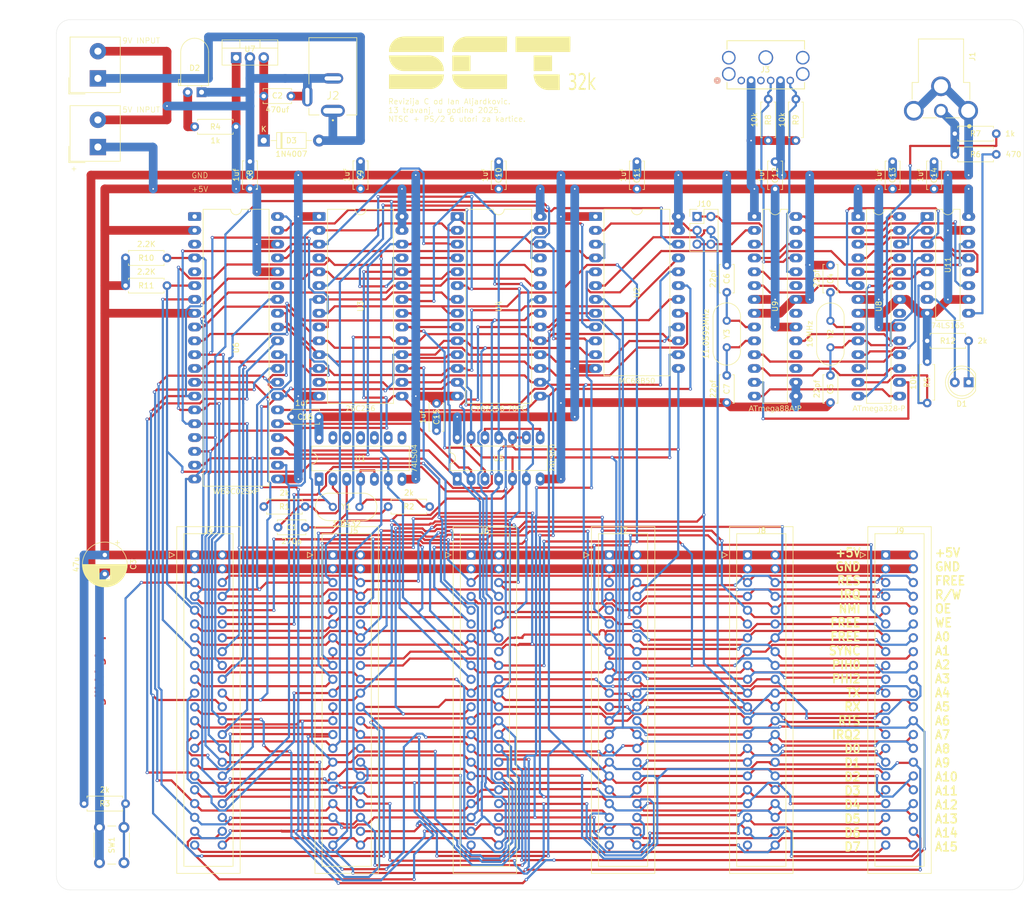
<source format=kicad_pcb>
(kicad_pcb (version 20241229) (generator "pcbnew") (generator_version "9.0")
  (title_block (title "6502 Based computer Mk. 1") (date "2025-04-12") (rev "REV C"))
  (layers (0 "F.Cu" signal) (2 "B.Cu" signal) (13 "F.Paste" user) (15 "B.Paste" user) (5 "F.SilkS" user "F.Silkscreen") (7 "B.SilkS" user "B.Silkscreen") (1 "F.Mask" user) (3 "B.Mask" user) (25 "Edge.Cuts" user))
  (net 0 "")
  (net 1 "Net-(C1-Pad2)")
  (net 2 "Net-(C1-Pad1)")
  (net 3 "GND")
  (net 4 "Net-(D3-K)")
  (net 5 "+5V")
  (net 6 "Net-(U8-XTAL1{slash}PB6)")
  (net 7 "Net-(U9-XTAL1{slash}PB6)")
  (net 8 "Net-(U9-XTAL2{slash}PB7)")
  (net 9 "Net-(D2-A)")
  (net 10 "Net-(D3-A)")
  (net 11 "Net-(J1-In)")
  (net 13 "Net-(U9-PC2)")
  (net 15 "Net-(U9-PC1)")
  (net 16 "A9")
  (net 17 "SYNC")
  (net 18 "A10")
  (net 19 "TX")
  (net 20 "A0")
  (net 21 "A11")
  (net 22 "RX")
  (net 23 "A7")
  (net 24 "A3")
  (net 25 "D7")
  (net 26 "R{slash}W")
  (net 27 "D1")
  (net 28 "PHI0")
  (net 29 "OE")
  (net 30 "A12")
  (net 31 "WE")
  (net 32 "A2")
  (net 33 "A15")
  (net 34 "A6")
  (net 35 "A8")
  (net 36 "D0")
  (net 37 "D4")
  (net 38 "RES")
  (net 39 "D2")
  (net 40 "A4")
  (net 41 "IRQ2")
  (net 42 "A5")
  (net 43 "A14")
  (net 44 "A1")
  (net 45 "PHI2")
  (net 46 "RTS")
  (net 47 "D5")
  (net 48 "IRQ")
  (net 49 "D6")
  (net 50 "D3")
  (net 51 "A13")
  (net 52 "NMI")
  (net 53 "Net-(R1-Pad1)")
  (net 54 "Net-(R2-Pad2)")
  (net 55 "Qh")
  (net 56 "PB0")
  (net 57 "CS")
  (net 58 "Net-(U5-Pad12)")
  (net 63 "Net-(U8-PB4)")
  (net 64 "Net-(U8-PB3)")
  (net 65 "Net-(U8-PC4)")
  (net 66 "Net-(U8-PB1)")
  (net 67 "Net-(U8-PC1)")
  (net 68 "Net-(U8-PC5)")
  (net 70 "Net-(U8-PC0)")
  (net 71 "Net-(U8-PB5)")
  (net 72 "Net-(U8-PC2)")
  (net 73 "Net-(U8-PB2)")
  (net 78 "Net-(U11-CP)")
  (net 79 "Net-(U11-D7)")
  (net 80 "Net-(U11-D1)")
  (net 81 "Net-(U11-D4)")
  (net 82 "Net-(U11-D3)")
  (net 83 "Net-(U11-D0)")
  (net 84 "Net-(U11-D2)")
  (net 85 "Net-(U11-~{PL})")
  (net 86 "Net-(U11-D5)")
  (net 87 "Net-(U11-D6)")
  (net 88 "Net-(D1-K)")
  (net 89 "Net-(D1-A)")
  (net 90 "unconnected-(J4-Pin_6-Pad6)")
  (net 91 "unconnected-(J4-Pin_11-Pad11)")
  (net 92 "unconnected-(J4-Pin_13-Pad13)")
  (net 93 "TX2")
  (net 94 "RX2")
  (footprint "Package_DIP:DIP-24_W15.24mm_LongPads" (layer "F.Cu") (at 114.3 51.435)
    (property "Reference" "U2")
    (property "Value" "MC68B50")
  )
  (footprint "LED_THT:LED_D5.0mm" (layer "F.Cu") (at 182.88 81.915 180)
    (property "Reference" "D1")
    (property "Value" "LED")
  )
  (footprint "Capacitor_THT:C_Disc_D5.0mm_W2.5mm_P5.00mm" (layer "F.Cu") (at 53.34 29.2862)
    (property "Reference" "C2")
    (property "Value" "470uf")
  )
  (footprint "Capacitor_THT:C_Disc_D5.0mm_W2.5mm_P5.00mm" (layer "F.Cu") (at 168.91 46.355 90)
    (property "Reference" "C13")
    (property "Value" "1uf")
  )
  (footprint "Capacitor_THT:C_Disc_D5.0mm_W2.5mm_P5.00mm" (layer "F.Cu") (at 85.09 90.805 90)
    (property "Reference" "C15")
    (property "Value" "1uf")
  )
  (footprint "my stuff:CUI_RCJ-014" (layer "F.Cu") (at 177.8 26.035 -90)
    (property "Reference" "J1")
    (property "Value" "Conn_Coaxial")
  )
  (footprint "Diode_THT:D_DO-41_SOD81_P10.16mm_Horizontal" (layer "F.Cu") (at 53.34 37.465)
    (property "Reference" "D3")
    (property "Value" "1N4007")
  )
  (footprint "Resistor_THT:R_Axial_DIN0207_L6.3mm_D2.5mm_P7.62mm_Horizontal" (layer "F.Cu") (at 146.05 37.465 90)
    (property "Reference" "R8")
    (property "Value" "10k")
  )
  (footprint "my stuff:MPD_EJ508A" (layer "F.Cu") (at 66.04 29.285 180)
    (property "Reference" "J2")
    (property "Value" "Conn_Coaxial_Power")
  )
  (footprint "Package_DIP:DIP-16_W7.62mm_LongPads" (layer "F.Cu") (at 175.26 51.435)
    (property "Reference" "U11")
    (property "Value" "74LS165")
  )
  (footprint "Package_DIP:DIP-28_W7.62mm_LongPads" (layer "F.Cu") (at 143.51 51.435)
    (property "Reference" "U9")
    (property "Value" "ATmega88A-P")
  )
  (footprint "my stuff:Card_Slot_2x22_P2.54mm_Vertical" (layer "F.Cu") (at 116.84 113.665)
    (property "Reference" "J7")
    (property "Value" "Conn_02x22_Odd_Even")
  )
  (footprint "Package_DIP:DIP-28_W15.24mm_LongPads" (layer "F.Cu") (at 63.5 51.435)
    (property "Reference" "U3")
    (property "Value" "28C256")
  )
  (footprint "my stuff:Card_Slot_2x22_P2.54mm_Vertical" (layer "F.Cu") (at 167.64 113.665)
    (property "Reference" "J9")
    (property "Value" "Conn_02x22_Odd_Even")
  )
  (footprint "TerminalBlock_Altech:Altech_AK100_1x02_P5.00mm" (layer "F.Cu") (at 22.86 38.655 90)
    (property "Reference" "REF**" (hide yes))
    (property "Value" "Altech_AK100_1x02_P5.00mm")
  )
  (footprint "TerminalBlock_Altech:Altech_AK100_1x02_P5.00mm" (layer "F.Cu") (at 22.86 26.035 90)
    (property "Reference" "REF**" (hide yes))
    (property "Value" "Altech_AK100_1x02_P5.00mm")
  )
  (footprint "Resistor_THT:R_Axial_DIN0207_L6.3mm_D2.5mm_P7.62mm_Horizontal" (layer "F.Cu") (at 187.96 36.195 180)
    (property "Reference" "R7")
    (property "Value" "1k")
  )
  (footprint "Package_DIP:DIP-14_W7.62mm_LongPads" (layer "F.Cu") (at 63.51 99.725 90)
    (property "Reference" "U1")
    (property "Value" "74LS04")
  )
  (footprint "Resistor_THT:R_Axial_DIN0207_L6.3mm_D2.5mm_P7.62mm_Horizontal" (layer "F.Cu") (at 48.26 34.925 180)
    (property "Reference" "R4")
    (property "Value" "1k")
  )
  (footprint "Capacitor_THT:C_Disc_D5.0mm_W2.5mm_P5.00mm" (layer "F.Cu") (at 147.32 46.355 90)
    (property "Reference" "C12")
    (property "Value" "1uf")
  )
  (footprint "Package_DIP:DIP-40_W15.24mm_LongPads" (layer "F.Cu") (at 40.64 51.435)
    (property "Reference" "U6")
    (property "Value" "W65C02SxP")
  )
  (footprint "Capacitor_THT:C_Disc_D5.0mm_W2.5mm_P5.00mm" (layer "F.Cu") (at 50.8 46.315 90)
    (property "Reference" "C8")
    (property "Value" "1uf")
  )
  (footprint "Button_Switch_THT:SW_PUSH_6mm" (layer "F.Cu") (at 27.65 163.755 -90)
    (property "Reference" "SW1")
    (property "Value" "SW_Push")
  )
  (footprint "Capacitor_THT:C_Disc_D5.0mm_W2.5mm_P5.00mm" (layer "F.Cu") (at 60.96 108.585 180)
    (property "Reference" "C1")
    (property "Value" "270p")
  )
  (footprint "Crystal:Crystal_HC49-4H_Vertical" (layer "F.Cu") (at 138.43 75.475 90)
    (property "Reference" "Y3")
    (property "Value" "11.0592MHz")
  )
  (footprint "Resistor_THT:R_Axial_DIN0207_L6.3mm_D2.5mm_P7.62mm_Horizontal" (layer "F.Cu") (at 175.26 85.725 90)
    (property "Reference" "R5")
    (property "Value" "10k")
  )
  (footprint "Resistor_THT:R_Axial_DIN0207_L6.3mm_D2.5mm_P7.62mm_Horizontal" (layer "F.Cu") (at 151.13 37.465 90)
    (property "Reference" "R9")
    (property "Value" "10k")
  )
  (footprint "Package_DIP:DIP-28_W7.62mm_LongPads" (layer "F.Cu") (at 162.56 51.435)
    (property "Reference" "U8")
    (property "Value" "ATmega328-P")
  )
  (footprint "LED_THT:LED_D5.0mm_Horizontal_O1.27mm_Z3.0mm" (layer "F.Cu") (at 41.91 28.575 180)
    (property "Reference" "D2")
    (property "Value" "LED")
  )
  (footprint "Capacitor_THT:C_Disc_D5.0mm_W2.5mm_P5.00mm" (layer "F.Cu") (at 157.48 80.645 -90)
    (property "Reference" "C5")
    (property "Value" "22pf")
  )
  (footprint "Resistor_THT:R_Axial_DIN0207_L6.3mm_D2.5mm_P7.62mm_Horizontal" (layer "F.Cu") (at 53.34 104.775)
    (property "Reference" "R1")
    (property "Value" "2k")
  )
  (footprint "my stuff:KMDTX_HT_6S_BSC" (layer "F.Cu") (at 146.5 26.425)
    (property "Reference" "J3")
    (property "Value" "Mini-DIN-6")
  )
  (footprint "Capacitor_THT:C_Disc_D5.0mm_W2.5mm_P5.00mm" (layer "F.Cu") (at 138.43 65.365 90)
    (property "Reference" "C6")
    (property "Value" "22pf")
  )
  (footprint "Capacitor_THT:CP_Radial_D8.0mm_P3.50mm" (layer "F.Cu") (at 24.13 113.665 -90)
    (property "Reference" "C3")
    (property "Value" "47u")
  )
  (footprint "Resistor_THT:R_Axial_DIN0207_L6.3mm_D2.5mm_P7.62mm_Horizontal" (layer "F.Cu") (at 182.88 74.295 180)
    (property "Reference" "R12")
    (property "Value" "2k")
  )
  (footprint "Resistor_THT:R_Axial_DIN0207_L6.3mm_D2.5mm_P7.62mm_Horizontal" (layer "F.Cu") (at 27.94 59.055)
    (property "Reference" "R10")
    (property "Value" "2.2K")
  )
  (footprint "Capacitor_THT:C_Disc_D5.0mm_W2.5mm_P5.00mm" (layer "F.Cu") (at 96.52 46.355 90)
    (property "Reference" "C10")
    (property "Value" "1uf")
  )
  (footprint "my stuff:Card_Slot_2x22_P2.54mm_Vertical" (layer "F.Cu") (at 91.44 113.665)
    (property "Reference" "J6")
    (property "Value" "Conn_02x22_Odd_Even")
  )
  (footprint "Resistor_THT:R_Axial_DIN0207_L6.3mm_D2.5mm_P7.62mm_Horizontal" (layer "F.Cu") (at 27.94 64.135)
    (property "Reference" "R11")
    (property "Value" "2.2K")
  )
  (footprint "Connector_PinHeader_2.54mm:PinHeader_2x03_P2.54mm_Vertical" (layer "F.Cu") (at 132.969 51.435)
    (property "Reference" "J10")
    (property "Value" "Conn_02x03_Odd_Even")
  )
  (footprint "Resistor_THT:R_Axial_DIN0207_L6.3mm_D2.5mm_P7.62mm_Horizontal" (layer "F.Cu") (at 76.2 104.775)
    (property "Reference" "R2")
    (property "Value" "2k")
  )
  (footprint "Capacitor_THT:C_Disc_D5.0mm_W2.5mm_P5.00mm" (layer "F.Cu") (at 157.48 65.365 90)
    (property "Reference" "C4")
    (property "Value" "22pf")
  )
  (footprint "Crystal:Crystal_HC49-4H_Vertical" (layer "F.Cu") (at 157.48 75.492 90)
    (property "Reference" "Y2")
    (property "Value" "16MHz")
  )
  (footprint "Resistor_THT:R_Axial_DIN0207_L6.3mm_D2.5mm_P7.62mm_Horizontal" (layer "F.Cu") (at 187.96 40.005 180)
    (property "Reference" "R6")
    (property "Value" "470")
  )
  (footprint "Package_DIP:DIP-28_W15.24mm_LongPads" (layer "F.Cu") (at 88.9 51.435)
    (property "Reference" "U4")
    (property "Value" "CY62256-70PC")
  )
  (footprint "my stuff:Card_Slot_2x22_P2.54mm_Vertical" (layer "F.Cu") (at 40.64 113.665)
    (property "Reference" "J4")
    (property "Value" "Conn_02x22_Odd_Even")
  )
  (footprint "Capacitor_THT:C_Disc_D5.0mm_W2.5mm_P5.00mm" (layer "F.Cu") (at 176.53 46.355 90)
    (property "Reference" "C14")
    (property "Value" "1uf")
  )
  (footprint "Capacitor_THT:C_Disc_D5.0mm_W2.5mm_P5.00mm" (layer "F.Cu") (at 63.46 88.265 180)
    (property "Reference" "C16")
    (property "Value" "1uf")
  )
  (footprint "my stuff:Card_Slot_2x22_P2.54mm_Vertical" (layer "F.Cu") (at 142.24 113.665)
    (property "Reference" "J8")
    (property "Value" "Conn_02x22_Odd_Even")
  )
  (footprint "Resistor_THT:R_Axial_DIN0207_L6.3mm_D2.5mm_P7.62mm_Horizontal" (layer "F.Cu") (at 20.32 159.385)
    (property "Reference" "R3")
    (property "Value" "2k")
  )
  (footprint "Capacitor_THT:C_Disc_D5.0mm_W2.5mm_P5.00mm" (layer "F.Cu") (at 138.43 80.645 -90)
    (property "Reference" "C7")
    (property "Value" "22pf")
  )
  (footprint "Package_DIP:DIP-14_W7.62mm_LongPads" (layer "F.Cu") (at 88.9 99.695 90)
    (property "Reference" "U5")
    (property "Value" "74LS00")
  )
  (footprint "Capacitor_THT:C_Disc_D5.0mm_W2.5mm_P5.00mm" (layer "F.Cu") (at 71.12 46.315 90)
    (property "Reference" "C9")
    (property "Value" "1uf")
  )
  (footprint "Capacitor_THT:C_Disc_D5.0mm_W2.5mm_P5.00mm" (layer "F.Cu") (at 121.92 46.355 90)
    (property "Reference" "C11")
    (property "Value" "1uf")
  )
  (footprint "my stuff:Card_Slot_2x22_P2.54mm_Vertical" (layer "F.Cu") (at 66.04 113.665)
    (property "Reference" "J5")
    (property "Value" "Conn_02x22_Odd_Even")
  )
  (footprint "Package_TO_SOT_THT:TO-220-3_Vertical" (layer "F.Cu") (at 48.26 22.225)
    (property "Reference" "U7")
    (property "Value" "LM7805_TO220")
  )
  (footprint "Crystal:Crystal_HC49-U_Vertical" (layer "F.Cu") (at 66.04 104.8258)
    (property "Reference" "Y1")
    (property "Value" "1.8432")
  )
  (gr_poly (pts (xy 86.3854 24.638) (xy 78.9432 24.638) (xy 78.5622 24.5872) (xy 78.232 24.4856) (xy 77.9272 24.3586) (xy 77.6224 24.1808) (xy 77.2922 23.9268) (xy 77.0128 23.622) (xy 76.7588 23.2664) (xy 76.6572 23.0632) (xy 76.5302 22.7584) (xy 76.454 22.4028) (xy 76.4032 22.1234) (xy 76.3778 21.8694) (xy 83.82 21.844) (xy 84.2772 21.9202) (xy 84.6074 22.0218) (xy 84.836 22.1234) (xy 85.0646 22.2504) (xy 85.2932 22.4028) (xy 85.471 22.5552) (xy 85.598 22.6822) (xy 85.7504 22.86) (xy 85.8774 23.0124) (xy 85.979 23.1648) (xy 86.1314 23.4188) (xy 86.233 23.6728) (xy 86.2838 23.8506) (xy 86.3346 24.0538) (xy 86.3854 24.4602)) (stroke (width 0.1)) (fill yes) (layer "F.SilkS"))
  (gr_poly (pts (xy 97.9932 21.1328) (xy 88.002844 21.1328) (xy 88.0364 20.781394) (xy 88.069919 20.513069) (xy 88.1888 20.1168) (xy 88.3412 19.812) (xy 88.519 19.5326) (xy 88.6714 19.3548) (xy 88.519 19.5326) (xy 88.7222 19.2786) (xy 88.8746 19.1262) (xy 89.1032 18.923) (xy 89.3572 18.7452) (xy 89.662 18.5928) (xy 89.9414 18.4912) (xy 90.2208 18.415) (xy 90.678 18.3642) (xy 98.0186 18.3642)) (stroke (width 0.1)) (fill yes) (layer "F.SilkS"))
  (gr_poly (pts (xy 76.4032 21.1328) (xy 76.4032 20.8534) (xy 76.4286 20.6248) (xy 76.5302 20.2184) (xy 76.6826 19.8628) (xy 76.8858 19.5326) (xy 77.089 19.304) (xy 76.8858 19.5326) (xy 77.0636 19.304) (xy 77.2922 19.0754) (xy 77.4954 18.8976) (xy 77.724 18.7452) (xy 77.9272 18.6436) (xy 78.1812 18.542) (xy 78.4352 18.4658) (xy 78.7146 18.415) (xy 78.9432 18.3896) (xy 79.248 18.3642) (xy 86.3854 18.3642) (xy 86.3854 21.1328)) (stroke (width 0.1)) (fill yes) (layer "F.SilkS"))
  (gr_poly (pts (xy 91.2876 24.638) (xy 88.0364 24.638) (xy 88.0364 21.8694) (xy 91.2876 21.8694)) (stroke (width 0.1)) (fill yes) (layer "F.SilkS"))
  (gr_poly (pts (xy 106.2736 24.638) (xy 102.997 24.638) (xy 102.997 21.8694) (xy 106.2736 21.8694)) (stroke (width 0.1)) (fill yes) (layer "F.SilkS"))
  (gr_poly (pts (xy 102.997 25.3492) (xy 102.997 25.6794) (xy 103.0478 25.9588) (xy 103.1494 26.289) (xy 103.251 26.5938) (xy 103.378 26.8224) (xy 103.4796 26.9748) (xy 103.632 27.1526) (xy 103.8098 27.3558) (xy 104.0638 27.559) (xy 104.3432 27.7622) (xy 104.5972 27.8892) (xy 104.8258 27.9908) (xy 105.2322 28.0924) (xy 105.4862 28.1178) (xy 107.696 28.1178) (xy 107.6706 25.3492)) (stroke (width 0.1)) (fill yes) (layer "F.SilkS"))
  (gr_poly (pts (xy 76.4032 27.9146) (xy 76.4032 25.3492) (xy 86.3854 25.3492) (xy 86.3854 25.5524) (xy 86.36 25.7048) (xy 86.3346 25.8826) (xy 86.2838 26.1112) (xy 86.2076 26.3652) (xy 86.0552 26.6446) (xy 85.9028 26.8986) (xy 85.725 27.1018) (xy 85.5472 27.2796) (xy 85.3948 27.4066) (xy 85.1408 27.5844) (xy 84.8614 27.7368) (xy 84.5058 27.8638) (xy 84.1502 27.94)) (stroke (width 0.1)) (fill yes) (layer "F.SilkS"))
  (gr_poly (pts (xy 88.0364 25.3492) (xy 88.0364 25.654) (xy 88.1126 26.1112) (xy 88.2142 26.416) (xy 88.3412 26.6446) (xy 88.4936 26.8732) (xy 88.6714 27.1018) (xy 88.9508 27.3558) (xy 89.1032 27.4828) (xy 89.3572 27.6352) (xy 89.6112 27.7622) (xy 89.8906 27.8638) (xy 90.17 27.9146) (xy 90.4494 27.94) (xy 97.9932 27.94) (xy 98.0186 25.3492)) (stroke (width 0.1)) (fill yes) (layer "F.SilkS"))
  (gr_poly (pts (xy 99.6696 21.1328) (xy 99.6696 18.3896) (xy 109.6518 18.3896) (xy 109.6264 21.1328)) (stroke (width 0.1)) (fill yes) (layer "F.SilkS"))
  (gr_arc (start 190.5 15.24) (mid 192.296051 15.983949) (end 193.04 17.78) (stroke (width 0.05)) (layer "Edge.Cuts"))
  (gr_arc (start 193.04 172.72) (mid 192.296051 174.516051) (end 190.5 175.26) (stroke (width 0.05)) (layer "Edge.Cuts"))
  (gr_arc (start 15.24 17.78) (mid 15.983949 15.983949) (end 17.78 15.24) (stroke (width 0.05)) (layer "Edge.Cuts"))
  (gr_line (start 190.5 15.24) (end 17.78 15.24) (stroke (width 0.05)) (layer "Edge.Cuts"))
  (gr_line (start 193.04 17.78) (end 193.04 172.72) (stroke (width 0.05)) (layer "Edge.Cuts"))
  (gr_arc (start 17.78 175.26) (mid 15.983949 174.516051) (end 15.24 172.72) (stroke (width 0.05)) (layer "Edge.Cuts"))
  (gr_line (start 17.78 175.26) (end 190.5 175.26) (stroke (width 0.05)) (layer "Edge.Cuts"))
  (gr_line (start 15.24 17.78) (end 15.24 172.72) (stroke (width 0.05)) (layer "Edge.Cuts"))
  (gr_text "glibbi glorp" (at 24.13 134.62 90) (layer "F.Cu") (effects (font (size 1.5 1.5) (thickness 0.3) (bold yes)) (justify bottom)))
  (gr_text "+5V" (at 40.005 46.99 0) (layer "F.SilkS") (effects (font (size 1 1) (thickness 0.1)) (justify left bottom)))
  (gr_text "9V INPUT" (at 27.305 19.685 0) (layer "F.SilkS") (effects (font (size 1 1) (thickness 0.1)) (justify left bottom)))
  (gr_text "+5V\nGND\nFREE\nR/W\nOE\nWE\nA0\nA1\nA2\nA3\nA4\nA5\nA6\nA7\nA8\nA9\nA10\nA11\nA12\nA13\nA14\nA15\n" (at 176.53 168.275 0) (layer "F.SilkS") (effects (font (size 1.6 1.5) (thickness 0.3) (bold yes)) (justify left bottom)))
  (gr_text "32k" (at 109.22 28.6512 0) (layer "F.SilkS") (effects (font (size 3 2) (thickness 0.1)) (justify left bottom)))
  (gr_text "GND" (at 40.005 44.45 0) (layer "F.SilkS") (effects (font (size 1 1) (thickness 0.1)) (justify left bottom)))
  (gr_text "+" (at 17.78 43.18 0) (layer "F.SilkS") (effects (font (size 1 1) (thickness 0.1)) (justify left bottom)))
  (gr_text "+5V\nGND\nRES\nIRQ\nNMI\nFREE\nFREE\nSYNC\nPIH0\nPHI2\nTX\nRX\nRTS\nIRQ2\nD0\nD1\nD2\nD3\nD4\nD5\nD6\nD7" (at 163.195 168.275 0) (layer "F.SilkS") (effects (font (size 1.6 1.5) (thickness 0.3) (bold yes)) (justify right bottom)))
  (gr_text "5V INPUT" (at 27.305 32.385 0) (layer "F.SilkS") (effects (font (size 1 1) (thickness 0.1)) (justify left bottom)))
  (gr_text "Revizija C od Ian Aljardkovic.\n13 travanj, u godina 2025.\nNTSC + PS/2 6 utori za kartice." (at 76.1492 34.0868 0) (layer "F.SilkS") (effects (font (size 1 1) (thickness 0.1)) (justify left bottom)))
  (segment (start 60.96 104.775) (end 59.7583 104.775) (width 0.4) (layer "F.Cu") (net 1))
  (segment (start 62.1617 104.775) (end 63.3862 105.999) (width 0.4) (layer "F.Cu") (net 1))
  (segment (start 66.5381 105.999) (end 67.192 105.346) (width 0.4) (layer "F.Cu") (net 1))
  (segment (start 59.7583 104.787) (end 55.96 108.585) (width 0.4) (layer "F.Cu") (net 1))
  (segment (start 67.192 105.346) (end 67.192 102.469) (width 0.4) (layer "F.Cu") (net 1))
  (segment (start 67.192 102.469) (end 66.05 101.327) (width 0.4) (layer "F.Cu") (net 1))
  (segment (start 66.05 101.327) (end 66.05 99.725) (width 0.4) (layer "F.Cu") (net 1))
  (segment (start 59.7583 104.775) (end 59.7583 104.787) (width 0.4) (layer "F.Cu") (net 1))
  (segment (start 60.96 104.775) (end 62.1617 104.775) (width 0.4) (layer "F.Cu") (net 1))
  (segment (start 63.3862 105.999) (end 66.5381 105.999) (width 0.4) (layer "F.Cu") (net 1))
  (segment (start 68.59 99.725) (end 68.59 106.025) (width 0.4) (layer "F.Cu") (net 2))
  (segment (start 76.2 104.775) (end 74.95 106.025) (width 0.4) (layer "F.Cu") (net 2))
  (segment (start 60.96 108.585) (end 66.0302 108.585) (width 0.4) (layer "F.Cu") (net 2))
  (segment (start 74.95 106.025) (end 68.59 106.025) (width 0.4) (layer "F.Cu") (net 2))
  (segment (start 66.0302 108.585) (end 68.59 106.025) (width 0.4) (layer "F.Cu") (net 2))
  (segment (start 24.13 117.165) (end 25.09 116.205) (width 1.6) (layer "F.Cu") (net 3))
  (segment (start 50.8 43.815) (end 59.69 43.815) (width 1.6) (layer "F.Cu") (net 3))
  (segment (start 168.91 43.815) (end 176.53 43.815) (width 1.6) (layer "F.Cu") (net 3))
  (segment (start 150.723 66.675) (end 151.13 66.675) (width 1.6) (layer "F.Cu") (net 3))
  (segment (start 61.3488 29.2862) (end 61.35 29.285) (width 1.6) (layer "F.Cu") (net 3))
  (segment (start 22.86 116.205) (end 24.13 116.205) (width 1.6) (layer "F.Cu") (net 3))
  (segment (start 129.54 43.815) (end 138.43 43.815) (width 1.6) (layer "F.Cu") (net 3))
  (segment (start 116.84 116.205) (end 121.92 116.205) (width 1.6) (layer "F.Cu") (net 3))
  (segment (start 176.53 69.215) (end 179.07 66.675) (width 1.6) (layer "F.Cu") (net 3))
  (segment (start 25.4 116.205) (end 40.64 116.205) (width 1.6) (layer "F.Cu") (net 3))
  (segment (start 170.18 66.675) (end 171.45 66.675) (width 1.6) (layer "F.Cu") (net 3))
  (segment (start 83.82 84.535) (end 83.82 84.455) (width 1.6) (layer "F.Cu") (net 3))
  (segment (start 23.82 117.165) (end 22.86 116.205) (width 1.6) (layer "F.Cu") (net 3))
  (segment (start 55.88 99.695) (end 59.69 99.695) (width 1.6) (layer "F.Cu") (net 3))
  (segment (start 142.24 116.205) (end 147.32 116.205) (width 1.6) (layer "F.Cu") (net 3))
  (segment (start 45.72 116.205) (end 66.04 116.205) (width 1.6) (layer "F.Cu") (net 3))
  (segment (start 153.67 43.815) (end 168.91 43.815) (width 1.6) (layer "F.Cu") (net 3))
  (segment (start 86.36 84.455) (end 83.82 84.455) (width 1.6) (layer "F.Cu") (net 3))
  (segment (start 35.56 33.655) (end 35.56 31.115) (width 1.6) (layer "F.Cu") (net 3))
  (segment (start 156.68 86.445) (end 151.13 86.445) (width 1.6) (layer "F.Cu") (net 3))
  (segment (start 85.09 85.805) (end 86.36 84.535) (width 1.6) (layer "F.Cu") (net 3))
  (segment (start 81.28 43.815) (end 96.52 43.815) (width 1.6) (layer "F.Cu") (net 3))
  (segment (start 121.92 116.205) (end 142.24 116.205) (width 1.6) (layer "F.Cu") (net 3))
  (segment (start 25.09 116.205) (end 25.4 116.205) (width 1.6) (layer "F.Cu") (net 3))
  (segment (start 71.12 43.815) (end 81.28 43.815) (width 1.6) (layer "F.Cu") (net 3))
  (segment (start 151.13 86.445) (end 139.23 86.445) (width 1.6) (layer "F.Cu") (net 3))
  (segment (start 167.64 116.205) (end 172.72 116.205) (width 1.6) (layer "F.Cu") (net 3))
  (segment (start 173.99 69.215) (end 175.26 69.215) (width 1.6) (layer "F.Cu") (net 3))
  (segment (start 153.71 60.365) (end 153.67 60.325) (width 1.6) (layer "F.Cu") (net 3))
  (segment (start 176.53 43.815) (end 179.07 43.815) (width 1.6) (layer "F.Cu") (net 3))
  (segment (start 167.233 69.215) (end 169.773 66.675) (width 1.6) (layer "F.Cu") (net 3))
  (segment (start 96.52 43.815) (end 107.95 43.815) (width 1.6) (layer "F.Cu") (net 3))
  (segment (start 179.07 66.675) (end 182.88 66.675) (width 1.6) (layer "F.Cu") (net 3))
  (segment (start 157.48 60.365) (end 153.71 60.365) (width 1.6) (layer "F.Cu") (net 3))
  (segment (start 21.59 43.815) (end 50.8 43.815) (width 1.6) (layer "F.Cu") (net 3))
  (segment (start 138.43 85.645) (end 108.03 85.645) (width 1.6) (layer "F.Cu") (net 3))
  (segment (start 108.03 85.645) (end 107.95 85.725) (width 1.6) (layer "F.Cu") (net 3))
  (segment (start 157.48 85.645) (end 156.68 86.445) (width 1.6) (layer "F.Cu") (net 3))
  (segment (start 58.34 29.2862) (end 61.3488 29.2862) (width 1.6) (layer "F.Cu") (net 3))
  (segment (start 171.45 66.675) (end 173.99 69.215) (width 1.6) (layer "F.Cu") (net 3))
  (segment (start 25.09 116.205) (end 25.4 116.205) (width 1.6) (layer "F.Cu") (net 3))
  (segment (start 22.86 116.205) (end 21.59 116.205) (width 1.6) (layer "F.Cu") (net 3))
  (segment (start 151.13 66.675) (end 153.67 66.675) (width 1.6) (layer "F.Cu") (net 3))
  (segment (start 147.32 116.205) (end 167.64 116.205) (width 1.6) (layer "F.Cu") (net 3))
  (segment (start 88.9 84.455) (end 86.36 84.455) (width 1.6) (layer "F.Cu") (net 3))
  (segment (start 182.88 53.975) (end 179.07 53.975) (width 1.6) (layer "F.Cu") (net 3))
  (segment (start 179.07 43.815) (end 182.88 43.815) (width 1.6) (layer "F.Cu") (net 3))
  (segment (start 96.52 116.205) (end 116.84 116.205) (width 1.6) (layer "F.Cu") (net 3))
  (segment (start 107.95 43.815) (end 121.92 43.815) (width 1.6) (layer "F.Cu") (net 3))
  (segment (start 91.44 116.205) (end 96.52 116.205) (width 1.6) (layer "F.Cu") (net 3))
  (segment (start 148.183 69.215) (end 150.723 66.675) (width 1.6) (layer "F.Cu") (net 3))
  (segment (start 104.14 99.695) (end 107.95 99.695) (width 1.6) (layer "F.Cu") (net 3))
  (segment (start 175.26 69.215) (end 176.53 69.215) (width 1.6) (layer "F.Cu") (net 3))
  (segment (start 71.12 116.205) (end 91.44 116.205) (width 1.6) (layer "F.Cu") (net 3))
  (segment (start 83.82 84.455) (end 81.28 84.455) (width 1.6) (layer "F.Cu") (net 3))
  (segment (start 85.09 85.805) (end 83.82 84.535) (width 1.6) (layer "F.Cu") (net 3))
  (segment (start 114.3 51.435) (end 107.95 51.435) (width 1.6) (layer "F.Cu") (net 3))
  (segment (start 24.13 117.165) (end 24.13 116.205) (width 1.6) (layer "F.Cu") (net 3))
  (segment (start 86.36 84.535) (end 86.36 84.455) (width 1.6) (layer "F.Cu") (net 3))
  (segment (start 169.773 66.675) (end 170.18 66.675) (width 1.6) (layer "F.Cu") (net 3))
  (segment (start 148.59 43.815) (end 153.67 43.815) (width 1.6) (layer "F.Cu") (net 3))
  (segment (start 78.75 99.725) (end 81.25 99.725) (width 1.6) (layer "F.Cu") (net 3))
  (segment (start 21.59 116.205) (end 21.59 43.815) (width 1.6) (layer "F.Cu") (net 3))
  (segment (start 24.13 116.205) (end 25.09 116.205) (width 1.6) (layer "F.Cu") (net 3))
  (segment (start 139.23 86.445) (end 138.43 85.645) (width 1.6) (layer "F.Cu") (net 3))
  (segment (start 66.04 116.205) (end 71.12 116.205) (width 1.6) (layer "F.Cu") (net 3))
  (segment (start 63.5 84.455) (end 59.69 84.455) (width 1.6) (layer "F.Cu") (net 3))
  (segment (start 121.92 43.815) (end 129.54 43.815) (width 1.6) (layer "F.Cu") (net 3))
  (segment (start 81.25 99.725) (end 81.28 99.695) (width 1.6) (layer "F.Cu") (net 3))
  (segment (start 35.56 21.115) (end 35.56 31.115) (width 1.6) (layer "F.Cu") (net 3))
  (segment (start 162.56 69.215) (end 167.233 69.215) (width 1.6) (layer "F.Cu") (net 3))
  (segment (start 24.13 117.165) (end 23.82 117.165) (width 1.6) (layer "F.Cu") (net 3))
  (segment (start 22.86 33.655) (end 35.56 33.655) (width 1.6) (layer "F.Cu") (net 3))
  (segment (start 35.48 21.035) (end 35.56 21.115) (width 1.6) (layer "F.Cu") (net 3))
  (segment (start 63.5 51.435) (end 59.69 51.435) (width 1.6) (layer "F.Cu") (net 3))
  (segment (start 138.43 43.815) (end 148.59 43.815) (width 1.6) (layer "F.Cu") (net 3))
  (segment (start 35.48 21.035) (end 22.86 21.035) (width 1.6) (layer "F.Cu") (net 3))
  (segment (start 40.64 116.205) (end 45.72 116.205) (width 1.6) (layer "F.Cu") (net 3))
  (segment (start 59.69 43.815) (end 71.12 43.815) (width 1.6) (layer "F.Cu") (net 3))
  (segment (start 143.51 69.215) (end 148.183 69.215) (width 1.6) (layer "F.Cu") (net 3))
  (via (at 138.43 43.815) (size 1.6) (drill 0.3) (layers "F.Cu" "B.Cu") (net 3))
  (via (at 59.69 51.435) (size 1.6) (drill 0.3) (layers "F.Cu" "B.Cu") (net 3))
  (via (at 81.28 99.695) (size 1.6) (drill 0.3) (layers "F.Cu" "B.Cu") (net 3))
  (via (at 151.13 86.445) (size 1.6) (drill 0.3) (layers "F.Cu" "B.Cu") (net 3))
  (via (at 107.95 43.815) (size 1.6) (drill 0.3) (layers "F.Cu" "B.Cu") (net 3))
  (via (at 148.59 43.815) (size 1.6) (drill 0.3) (layers "F.Cu" "B.Cu") (net 3))
  (via (at 59.69 84.455) (size 1.6) (drill 0.3) (layers "F.Cu" "B.Cu") (net 3))
  (via (at 50.8 43.815) (size 1.6) (drill 0.3) (layers "F.Cu" "B.Cu") (net 3))
  (via (at 81.28 84.455) (size 1.6) (drill 0.3) (layers "F.Cu" "B.Cu") (net 3))
  (via (at 129.54 43.815) (size 1.6) (drill 0.3) (layers "F.Cu" "B.Cu") (net 3))
  (via (at 71.12 43.815) (size 1.6) (drill 0.3) (layers "F.Cu" "B.Cu") (net 3))
  (via (at 179.07 53.975) (size 1.6) (drill 0.3) (layers "F.Cu" "B.Cu") (net 3))
  (via (at 107.95 99.695) (size 1.6) (drill 0.3) (layers "F.Cu" "B.Cu") (net 3))
  (via (at 176.53 43.815) (size 1.6) (drill 0.3) (layers "F.Cu" "B.Cu") (net 3))
  (via (at 168.91 43.815) (size 1.6) (drill 0.3) (layers "F.Cu" "B.Cu") (net 3))
  (via (at 121.92 43.815) (size 1.6) (drill 0.3) (layers "F.Cu" "B.Cu") (net 3))
  (via (at 179.07 43.815) (size 1.6) (drill 0.3) (layers "F.Cu" "B.Cu") (net 3))
  (via (at 182.88 43.815) (size 1.6) (drill 0.3) (layers "F.Cu" "B.Cu") (net 3))
  (via (at 107.95 85.725) (size 1.6) (drill 0.3) (layers "F.Cu" "B.Cu") (net 3))
  (via (at 153.67 66.675) (size 1.6) (drill 0.3) (layers "F.Cu" "B.Cu") (net 3))
  (via (at 153.67 43.815) (size 1.6) (drill 0.3) (layers "F.Cu" "B.Cu") (net 3))
  (via (at 179.07 66.675) (size 1.6) (drill 0.3) (layers "F.Cu" "B.Cu") (net 3))
  (via (at 107.95 51.435) (size 1.6) (drill 0.3) (layers "F.Cu" "B.Cu") (net 3))
  (via (at 81.28 43.815) (size 1.6) (drill 0.3) (layers "F.Cu" "B.Cu") (net 3))
  (via (at 59.69 99.695) (size 1.6) (drill 0.3) (layers "F.Cu" "B.Cu") (net 3))
  (via (at 153.67 60.325) (size 1.6) (drill 0.3) (layers "F.Cu" "B.Cu") (net 3))
  (via (at 59.69 43.815) (size 1.6) (drill 0.3) (layers "F.Cu" "B.Cu") (net 3))
  (via (at 35.56 31.115) (size 1.6) (drill 0.3) (layers "F.Cu" "B.Cu") (net 3))
  (via (at 96.52 43.815) (size 1.6) (drill 0.3) (layers "F.Cu" "B.Cu") (net 3))
  (segment (start 173.12 31.985) (end 172.8 31.985) (width 1.6) (layer "B.Cu") (net 3))
  (segment (start 121.92 41.355) (end 121.92 43.815) (width 1.6) (layer "B.Cu") (net 3))
  (segment (start 57.27 26.035) (end 50.8 26.035) (width 1.6) (layer "B.Cu") (net 3))
  (segment (start 59.69 88.265) (end 59.69 86.995) (width 1.6) (layer "B.Cu") (net 3))
  (segment (start 148.3 26.425) (end 148.3 41.275) (width 1.6) (layer "B.Cu") (net 3))
  (segment (start 61.35 26.425) (end 60.96 26.035) (width 1.6) (layer "B.Cu") (net 3))
  (segment (start 168.91 41.355) (end 168.91 43.815) (width 1.6) (layer "B.Cu") (net 3))
  (segment (start 59.69 86.995) (end 59.69 84.455) (width 1.6) (layer "B.Cu") (net 3))
  (segment (start 59.69 89.535) (end 59.69 89.495) (width 1.6) (layer "B.Cu") (net 3))
  (segment (start 43.18 28.575) (end 50.8 28.575) (width 1.6) (layer "B.Cu") (net 3))
  (segment (start 58.46 88.265) (end 59.69 88.265) (width 1.6) (layer "B.Cu") (net 3))
  (segment (start 107.95 99.695) (end 107.95 85.725) (width 1.6) (layer "B.Cu") (net 3))
  (segment (start 71.12 41.315) (end 71.12 43.815) (width 1.6) (layer "B.Cu") (net 3))
  (segment (start 129.54 53.975) (end 129.54 51.435) (width 1.6) (layer "B.Cu") (net 3))
  (segment (start 176.53 41.355) (end 176.53 43.815) (width 1.6) (layer "B.Cu") (net 3))
  (segment (start 107.95 85.725) (end 107.95 51.435) (width 1.6) (layer "B.Cu") (net 3))
  (segment (start 96.52 41.355) (end 96.52 43.815) (width 1.6) (layer "B.Cu") (net 3))
  (segment (start 58.46 88.265) (end 59.69 89.495) (width 1.6) (layer "B.Cu") (net 3))
  (segment (start 179.07 66.675) (end 179.07 53.975) (width 1.6) (layer "B.Cu") (net 3))
  (segment (start 59.69 89.495) (end 59.69 89.535) (width 1.6) (layer "B.Cu") (net 3))
  (segment (start 148.3 41.275) (end 148.3 43.525) (width 1.6) (layer "B.Cu") (net 3))
  (segment (start 50.8 28.575) (end 50.8 26.035) (width 1.6) (layer "B.Cu") (net 3))
  (segment (start 59.69 89.495) (end 59.69 88.265) (width 1.6) (layer "B.Cu") (net 3))
  (segment (start 107.95 51.435) (end 107.95 43.815) (width 1.6) (layer "B.Cu") (net 3))
  (segment (start 81.28 99.695) (end 81.28 84.455) (width 1.6) (layer "B.Cu") (net 3))
  (segment (start 50.8 26.035) (end 50.8 22.225) (width 1.6) (layer "B.Cu") (net 3))
  (segment (start 61.35 29.285) (end 61.35 26.425) (width 1.6) (layer "B.Cu") (net 3))
  (segment (start 138.43 60.365) (end 138.43 43.815) (width 1.6) (layer "B.Cu") (net 3))
  (segment (start 147.32 41.355) (end 148.22 41.355) (width 1.6) (layer "B.Cu") (net 3))
  (segment (start 153.67 66.675) (end 153.67 60.325) (width 1.6) (layer "B.Cu") (net 3))
  (segment (start 23.15 163.755) (end 23.15 118.145) (width 1.6) (layer "B.Cu") (net 3))
  (segment (start 177.62 27.485) (end 173.12 31.985) (width 1.6) (layer "B.Cu") (net 3))
  (segment (start 66.04 26.035) (end 60.96 26.035) (width 1.6) (layer "B.Cu") (net 3))
  (segment (start 148.22 41.355) (end 148.3 41.275) (width 1.6) (layer "B.Cu") (net 3))
  (segment (start 23.15 170.255) (end 23.15 163.755) (width 1.6) (layer "B.Cu") (net 3))
  (segment (start 177.8 27.485) (end 177.62 27.485) (width 1.6) (layer "B.Cu") (net 3))
  (segment (start 151.13 84.455) (end 151.13 86.445) (width 1.6) (layer "B.Cu") (net 3))
  (segment (start 175.26 74.295) (end 175.26 69.215) (width 1.6) (layer "B.Cu") (net 3))
  (segment (start 179.07 53.975) (end 179.07 43.815) (width 1.6) (layer "B.Cu") (net 3))
  (segment (start 58.46 88.265) (end 58.46 88.225) (width 1.6) (layer "B.Cu") (net 3))
  (segment (start 59.69 84.455) (end 59.69 51.435) (width 1.6) (layer "B.Cu") (net 3))
  (segment (start 182.88 43.815) (end 182.88 32.065) (width 1.6) (layer "B.Cu") (net 3))
  (segment (start 50.8 28.575) (end 50.8 31.115) (width 1.6) (layer "B.Cu") (net 3))
  (segment (start 151.13 81.915) (end 151.13 84.455) (width 1.6) (layer "B.Cu") (net 3))
  (segment (start 60.96 26.035) (end 57.27 26.035) (width 1.6) (layer "B.Cu") (net 3))
  (segment (start 50.8 31.115) (end 50.8 41.315) (width 1.6) (layer "B.Cu") (net 3))
  (segment (start 182.8 31.985) (end 178.3 27.485) (width 1.6) (layer "B.Cu") (net 3))
  (segment (start 178.3 27.485) (end 177.8 27.485) (width 1.6) (layer "B.Cu") (net 3))
  (segment (start 81.28 84.455) (end 81.28 43.815) (width 1.6) (layer "B.Cu") (net 3))
  (segment (start 23.15 118.145) (end 24.13 117.165) (width 1.6) (layer "B.Cu") (net 3))
  (segment (start 58.46 88.225) (end 59.69 86.995) (width 1.6) (layer "B.Cu") (net 3))
  (segment (start 153.67 60.325) (end 153.67 43.815) (width 1.6) (layer "B.Cu") (net 3))
  (segment (start 59.69 51.435) (end 59.69 43.815) (width 1.6) (layer "B.Cu") (net 3))
  (segment (start 175.26 78.105) (end 175.26 74.295) (width 1.6) (layer "B.Cu") (net 3))
  (segment (start 129.54 51.435) (end 129.54 43.815) (width 1.6) (layer "B.Cu") (net 3))
  (segment (start 148.3 43.525) (end 148.59 43.815) (width 1.6) (layer "B.Cu") (net 3))
  (segment (start 41.91 28.575) (end 43.18 28.575) (width 1.6) (layer "B.Cu") (net 3))
  (segment (start 59.69 99.695) (end 59.69 89.535) (width 1.6) (layer "B.Cu") (net 3))
  (segment (start 182.88 32.065) (end 182.8 31.985) (width 1.6) (layer "B.Cu") (net 3))
  (segment (start 35.56 31.115) (end 50.8 31.115) (width 1.6) (layer "B.Cu") (net 3))
  (segment (start 50.8 41.315) (end 50.8 43.815) (width 1.6) (layer "B.Cu") (net 3))
  (segment (start 53.34 29.2862) (end 53.34 37.465) (width 1.6) (layer "F.Cu") (net 4))
  (segment (start 53.34 22.225) (end 53.34 29.2862) (width 1.6) (layer "F.Cu") (net 4))
  (segment (start 24.13 69.215) (end 24.13 64.135) (width 1.6) (layer "F.Cu") (net 5))
  (segment (start 168.91 46.355) (end 176.53 46.355) (width 1.6) (layer "F.Cu") (net 5))
  (segment (start 45.72 113.665) (end 40.64 113.665) (width 1.6) (layer "F.Cu") (net 5))
  (segment (start 71.08 46.355) (end 78.74 46.355) (width 1.6) (layer "F.Cu") (net 5))
  (segment (start 88.9 88.265) (end 110.49 88.265) (width 1.6) (layer "F.Cu") (net 5))
  (segment (start 33.02 46.355) (end 48.26 46.355) (width 1.6) (layer "F.Cu") (net 5))
  (segment (start 176.53 46.355) (end 182.88 46.355) (width 1.6) (layer "F.Cu") (net 5))
  (segment (start 167.64 113.665) (end 147.32 113.665) (width 1.6) (layer "F.Cu") (net 5))
  (segment (start 114.3 79.375) (end 110.49 79.375) (width 1.6) (layer "F.Cu") (net 5))
  (segment (start 147.32 46.355) (end 162.56 46.355) (width 1.6) (layer "F.Cu") (net 5))
  (segment (start 40.64 113.665) (end 24.13 113.665) (width 1.6) (layer "F.Cu") (net 5))
  (segment (start 63.5 88.265) (end 63.46 88.265) (width 0.4) (layer "F.Cu") (net 5))
  (segment (start 91.44 113.665) (end 71.12 113.665) (width 1.6) (layer "F.Cu") (net 5))
  (segment (start 162.56 66.675) (end 166.37 66.675) (width 1.6) (layer "F.Cu") (net 5))
  (segment (start 116.84 113.665) (end 96.52 113.665) (width 1.6) (layer "F.Cu") (net 5))
  (segment (start 143.51 66.675) (end 147.32 66.675) (width 1.6) (layer "F.Cu") (net 5))
  (segment (start 85.09 88.265) (end 88.9 88.265) (width 1.6) (layer "F.Cu") (net 5))
  (segment (start 96.52 113.665) (end 91.44 113.665) (width 1.6) (layer "F.Cu") (net 5))
  (segment (start 27.94 64.135) (end 24.13 64.135) (width 1.6) (layer "F.Cu") (net 5))
  (segment (start 71.08 46.355) (end 71.12 46.315) (width 0.4) (layer "F.Cu") (net 5))
  (segment (start 55.88 56.515) (end 52.07 56.515) (width 1.6) (layer "F.Cu") (net 5))
  (segment (start 52.07 46.355) (end 71.08 46.355) (width 1.6) (layer "F.Cu") (net 5))
  (segment (start 151.13 37.465) (end 146.05 37.465) (width 1.6) (layer "F.Cu") (net 5))
  (segment (start 48.26 46.355) (end 50.76 46.355) (width 1.6) (layer "F.Cu") (net 5))
  (segment (start 147.32 113.665) (end 142.24 113.665) (width 1.6) (layer "F.Cu") (net 5))
  (segment (start 40.64 53.975) (end 24.13 53.975) (width 1.6) (layer "F.Cu") (net 5))
  (segment (start 50.76 46.355) (end 52.07 46.355) (width 1.6) (layer "F.Cu") (net 5))
  (segment (start 24.13 46.355) (end 33.02 46.355) (width 1.6) (layer "F.Cu") (net 5))
  (segment (start 121.92 46.355) (end 143.51 46.355) (width 1.6) (layer "F.Cu") (net 5))
  (segment (start 162.56 46.355) (end 166.37 46.355) (width 1.6) (layer "F.Cu") (net 5))
  (segment (start 71.12 113.665) (end 66.04 113.665) (width 1.6) (layer "F.Cu") (net 5))
  (segment (start 78.74 46.355) (end 96.52 46.355) (width 1.6) (layer "F.Cu") (net 5))
  (segment (start 50.76 46.355) (end 50.8 46.315) (width 0.4) (layer "F.Cu") (net 5))
  (segment (start 166.37 46.355) (end 168.91 46.355) (width 1.6) (layer "F.Cu") (net 5))
  (segment (start 66.04 113.665) (end 45.72 113.665) (width 1.6) (layer "F.Cu") (net 5))
  (segment (start 151.13 71.755) (end 147.32 71.755) (width 1.6) (layer "F.Cu") (net 5))
  (segment (start 170.18 71.755) (end 166.37 71.755) (width 1.6) (layer "F.Cu") (net 5))
  (segment (start 121.92 113.665) (end 116.84 113.665) (width 1.6) (layer "F.Cu") (net 5))
  (segment (start 48.26 22.225) (end 48.26 34.925) (width 1.6) (layer "F.Cu") (net 5))
  (segment (start 143.51 46.355) (end 147.32 46.355) (width 1.6) (layer "F.Cu") (net 5))
  (segment (start 24.13 53.975) (end 24.13 46.355) (width 1.6) (layer "F.Cu") (net 5))
  (segment (start 172.72 113.665) (end 167.64 113.665) (width 1.6) (layer "F.Cu") (net 5))
  (segment (start 96.52 46.355) (end 104.14 46.355) (width 1.6) (layer "F.Cu") (net 5))
  (segment (start 110.49 46.355) (end 121.92 46.355) (width 1.6) (layer "F.Cu") (net 5))
  (segment (start 40.64 69.215) (end 24.13 69.215) (width 1.6) (layer "F.Cu") (net 5))
  (segment (start 24.13 113.665) (end 24.13 69.215) (width 1.6) (layer "F.Cu") (net 5))
  (segment (start 55.88 61.595) (end 52.07 61.595) (width 1.6) (layer "F.Cu") (net 5))
  (segment (start 63.5 88.265) (end 85.09 88.265) (width 1.6) (layer "F.Cu") (net 5))
  (segment (start 146.05 37.465) (end 142.9 37.465) (width 1.6) (layer "F.Cu") (net 5))
  (segment (start 142.24 113.665) (end 121.92 113.665) (width 1.6) (layer "F.Cu") (net 5))
  (segment (start 24.13 64.135) (end 24.13 53.975) (width 1.6) (layer "F.Cu") (net 5))
  (segment (start 104.14 46.355) (end 110.49 46.355) (width 1.6) (layer "F.Cu") (net 5))
  (via (at 166.37 66.675) (size 1.6) (drill 0.3) (layers "F.Cu" "B.Cu") (net 5))
  (via (at 48.26 46.355) (size 1.6) (drill 0.3) (layers "F.Cu" "B.Cu") (net 5))
  (via (at 182.88 46.355) (size 1.6) (drill 0.3) (layers "F.Cu" "B.Cu") (net 5))
  (via (at 147.32 46.355) (size 1.6) (drill 0.3) (layers "F.Cu" "B.Cu") (net 5))
  (via (at 52.07 46.355) (size 1.6) (drill 0.3) (layers "F.Cu" "B.Cu") (net 5))
  (via (at 104.14 46.355) (size 1.6) (drill 0.3) (layers "F.Cu" "B.Cu") (net 5))
  (via (at 78.74 46.355) (size 1.6) (drill 0.3) (layers "F.Cu" "B.Cu") (net 5))
  (via (at 110.49 79.375) (size 1.6) (drill 0.3) (layers "F.Cu" "B.Cu") (net 5))
  (via (at 33.02 46.355) (size 1.6) (drill 0.3) (layers "F.Cu" "B.Cu") (net 5))
  (via (at 52.07 61.595) (size 1.6) (drill 0.3) (layers "F.Cu" "B.Cu") (net 5))
  (via (at 147.32 71.755) (size 1.6) (drill 0.3) (layers "F.Cu" "B.Cu") (net 5))
  (via (at 142.9 37.465) (size 1.6) (drill 0.3) (layers "F.Cu" "B.Cu") (net 5))
  (via (at 52.07 56.515) (size 1.6) (drill 0.3) (layers "F.Cu" "B.Cu") (net 5))
  (via (at 147.32 66.675) (size 1.6) (drill 0.3) (layers "F.Cu" "B.Cu") (net 5))
  (via (at 88.9 88.265) (size 1.6) (drill 0.3) (layers "F.Cu" "B.Cu") (net 5))
  (via (at 162.56 46.355) (size 1.6) (drill 0.3) (layers "F.Cu" "B.Cu") (net 5))
  (via (at 110.49 88.265) (size 1.6) (drill 0.3) (layers "F.Cu" "B.Cu") (net 5))
  (via (at 166.37 71.755) (size 1.6) (drill 0.3) (layers "F.Cu" "B.Cu") (net 5))
  (via (at 85.09 88.265) (size 1.6) (drill 0.3) (layers "F.Cu" "B.Cu") (net 5))
  (via (at 166.37 46.355) (size 1.6) (drill 0.3) (layers "F.Cu" "B.Cu") (net 5))
  (via (at 110.49 46.355) (size 1.6) (drill 0.3) (layers "F.Cu" "B.Cu") (net 5))
  (via (at 143.51 46.355) (size 1.6) (drill 0.3) (layers "F.Cu" "B.Cu") (net 5))
  (segment (start 85.09 90.805) (end 85.09 88.265) (width 1.6) (layer "B.Cu") (net 5))
  (segment (start 162.56 51.435) (end 162.56 46.355) (width 1.6) (layer "B.Cu") (net 5))
  (segment (start 78.74 53.975) (end 78.74 51.435) (width 1.6) (layer "B.Cu") (net 5))
  (segment (start 142.9 37.465) (end 142.9 45.745) (width 1.6) (layer "B.Cu") (net 5))
  (segment (start 20.32 113.665) (end 24.13 113.665) (width 1.6) (layer "B.Cu") (net 5))
  (segment (start 22.86 38.655) (end 32.94 38.655) (width 1.6) (layer "B.Cu") (net 5))
  (segment (start 32.94 38.655) (end 33.02 38.735) (width 1.6) (layer "B.Cu") (net 5))
  (segment (start 110.49 88.265) (end 110.49 79.375) (width 1.6) (layer "B.Cu") (net 5))
  (segment (start 33.02 38.735) (end 33.02 46.355) (width 1.6) (layer "B.Cu") (net 5))
  (segment (start 48.26 34.925) (end 48.26 46.355) (width 1.6) (layer "B.Cu") (net 5))
  (segment (start 104.14 51.435) (end 104.14 46.355) (width 1.6) (layer "B.Cu") (net 5))
  (segment (start 182.88 51.435) (end 182.88 46.355) (width 1.6) (layer "B.Cu") (net 5))
  (segment (start 63.51 92.105) (end 63.51 88.275) (width 1.6) (layer "B.Cu") (net 5))
  (segment (start 110.49 79.375) (end 110.49 46.355) (width 1.6) (layer "B.Cu") (net 5))
  (segment (start 63.46 88.265) (end 63.46 92.055) (width 1.6) (layer "B.Cu") (net 5))
  (segment (start 166.37 66.675) (end 166.37 46.355) (width 1.6) (layer "B.Cu") (net 5))
  (segment (start 142.9 26.425) (end 142.9 37.465) (width 1.6) (layer "B.Cu") (net 5))
  (segment (start 52.07 56.515) (end 52.07 46.355) (width 1.6) (layer "B.Cu") (net 5))
  (segment (start 166.37 71.755) (end 166.37 66.675) (width 1.6) (layer "B.Cu") (net 5))
  (segment (start 88.9 92.075) (end 88.9 88.265) (width 1.6) (layer "B.Cu") (net 5))
  (segment (start 142.9 45.745) (end 143.51 46.355) (width 1.6) (layer "B.Cu") (net 5))
  (segment (start 27.94 59.055) (end 27.94 64.135) (width 1.6) (layer "B.Cu") (net 5))
  (segment (start 147.32 71.755) (end 147.32 66.675) (width 1.6) (layer "B.Cu") (net 5))
  (segment (start 20.32 159.385) (end 20.32 113.665) (width 1.6) (layer "B.Cu") (net 5))
  (segment (start 52.07 61.595) (end 52.07 56.515) (width 1.6) (layer "B.Cu") (net 5))
  (segment (start 63.46 92.055) (end 63.51 92.105) (width 1.6) (layer "B.Cu") (net 5))
  (segment (start 78.74 51.435) (end 78.74 46.355) (width 1.6) (layer "B.Cu") (net 5))
  (segment (start 147.32 66.675) (end 147.32 46.355) (width 1.6) (layer "B.Cu") (net 5))
  (segment (start 63.51 88.275) (end 63.5 88.265) (width 1.6) (layer "B.Cu") (net 5))
  (segment (start 143.51 46.355) (end 143.51 51.435) (width 1.6) (layer "B.Cu") (net 5))
  (segment (start 158.623 71.755) (end 157.48 70.612) (width 0.4) (layer "F.Cu") (net 6))
  (segment (start 162.56 71.755) (end 158.623 71.755) (width 0.4) (layer "F.Cu") (net 6))
  (segment (start 157.48 70.612) (end 157.48 65.365) (width 0.4) (layer "B.Cu") (net 6))
  (segment (start 141.908 71.755) (end 140.748 70.595) (width 0.4) (layer "F.Cu") (net 7))
  (segment (start 143.51 71.755) (end 141.908 71.755) (width 0.4) (layer "F.Cu") (net 7))
  (segment (start 140.748 70.595) (end 138.43 70.595) (width 0.4) (layer "F.Cu") (net 7))
  (segment (start 138.43 70.595) (end 138.43 65.365) (width 0.4) (layer "B.Cu") (net 7))
  (segment (start 141.908 74.295) (end 140.728 75.475) (width 0.4) (layer "F.Cu") (net 8))
  (segment (start 140.728 75.475) (end 138.43 75.475) (width 0.4) (layer "F.Cu") (net 8))
  (segment (start 143.51 74.295) (end 141.908 74.295) (width 0.4) (layer "F.Cu") (net 8))
  (segment (start 138.43 75.475) (end 138.43 80.645) (width 0.4) (layer "B.Cu") (net 8))
  (segment (start 40.64 34.925) (end 39.37 34.925) (width 1.6) (layer "F.Cu") (net 9))
  (segment (start 39.37 34.925) (end 39.37 28.575) (width 1.6) (layer "F.Cu") (net 9))
  (segment (start 22.86 26.035) (end 43.18 26.035) (width 1.6) (layer "B.Cu") (net 10))
  (segment (start 43.18 18.415) (end 71.12 18.415) (width 1.6) (layer "B.Cu") (net 10))
  (segment (start 43.18 26.035) (end 43.18 18.415) (width 1.6) (layer "B.Cu") (net 10))
  (segment (start 71.12 37.465) (end 66.04 37.465) (width 1.6) (layer "B.Cu") (net 10))
  (segment (start 66.04 37.465) (end 63.5 37.465) (width 1.6) (layer "B.Cu") (net 10))
  (segment (start 71.12 18.415) (end 71.12 37.465) (width 1.6) (layer "B.Cu") (net 10))
  (segment (start 66.04 31.99) (end 66.04 37.465) (width 1.6) (layer "B.Cu") (net 10))
  (segment (start 180.34 36.195) (end 180.34 34.525) (width 1.6) (layer "B.Cu") (net 11))
  (segment (start 180.34 40.005) (end 180.34 36.195) (width 1.6) (layer "B.Cu") (net 11))
  (segment (start 180.34 34.525) (end 177.8 31.985) (width 1.6) (layer "B.Cu") (net 11))
  (segment (start 151.13 59.055) (end 149.528 59.055) (width 0.4) (layer "F.Cu") (net 13))
  (segment (start 148.817 59.7665) (end 145.192 59.7665) (width 0.4) (layer "F.Cu") (net 13))
  (segment (start 149.528 59.055) (end 148.817 59.7665) (width 0.4) (layer "F.Cu") (net 13))
  (via (at 145.192 59.7665) (size 0.6) (drill 0.3) (layers "F.Cu" "B.Cu") (net 13))
  (segment (start 146.05 31.0467) (end 144.796 32.3009) (width 0.4) (layer "B.Cu") (net 13))
  (segment (start 146.5 28.1933) (end 146.05 28.6433) (width 0.4) (layer "B.Cu") (net 13))
  (segment (start 145.192 46.3379) (end 145.192 59.7665) (width 0.4) (layer "B.Cu") (net 13))
  (segment (start 146.05 29.845) (end 146.05 31.0467) (width 0.4) (layer "B.Cu") (net 13))
  (segment (start 144.796 32.3009) (end 144.796 45.9413) (width 0.4) (layer "B.Cu") (net 13))
  (segment (start 144.796 45.9413) (end 145.192 46.3379) (width 0.4) (layer "B.Cu") (net 13))
  (segment (start 146.05 28.6433) (end 146.05 29.845) (width 0.4) (layer "B.Cu") (net 13))
  (segment (start 146.5 26.425) (end 146.5 28.1933) (width 0.4) (layer "B.Cu") (net 13))
  (segment (start 150.1 27.6133) (end 151.13 28.6433) (width 0.4) (layer "B.Cu") (net 15))
  (segment (start 151.13 31.0467) (end 151.13 29.845) (width 0.4) (layer "B.Cu") (net 15))
  (segment (start 151.13 28.6433) (end 151.13 29.845) (width 0.4) (layer "B.Cu") (net 15))
  (segment (start 149.528 50.9372) (end 149.928 50.5372) (width 0.4) (layer "B.Cu") (net 15))
  (segment (start 150.1 26.425) (end 150.1 27.6133) (width 0.4) (layer "B.Cu") (net 15))
  (segment (start 149.928 32.2484) (end 151.13 31.0467) (width 0.4) (layer "B.Cu") (net 15))
  (segment (start 151.13 61.595) (end 149.528 61.595) (width 0.4) (layer "B.Cu") (net 15))
  (segment (start 149.928 50.5372) (end 149.928 32.2484) (width 0.4) (layer "B.Cu") (net 15))
  (segment (start 149.528 61.595) (end 149.528 50.9372) (width 0.4) (layer "B.Cu") (net 15))
  (segment (start 142.758 153.017) (end 123.172 153.017) (width 0.4) (layer "F.Cu") (net 16))
  (segment (start 80.342 61.595) (end 81.612 60.325) (width 0.4) (layer "F.Cu") (net 16))
  (segment (start 69.737 172.145) (end 100.841 172.145) (width 0.4) (layer "F.Cu") (net 16))
  (segment (start 101.268 60.325) (end 102.538 61.595) (width 0.4) (layer "F.Cu") (net 16))
  (segment (start 123.172 153.017) (end 121.92 151.765) (width 0.4) (layer "F.Cu") (net 16))
  (segment (start 81.612 60.325) (end 101.268 60.325) (width 0.4) (layer "F.Cu") (net 16))
  (segment (start 102.538 61.595) (end 104.14 61.595) (width 0.4) (layer "F.Cu") (net 16))
  (segment (start 43.5452 94.615) (end 47.3552 90.805) (width 0.4) (layer "F.Cu") (net 16))
  (segment (start 169.777 151.89) (end 172.595 151.89) (width 0.4) (layer "F.Cu") (net 16))
  (segment (start 40.64 94.615) (end 43.5452 94.615) (width 0.4) (layer "F.Cu") (net 16))
  (segment (start 97.022 151.263) (end 102.044 151.263) (width 0.4) (layer "F.Cu") (net 16))
  (segment (start 146.179 151.765) (end 144.01 151.765) (width 0.4) (layer "F.Cu") (net 16))
  (segment (start 78.74 61.595) (end 71.727 61.595) (width 0.4) (layer "F.Cu") (net 16))
  (segment (start 45.72 151.765) (end 63.6018 151.765) (width 0.4) (layer "F.Cu") (net 16))
  (segment (start 101.442 171.544) (end 173.979 171.544) (width 0.4) (layer "F.Cu") (net 16))
  (segment (start 47.3552 90.805) (end 60.0102 90.805) (width 0.4) (layer "F.Cu") (net 16))
  (segment (start 147.32 151.765) (end 146.179 151.765) (width 0.4) (layer "F.Cu") (net 16))
  (segment (start 172.595 151.89) (end 172.72 151.765) (width 0.4) (layer "F.Cu") (net 16))
  (segment (start 60.0102 90.805) (end 60.5121 90.303) (width 0.4) (layer "F.Cu") (net 16))
  (segment (start 146.59 152.177) (end 166.246 152.177) (width 0.4) (layer "F.Cu") (net 16))
  (segment (start 96.52 151.765) (end 97.022 151.263) (width 0.4) (layer "F.Cu") (net 16))
  (segment (start 60.5121 90.303) (end 75.916 90.303) (width 0.4) (layer "F.Cu") (net 16))
  (segment (start 78.74 61.595) (end 80.342 61.595) (width 0.4) (layer "F.Cu") (net 16))
  (segment (start 100.841 172.145) (end 101.442 171.544) (width 0.4) (layer "F.Cu") (net 16))
  (segment (start 146.179 151.765) (end 146.59 152.177) (width 0.4) (layer "F.Cu") (net 16))
  (segment (start 144.01 151.765) (end 142.758 153.017) (width 0.4) (layer "F.Cu") (net 16))
  (segment (start 75.776 84.736) (end 71.727 84.736) (width 0.4) (layer "F.Cu") (net 16))
  (via (at 173.979 171.544) (size 0.6) (drill 0.3) (layers "F.Cu" "B.Cu") (net 16))
  (via (at 63.6018 151.765) (size 0.6) (drill 0.3) (layers "F.Cu" "B.Cu") (net 16))
  (via (at 166.246 152.177) (size 0.6) (drill 0.3) (layers "F.Cu" "B.Cu") (net 16))
  (via (at 75.916 90.303) (size 0.6) (drill 0.3) (layers "F.Cu" "B.Cu") (net 16))
  (via (at 101.442 171.544) (size 0.6) (drill 0.3) (layers "F.Cu" "B.Cu") (net 16))
  (via (at 75.776 84.736) (size 0.6) (drill 0.3) (layers "F.Cu" "B.Cu") (net 16))
  (via (at 71.727 84.736) (size 0.6) (drill 0.3) (layers "F.Cu" "B.Cu") (net 16))
  (via (at 69.737 172.145) (size 0.6) (drill 0.3) (layers "F.Cu" "B.Cu") (net 16))
  (via (at 43.5452 94.615) (size 0.6) (drill 0.3) (layers "F.Cu" "B.Cu") (net 16))
  (via (at 71.727 61.595) (size 0.6) (drill 0.3) (layers "F.Cu" "B.Cu") (net 16))
  (via (at 102.044 151.263) (size 0.6) (drill 0.3) (layers "F.Cu" "B.Cu") (net 16))
  (via (at 169.777 151.89) (size 0.6) (drill 0.3) (layers "F.Cu" "B.Cu") (net 16))
  (segment (start 69.3686 165.493) (end 66.5985 168.263) (width 0.4) (layer "B.Cu") (net 16))
  (segment (start 66.5985 168.263) (end 69.737 171.401) (width 0.4) (layer "B.Cu") (net 16))
  (segment (start 167.104 153.035) (end 166.246 152.177) (width 0.4) (layer "B.Cu") (net 16))
  (segment (start 63.6018 166.389) (end 63.6018 151.765) (width 0.4) (layer "B.Cu") (net 16))
  (segment (start 72.405 154.85) (end 71.68 155.575) (width 0.4) (layer "B.Cu") (net 16))
  (segment (start 102.044 170.943) (end 102.044 151.263) (width 0.4) (layer "B.Cu") (net 16))
  (segment (start 66.5985 168.263) (end 65.4757 168.263) (width 0.4) (layer "B.Cu") (net 16))
  (segment (start 43.5452 94.615) (end 43.5452 98.453) (width 0.4) (layer "B.Cu") (net 16))
  (segment (start 69.3686 156.808) (end 69.3686 165.493) (width 0.4) (layer "B.Cu") (net 16))
  (segment (start 70.602 155.575) (end 69.3686 156.808) (width 0.4) (layer "B.Cu") (net 16))
  (segment (start 65.4757 168.263) (end 63.6018 166.389) (width 0.4) (layer "B.Cu") (net 16))
  (segment (start 101.442 171.544) (end 102.044 170.943) (width 0.4) (layer "B.Cu") (net 16))
  (segment (start 72.405 153.05) (end 72.405 154.85) (width 0.4) (layer "B.Cu") (net 16))
  (segment (start 43.5452 98.453) (end 43.2269 98.772) (width 0.4) (layer "B.Cu") (net 16))
  (segment (start 71.68 155.575) (end 70.602 155.575) (width 0.4) (layer "B.Cu") (net 16))
  (segment (start 43.2269 109.695) (end 42.6252 110.296) (width 0.4) (layer "B.Cu") (net 16))
  (segment (start 168.632 153.035) (end 167.104 153.035) (width 0.4) (layer "B.Cu") (net 16))
  (segment (start 71.727 84.736) (end 71.727 61.595) (width 0.4) (layer "B.Cu") (net 16))
  (segment (start 43.2269 98.772) (end 43.2269 109.695) (width 0.4) (layer "B.Cu") (net 16))
  (segment (start 69.737 171.401) (end 69.737 172.145) (width 0.4) (layer "B.Cu") (net 16))
  (segment (start 75.916 84.875) (end 75.776 84.736) (width 0.4) (layer "B.Cu") (net 16))
  (segment (start 71.12 151.765) (end 72.405 153.05) (width 0.4) (layer "B.Cu") (net 16))
  (segment (start 42.6252 148.67) (end 45.72 151.765) (width 0.4) (layer "B.Cu") (net 16))
  (segment (start 169.777 151.89) (end 168.632 153.035) (width 0.4) (layer "B.Cu") (net 16))
  (segment (start 75.916 90.303) (end 75.916 84.875) (width 0.4) (layer "B.Cu") (net 16))
  (segment (start 172.72 151.765) (end 173.979 153.024) (width 0.4) (layer "B.Cu") (net 16))
  (segment (start 173.979 153.024) (end 173.979 171.544) (width 0.4) (layer "B.Cu") (net 16))
  (segment (start 42.6252 110.296) (end 42.6252 148.67) (width 0.4) (layer "B.Cu") (net 16))
  (segment (start 40.64 66.675) (end 34.7887 66.675) (width 0.4) (layer "F.Cu") (net 17))
  (segment (start 112.895 109.329) (end 102.186 109.329) (width 0.4) (layer "F.Cu") (net 17))
  (segment (start 86.633 109.594) (end 85.444 109.594) (width 0.4) (layer "F.Cu") (net 17))
  (segment (start 146.802 130.193) (end 166.388 130.193) (width 0.4) (layer "F.Cu") (net 17))
  (segment (start 66.04 132.697) (end 66.04 131.445) (width 0.4) (layer "F.Cu") (net 17))
  (segment (start 142.24 131.445) (end 145.55 131.445) (width 0.4) (layer "F.Cu") (net 17))
  (segment (start 66.04 132.697) (end 79.042 132.697) (width 0.4) (layer "F.Cu") (net 17))
  (segment (start 40.64 131.445) (end 41.8917 132.697) (width 0.4) (layer "F.Cu") (net 17))
  (segment (start 101.451 110.065) (end 94.96 110.065) (width 0.4) (layer "F.Cu") (net 17))
  (segment (start 80.294 131.445) (end 91.44 131.445) (width 0.4) (layer "F.Cu") (net 17))
  (segment (start 41.8917 132.697) (end 66.04 132.697) (width 0.4) (layer "F.Cu") (net 17))
  (segment (start 94.96 110.065) (end 94.228 110.797) (width 0.4) (layer "F.Cu") (net 17))
  (segment (start 87.824 109.243) (end 86.984 109.243) (width 0.4) (layer "F.Cu") (net 17))
  (segment (start 166.388 130.193) (end 167.64 131.445) (width 0.4) (layer "F.Cu") (net 17))
  (segment (start 116.84 132.733) (end 116.84 131.445) (width 0.4) (layer "F.Cu") (net 17))
  (segment (start 102.186 109.329) (end 101.451 110.065) (width 0.4) (layer "F.Cu") (net 17))
  (segment (start 86.984 109.243) (end 86.633 109.594) (width 0.4) (layer "F.Cu") (net 17))
  (segment (start 142.24 131.445) (end 140.952 132.733) (width 0.4) (layer "F.Cu") (net 17))
  (segment (start 145.55 131.445) (end 146.802 130.193) (width 0.4) (layer "F.Cu") (net 17))
  (segment (start 94.228 110.797) (end 88.044 110.797) (width 0.4) (layer "F.Cu") (net 17))
  (segment (start 140.952 132.733) (end 116.84 132.733) (width 0.4) (layer "F.Cu") (net 17))
  (segment (start 79.042 132.697) (end 80.294 131.445) (width 0.4) (layer "F.Cu") (net 17))
  (via (at 34.7887 66.675) (size 0.6) (drill 0.3) (layers "F.Cu" "B.Cu") (net 17))
  (via (at 85.444 109.594) (size 0.6) (drill 0.3) (layers "F.Cu" "B.Cu") (net 17))
  (via (at 88.044 110.797) (size 0.6) (drill 0.3) (layers "F.Cu" "B.Cu") (net 17))
  (via (at 112.895 109.329) (size 0.6) (drill 0.3) (layers "F.Cu" "B.Cu") (net 17))
  (via (at 87.824 109.243) (size 0.6) (drill 0.3) (layers "F.Cu" "B.Cu") (net 17))
  (segment (start 83.908 123.913) (end 83.908 111.13) (width 0.4) (layer "B.Cu") (net 17))
  (segment (start 88.044 110.797) (end 88.044 109.463) (width 0.4) (layer "B.Cu") (net 17))
  (segment (start 83.908 111.13) (end 85.444 109.594) (width 0.4) (layer "B.Cu") (net 17))
  (segment (start 40.64 131.445) (end 34.7887 125.594) (width 0.4) (layer "B.Cu") (net 17))
  (segment (start 34.7887 125.594) (end 34.7887 66.675) (width 0.4) (layer "B.Cu") (net 17))
  (segment (start 91.44 131.445) (end 83.908 123.913) (width 0.4) (layer "B.Cu") (net 17))
  (segment (start 88.044 109.463) (end 87.824 109.243) (width 0.4) (layer "B.Cu") (net 17))
  (segment (start 116.84 131.445) (end 112.895 127.5) (width 0.4) (layer "B.Cu") (net 17))
  (segment (start 112.895 127.5) (end 112.895 109.329) (width 0.4) (layer "B.Cu") (net 17))
  (segment (start 95.25 98.7) (end 95.25 100.525) (width 0.4) (layer "F.Cu") (net 18))
  (segment (start 102.538 69.215) (end 101.27 70.4834) (width 0.4) (layer "F.Cu") (net 18))
  (segment (start 147.32 154.305) (end 166.039 154.305) (width 0.4) (layer "F.Cu") (net 18))
  (segment (start 83.533 96.689) (end 82.801 95.957) (width 0.4) (layer "F.Cu") (net 18))
  (segment (start 83.533 96.752) (end 83.533 96.689) (width 0.4) (layer "F.Cu") (net 18))
  (segment (start 40.64 97.155) (end 42.2417 97.155) (width 0.4) (layer "F.Cu") (net 18))
  (segment (start 96.52 154.305) (end 96.583 154.242) (width 0.4) (layer "F.Cu") (net 18))
  (segment (start 60.2439 95.885) (end 60.3162 95.957) (width 0.4) (layer "F.Cu") (net 18))
  (segment (start 42.2417 97.155) (end 43.5116 95.885) (width 0.4) (layer "F.Cu") (net 18))
  (segment (start 80.342 69.215) (end 78.74 69.215) (width 0.4) (layer "F.Cu") (net 18))
  (segment (start 71.12 154.305) (end 71.204 154.221) (width 0.4) (layer "F.Cu") (net 18))
  (segment (start 60.3162 95.957) (end 74.936 95.957) (width 0.4) (layer "F.Cu") (net 18))
  (segment (start 95.783 70.4834) (end 81.61 70.4834) (width 0.4) (layer "F.Cu") (net 18))
  (segment (start 81.61 70.4834) (end 80.342 69.215) (width 0.4) (layer "F.Cu") (net 18))
  (segment (start 94.445 101.33) (end 88.111 101.33) (width 0.4) (layer "F.Cu") (net 18))
  (segment (start 71.204 154.221) (end 89.486 154.221) (width 0.4) (layer "F.Cu") (net 18))
  (segment (start 82.801 95.957) (end 74.936 95.957) (width 0.4) (layer "F.Cu") (net 18))
  (segment (start 96.583 154.242) (end 111.838 154.242) (width 0.4) (layer "F.Cu") (net 18))
  (segment (start 43.5116 95.885) (end 51.3275 95.885) (width 0.4) (layer "F.Cu") (net 18))
  (segment (start 101.27 70.4834) (end 95.783 70.4834) (width 0.4) (layer "F.Cu") (net 18))
  (segment (start 51.3275 95.885) (end 60.2439 95.885) (width 0.4) (layer "F.Cu") (net 18))
  (segment (start 88.111 101.33) (end 83.533 96.752) (width 0.4) (layer "F.Cu") (net 18))
  (segment (start 95.25 100.525) (end 94.445 101.33) (width 0.4) (layer "F.Cu") (net 18))
  (segment (start 104.14 69.215) (end 102.538 69.215) (width 0.4) (layer "F.Cu") (net 18))
  (via (at 89.486 154.221) (size 0.6) (drill 0.3) (layers "F.Cu" "B.Cu") (net 18))
  (via (at 74.936 95.957) (size 0.6) (drill 0.3) (layers "F.Cu" "B.Cu") (net 18))
  (via (at 111.838 154.242) (size 0.6) (drill 0.3) (layers "F.Cu" "B.Cu") (net 18))
  (via (at 95.783 70.4834) (size 0.6) (drill 0.3) (layers "F.Cu" "B.Cu") (net 18))
  (via (at 166.039 154.305) (size 0.6) (drill 0.3) (layers "F.Cu" "B.Cu") (net 18))
  (via (at 95.25 98.7) (size 0.6) (drill 0.3) (layers "F.Cu" "B.Cu") (net 18))
  (via (at 51.3275 95.885) (size 0.6) (drill 0.3) (layers "F.Cu" "B.Cu") (net 18))
  (segment (start 89.496 166.839) (end 89.496 154.231) (width 0.4) (layer "B.Cu") (net 18))
  (segment (start 98.39 167.765) (end 97.833 168.322) (width 0.4) (layer "B.Cu") (net 18))
  (segment (start 99.035 166.486) (end 98.39 167.131) (width 0.4) (layer "B.Cu") (net 18))
  (segment (start 97.833 168.324) (end 96.664 169.493) (width 0.4) (layer "B.Cu") (net 18))
  (segment (start 99.035 156.607) (end 99.035 166.486) (width 0.4) (layer "B.Cu") (net 18))
  (segment (start 74.936 95.957) (end 74.936 108.079) (width 0.4) (layer "B.Cu") (net 18))
  (segment (start 91.548 168.891) (end 89.496 166.839) (width 0.4) (layer "B.Cu") (net 18))
  (segment (start 125.657 166.757) (end 122.905 169.509) (width 0.4) (layer "B.Cu") (net 18))
  (segment (start 97.833 168.322) (end 97.833 168.324) (width 0.4) (layer "B.Cu") (net 18))
  (segment (start 122.905 169.509) (end 115.839 169.509) (width 0.4) (layer "B.Cu") (net 18))
  (segment (start 96.733 154.305) (end 99.035 156.607) (width 0.4) (layer "B.Cu") (net 18))
  (segment (start 69.83 153.015) (end 71.12 154.305) (width 0.4) (layer "B.Cu") (net 18))
  (segment (start 95.25 71.0166) (end 95.783 70.4834) (width 0.4) (layer "B.Cu") (net 18))
  (segment (start 167.093 158.097) (end 166.039 157.043) (width 0.4) (layer "B.Cu") (net 18))
  (segment (start 125.056 154.305) (end 121.92 154.305) (width 0.4) (layer "B.Cu") (net 18))
  (segment (start 45.9616 154.305) (end 51.3275 148.939) (width 0.4) (layer "B.Cu") (net 18))
  (segment (start 95.25 98.7) (end 95.25 71.0166) (width 0.4) (layer "B.Cu") (net 18))
  (segment (start 125.657 154.907) (end 125.056 154.305) (width 0.4) (layer "B.Cu") (net 18))
  (segment (start 96.664 169.493) (end 93.731 169.493) (width 0.4) (layer "B.Cu") (net 18))
  (segment (start 147.32 154.305) (end 146.05 153.035) (width 0.4) (layer "B.Cu") (net 18))
  (segment (start 111.838 165.508) (end 111.838 154.242) (width 0.4) (layer "B.Cu") (net 18))
  (segment (start 45.72 154.305) (end 45.9616 154.305) (width 0.4) (layer "B.Cu") (net 18))
  (segment (start 115.839 169.509) (end 111.838 165.508) (width 0.4) (layer "B.Cu") (net 18))
  (segment (start 166.039 157.043) (end 166.039 154.305) (width 0.4) (layer "B.Cu") (net 18))
  (segment (start 127.529 153.035) (end 125.657 154.907) (width 0.4) (layer "B.Cu") (net 18))
  (segment (start 93.129 168.891) (end 91.548 168.891) (width 0.4) (layer "B.Cu") (net 18))
  (segment (start 146.05 153.035) (end 127.529 153.035) (width 0.4) (layer "B.Cu") (net 18))
  (segment (start 69.83 113.185) (end 69.83 153.015) (width 0.4) (layer "B.Cu") (net 18))
  (segment (start 93.731 169.493) (end 93.129 168.891) (width 0.4) (layer "B.Cu") (net 18))
  (segment (start 89.496 154.231) (end 89.486 154.221) (width 0.4) (layer "B.Cu") (net 18))
  (segment (start 168.928 158.097) (end 167.093 158.097) (width 0.4) (layer "B.Cu") (net 18))
  (segment (start 98.39 167.131) (end 98.39 167.765) (width 0.4) (layer "B.Cu") (net 18))
  (segment (start 125.657 154.907) (end 125.657 166.757) (width 0.4) (layer "B.Cu") (net 18))
  (segment (start 74.936 108.079) (end 69.83 113.185) (width 0.4) (layer "B.Cu") (net 18))
  (segment (start 96.52 154.305) (end 96.733 154.305) (width 0.4) (layer "B.Cu") (net 18))
  (segment (start 51.3275 148.939) (end 51.3275 95.885) (width 0.4) (layer "B.Cu") (net 18))
  (segment (start 172.72 154.305) (end 168.928 158.097) (width 0.4) (layer "B.Cu") (net 18))
  (segment (start 116.84 139.065) (end 116.961 139.186) (width 0.4) (layer "F.Cu") (net 19))
  (segment (start 116.0535 64.135) (end 114.3 64.135) (width 0.4) (layer "F.Cu") (net 19))
  (segment (start 143.573 137.813) (end 166.388 137.813) (width 0.4) (layer "F.Cu") (net 19))
  (segment (start 134.257 53.975) (end 134.257 54.4937) (width 0.4) (layer "F.Cu") (net 19))
  (segment (start 66.04 139.065) (end 67.31 137.795) (width 0.4) (layer "F.Cu") (net 19))
  (segment (start 123.839 139.074) (end 142.231 139.074) (width 0.4) (layer "F.Cu") (net 19))
  (segment (start 142.231 139.074) (end 142.24 139.065) (width 0.4) (layer "F.Cu") (net 19))
  (segment (start 166.388 137.813) (end 167.64 139.065) (width 0.4) (layer "F.Cu") (net 19))
  (segment (start 90.17 137.795) (end 91.44 139.065) (width 0.4) (layer "F.Cu") (net 19))
  (segment (start 142.24 139.065) (end 142.321 139.065) (width 0.4) (layer "F.Cu") (net 19))
  (segment (start 134.257 54.4937) (end 133.506 55.245) (width 0.4) (layer "F.Cu") (net 19))
  (segment (start 116.84 139.065) (end 115.57 137.795) (width 0.4) (layer "F.Cu") (net 19))
  (segment (start 142.321 139.065) (end 143.573 137.813) (width 0.4) (layer "F.Cu") (net 19))
  (segment (start 133.506 55.245) (end 124.9435 55.245) (width 0.4) (layer "F.Cu") (net 19))
  (segment (start 67.31 137.795) (end 90.17 137.795) (width 0.4) (layer "F.Cu") (net 19))
  (segment (start 92.71 137.795) (end 91.44 139.065) (width 0.4) (layer "F.Cu") (net 19))
  (segment (start 58.9089 139.065) (end 66.04 139.065) (width 0.4) (layer "F.Cu") (net 19))
  (segment (start 124.9435 55.245) (end 116.0535 64.135) (width 0.4) (layer "F.Cu") (net 19))
  (segment (start 115.57 137.795) (end 92.71 137.795) (width 0.4) (layer "F.Cu") (net 19))
  (segment (start 116.961 139.186) (end 120.355 139.186) (width 0.4) (layer "F.Cu") (net 19))
  (segment (start 135.509 53.975) (end 134.257 53.975) (width 0.4) (layer "F.Cu") (net 19))
  (via (at 58.9089 139.065) (size 0.6) (drill 0.3) (layers "F.Cu" "B.Cu") (net 19))
  (via (at 120.355 139.186) (size 0.6) (drill 0.3) (layers "F.Cu" "B.Cu") (net 19))
  (via (at 123.839 139.074) (size 0.6) (drill 0.3) (layers "F.Cu" "B.Cu") (net 19))
  (segment (start 43.7466 158.167) (end 41.1543 155.575) (width 0.4) (layer "B.Cu") (net 19))
  (segment (start 135.509 53.975) (end 135.509 55.2267) (width 0.4) (layer "B.Cu") (net 19))
  (segment (start 40.0972 155.575) (end 39.3434 154.821) (width 0.4) (layer "B.Cu") (net 19))
  (segment (start 136.761 133.586) (end 142.24 139.065) (width 0.4) (layer "B.Cu") (net 19))
  (segment (start 136.057 55.2267) (end 136.761 55.9307) (width 0.4) (layer "B.Cu") (net 19))
  (segment (start 58.9089 147.985) (end 46.2388 160.655) (width 0.4) (layer "B.Cu") (net 19))
  (segment (start 120.355 139.186) (end 120.355 139.293) (width 0.4) (layer "B.Cu") (net 19))
  (segment (start 122.596 140.317) (end 123.839 139.074) (width 0.4) (layer "B.Cu") (net 19))
  (segment (start 136.761 55.9307) (end 136.761 133.586) (width 0.4) (layer "B.Cu") (net 19))
  (segment (start 58.9089 139.065) (end 58.9089 147.985) (width 0.4) (layer "B.Cu") (net 19))
  (segment (start 46.2388 160.655) (end 45.1758 160.655) (width 0.4) (layer "B.Cu") (net 19))
  (segment (start 39.3434 154.821) (end 39.3434 140.362) (width 0.4) (layer "B.Cu") (net 19))
  (segment (start 135.509 55.2267) (end 136.057 55.2267) (width 0.4) (layer "B.Cu") (net 19))
  (segment (start 121.378 140.317) (end 122.596 140.317) (width 0.4) (layer "B.Cu") (net 19))
  (segment (start 39.3434 140.362) (end 40.64 139.065) (width 0.4) (layer "B.Cu") (net 19))
  (segment (start 120.355 139.293) (end 121.378 140.317) (width 0.4) (layer "B.Cu") (net 19))
  (segment (start 43.7466 159.226) (end 43.7466 158.167) (width 0.4) (layer "B.Cu") (net 19))
  (segment (start 41.1543 155.575) (end 40.0972 155.575) (width 0.4) (layer "B.Cu") (net 19))
  (segment (start 45.1758 160.655) (end 43.7466 159.226) (width 0.4) (layer "B.Cu") (net 19))
  (segment (start 77.293 109.49) (end 77.007 109.204) (width 0.4) (layer "F.Cu") (net 20))
  (segment (start 45.72 128.905) (end 64.2699 128.905) (width 0.4) (layer "F.Cu") (net 20))
  (segment (start 61.8983 72.6933) (end 57.2103 68.0053) (width 0.4) (layer "F.Cu") (net 20))
  (segment (start 94.034 75.598) (end 91.805 75.598) (width 0.4) (layer "F.Cu") (net 20))
  (segment (start 63.5 74.295) (end 61.8983 74.295) (width 0.4) (layer "F.Cu") (net 20))
  (segment (start 147.32 128.905) (end 147.672 129.257) (width 0.4) (layer "F.Cu") (net 20))
  (segment (start 86.448 74.295) (end 85.179 75.563) (width 0.4) (layer "F.Cu") (net 20))
  (segment (start 90.502 74.295) (end 88.9 74.295) (width 0.4) (layer "F.Cu") (net 20))
  (segment (start 65.5216 127.653) (end 69.868 127.653) (width 0.4) (layer "F.Cu") (net 20))
  (segment (start 61.8983 74.295) (end 61.8983 72.6933) (width 0.4) (layer "F.Cu") (net 20))
  (segment (start 86.781942 110.295) (end 83.160942 110.295) (width 0.4) (layer "F.Cu") (net 20))
  (segment (start 45.9914 68.0053) (end 42.2417 71.755) (width 0.4) (layer "F.Cu") (net 20))
  (segment (start 94.465 109.559) (end 94.079 109.945) (width 0.4) (layer "F.Cu") (net 20))
  (segment (start 145.969 130.175) (end 123.19 130.175) (width 0.4) (layer "F.Cu") (net 20))
  (segment (start 42.2417 71.755) (end 40.64 71.755) (width 0.4) (layer "F.Cu") (net 20))
  (segment (start 100.352 109.464) (end 94.56 109.464) (width 0.4) (layer "F.Cu") (net 20))
  (segment (start 111.462 75.598) (end 94.034 75.598) (width 0.4) (layer "F.Cu") (net 20))
  (segment (start 147.32 128.905) (end 147.239 128.905) (width 0.4) (layer "F.Cu") (net 20))
  (segment (start 147.239 128.905) (end 145.969 130.175) (width 0.4) (layer "F.Cu") (net 20))
  (segment (start 87.131942 109.945) (end 86.781942 110.295) (width 0.4) (layer "F.Cu") (net 20))
  (segment (start 57.2103 68.0053) (end 45.9914 68.0053) (width 0.4) (layer "F.Cu") (net 20))
  (segment (start 85.179 75.563) (end 66.37 75.563) (width 0.4) (layer "F.Cu") (net 20))
  (segment (start 77.007 109.204) (end 74.912 109.204) (width 0.4) (layer "F.Cu") (net 20))
  (segment (start 114.3 76.835) (end 112.698 76.835) (width 0.4) (layer "F.Cu") (net 20))
  (segment (start 112.698 76.835) (end 111.462 75.598) (width 0.4) (layer "F.Cu") (net 20))
  (segment (start 88.9 74.295) (end 86.448 74.295) (width 0.4) (layer "F.Cu") (net 20))
  (segment (start 82.355942 109.49) (end 77.293 109.49) (width 0.4) (layer "F.Cu") (net 20))
  (segment (start 83.160942 110.295) (end 82.355942 109.49) (width 0.4) (layer "F.Cu") (net 20))
  (segment (start 69.868 127.653) (end 71.12 128.905) (width 0.4) (layer "F.Cu") (net 20))
  (segment (start 64.2699 128.905) (end 65.5216 127.653) (width 0.4) (layer "F.Cu") (net 20))
  (segment (start 66.37 75.563) (end 65.1017 74.295) (width 0.4) (layer "F.Cu") (net 20))
  (segment (start 94.56 109.464) (end 94.465 109.559) (width 0.4) (layer "F.Cu") (net 20))
  (segment (start 123.19 130.175) (end 121.92 128.905) (width 0.4) (layer "F.Cu") (net 20))
  (segment (start 65.1017 74.295) (end 63.5 74.295) (width 0.4) (layer "F.Cu") (net 20))
  (segment (start 101.326 108.49) (end 100.352 109.464) (width 0.4) (layer "F.Cu") (net 20))
  (segment (start 91.805 75.598) (end 90.502 74.295) (width 0.4) (layer "F.Cu") (net 20))
  (segment (start 147.672 129.257) (end 165.876 129.257) (width 0.4) (layer "F.Cu") (net 20))
  (segment (start 148.635 108.49) (end 101.326 108.49) (width 0.4) (layer "F.Cu") (net 20))
  (segment (start 94.079 109.945) (end 87.131942 109.945) (width 0.4) (layer "F.Cu") (net 20))
  (via (at 148.635 108.49) (size 0.6) (drill 0.3) (layers "F.Cu" "B.Cu") (net 20))
  (via (at 94.465 109.559) (size 0.6) (drill 0.3) (layers "F.Cu" "B.Cu") (net 20))
  (via (at 74.912 109.204) (size 0.6) (drill 0.3) (layers "F.Cu" "B.Cu") (net 20))
  (via (at 94.034 75.598) (size 0.6) (drill 0.3) (layers "F.Cu" "B.Cu") (net 20))
  (via (at 165.876 129.257) (size 0.6) (drill 0.3) (layers "F.Cu" "B.Cu") (net 20))
  (segment (start 93.345 76.287) (end 94.034 75.598) (width 0.4) (layer "B.Cu") (net 20))
  (segment (start 93.345 98.232) (end 93.345 93.538) (width 0.4) (layer "B.Cu") (net 20))
  (segment (start 94.28 109.374) (end 94.465 109.559) (width 0.4) (layer "B.Cu") (net 20))
  (segment (start 93.345 101.158) (end 92.779 100.592) (width 0.4) (layer "B.Cu") (net 20))
  (segment (start 94.465 109.559) (end 94.465 111.657) (width 0.4) (layer "B.Cu") (net 20))
  (segment (start 95.23 121.769) (end 94.28 120.819) (width 0.4) (layer "B.Cu") (net 20))
  (segment (start 94.28 102.865) (end 94.28 109.374) (width 0.4) (layer "B.Cu") (net 20))
  (segment (start 95.23 127.615) (end 95.23 121.769) (width 0.4) (layer "B.Cu") (net 20))
  (segment (start 71.12 128.905) (end 74.912 125.113) (width 0.4) (layer "B.Cu") (net 20))
  (segment (start 93.345 90.612) (end 93.345 76.287) (width 0.4) (layer "B.Cu") (net 20))
  (segment (start 147.32 128.905) (end 148.635 127.59) (width 0.4) (layer "B.Cu") (net 20))
  (segment (start 94.28 120.819) (end 94.28 111.842) (width 0.4) (layer "B.Cu") (net 20))
  (segment (start 94.465 111.657) (end 94.28 111.842) (width 0.4) (layer "B.Cu") (net 20))
  (segment (start 172.72 128.905) (end 171.45 130.175) (width 0.4) (layer "B.Cu") (net 20))
  (segment (start 96.52 128.905) (end 95.23 127.615) (width 0.4) (layer "B.Cu") (net 20))
  (segment (start 148.635 127.59) (end 148.635 108.49) (width 0.4) (layer "B.Cu") (net 20))
  (segment (start 93.345 93.538) (end 92.779 92.972) (width 0.4) (layer "B.Cu") (net 20))
  (segment (start 92.779 100.592) (end 92.779 98.798) (width 0.4) (layer "B.Cu") (net 20))
  (segment (start 92.779 92.972) (end 92.779 91.178) (width 0.4) (layer "B.Cu") (net 20))
  (segment (start 92.779 91.178) (end 93.345 90.612) (width 0.4) (layer "B.Cu") (net 20))
  (segment (start 166.794 130.175) (end 165.876 129.257) (width 0.4) (layer "B.Cu") (net 20))
  (segment (start 74.912 125.113) (end 74.912 109.204) (width 0.4) (layer "B.Cu") (net 20))
  (segment (start 92.779 98.798) (end 93.345 98.232) (width 0.4) (layer "B.Cu") (net 20))
  (segment (start 171.45 130.175) (end 166.794 130.175) (width 0.4) (layer "B.Cu") (net 20))
  (segment (start 93.345 101.93) (end 93.345 101.158) (width 0.4) (layer "B.Cu") (net 20))
  (segment (start 94.28 102.865) (end 93.345 101.93) (width 0.4) (layer "B.Cu") (net 20))
  (segment (start 96.646 156.719) (end 96.52 156.845) (width 0.4) (layer "F.Cu") (net 21))
  (segment (start 47.1719 154.828) (end 64.5181 154.828) (width 0.4) (layer "F.Cu") (net 21))
  (segment (start 121.92 156.845) (end 122.001 156.845) (width 0.4) (layer "F.Cu") (net 21))
  (segment (start 70.684 156.409) (end 71.12 156.845) (width 0.4) (layer "F.Cu") (net 21))
  (segment (start 114.679 156.719) (end 96.646 156.719) (width 0.4) (layer "F.Cu") (net 21))
  (segment (start 171.45 155.575) (end 172.72 156.845) (width 0.4) (layer "F.Cu") (net 21))
  (segment (start 93.339 156.845) (end 96.52 156.845) (width 0.4) (layer "F.Cu") (net 21))
  (segment (start 87.122 62.8651) (end 85.852 64.135) (width 0.4) (layer "F.Cu") (net 21))
  (segment (start 46.8204 65.405) (end 75.868 65.405) (width 0.4) (layer "F.Cu") (net 21))
  (segment (start 77.138 64.135) (end 78.74 64.135) (width 0.4) (layer "F.Cu") (net 21))
  (segment (start 41.941 70.2844) (end 46.8204 65.405) (width 0.4) (layer "F.Cu") (net 21))
  (segment (start 71.12 156.845) (end 72.4 158.125) (width 0.4) (layer "F.Cu") (net 21))
  (segment (start 148.59 155.575) (end 171.45 155.575) (width 0.4) (layer "F.Cu") (net 21))
  (segment (start 101.268 62.8651) (end 87.122 62.8651) (width 0.4) (layer "F.Cu") (net 21))
  (segment (start 85.852 64.135) (end 78.74 64.135) (width 0.4) (layer "F.Cu") (net 21))
  (segment (start 147.32 156.845) (end 148.59 155.575) (width 0.4) (layer "F.Cu") (net 21))
  (segment (start 123.271 155.575) (end 146.05 155.575) (width 0.4) (layer "F.Cu") (net 21))
  (segment (start 92.059 158.125) (end 93.339 156.845) (width 0.4) (layer "F.Cu") (net 21))
  (segment (start 146.05 155.575) (end 147.32 156.845) (width 0.4) (layer "F.Cu") (net 21))
  (segment (start 104.14 64.135) (end 102.538 64.135) (width 0.4) (layer "F.Cu") (net 21))
  (segment (start 75.868 65.405) (end 77.138 64.135) (width 0.4) (layer "F.Cu") (net 21))
  (segment (start 102.538 64.135) (end 101.268 62.8651) (width 0.4) (layer "F.Cu") (net 21))
  (segment (start 72.4 158.125) (end 92.059 158.125) (width 0.4) (layer "F.Cu") (net 21))
  (segment (start 122.001 156.845) (end 123.271 155.575) (width 0.4) (layer "F.Cu") (net 21))
  (segment (start 67.6024 156.409) (end 70.684 156.409) (width 0.4) (layer "F.Cu") (net 21))
  (via (at 64.5181 154.828) (size 0.6) (drill 0.3) (layers "F.Cu" "B.Cu") (net 21))
  (via (at 41.941 70.2844) (size 0.6) (drill 0.3) (layers "F.Cu" "B.Cu") (net 21))
  (via (at 47.1719 154.828) (size 0.6) (drill 0.3) (layers "F.Cu" "B.Cu") (net 21))
  (via (at 114.679 156.719) (size 0.6) (drill 0.3) (layers "F.Cu" "B.Cu") (net 21))
  (via (at 67.6024 156.409) (size 0.6) (drill 0.3) (layers "F.Cu" "B.Cu") (net 21))
  (segment (start 42.0235 123.419) (end 42.0235 153.149) (width 0.4) (layer "B.Cu") (net 21))
  (segment (start 40.64 99.695) (end 39.0383 99.695) (width 0.4) (layer "B.Cu") (net 21))
  (segment (start 45.72 156.845) (end 47.1719 155.393) (width 0.4) (layer "B.Cu") (net 21))
  (segment (start 40.64 99.357) (end 40.64 99.695) (width 0.4) (layer "B.Cu") (net 21))
  (segment (start 42.2417 97.755) (end 40.64 99.357) (width 0.4) (layer "B.Cu") (net 21))
  (segment (start 67.6024 156.409) (end 66.7496 155.557) (width 0.4) (layer "B.Cu") (net 21))
  (segment (start 65.2471 155.557) (end 64.5181 154.828) (width 0.4) (layer "B.Cu") (net 21))
  (segment (start 47.1719 155.393) (end 47.1719 154.828) (width 0.4) (layer "B.Cu") (net 21))
  (segment (start 41.941 70.2844) (end 41.941 70.9565) (width 0.4) (layer "B.Cu") (net 21))
  (segment (start 40.0824 122.555) (end 41.1592 122.555) (width 0.4) (layer "B.Cu") (net 21))
  (segment (start 121.92 156.845) (end 120.636 158.129) (width 0.4) (layer "B.Cu") (net 21))
  (segment (start 39.0383 121.511) (end 40.0824 122.555) (width 0.4) (layer "B.Cu") (net 21))
  (segment (start 42.0235 153.149) (end 45.72 156.845) (width 0.4) (layer "B.Cu") (net 21))
  (segment (start 42.2417 71.2572) (end 42.2417 97.755) (width 0.4) (layer "B.Cu") (net 21))
  (segment (start 116.089 158.129) (end 114.679 156.719) (width 0.4) (layer "B.Cu") (net 21))
  (segment (start 66.7496 155.557) (end 65.2471 155.557) (width 0.4) (layer "B.Cu") (net 21))
  (segment (start 41.1592 122.555) (end 42.0235 123.419) (width 0.4) (layer "B.Cu") (net 21))
  (segment (start 120.636 158.129) (end 116.089 158.129) (width 0.4) (layer "B.Cu") (net 21))
  (segment (start 41.941 70.9565) (end 42.2417 71.2572) (width 0.4) (layer "B.Cu") (net 21))
  (segment (start 39.0383 99.695) (end 39.0383 121.511) (width 0.4) (layer "B.Cu") (net 21))
  (segment (start 85.153 108.893) (end 84.753 109.293) (width 0.4) (layer "F.Cu") (net 22))
  (segment (start 86.484 108.893) (end 85.153 108.893) (width 0.4) (layer "F.Cu") (net 22))
  (segment (start 90.17 142.875) (end 91.44 141.605) (width 0.4) (layer "F.Cu") (net 22))
  (segment (start 143.51 142.875) (end 142.24 141.605) (width 0.4) (layer "F.Cu") (net 22))
  (segment (start 132.969 53.975) (end 131.717 53.975) (width 0.4) (layer "F.Cu") (net 22))
  (segment (start 82.505 108.789) (end 77.587 108.789) (width 0.4) (layer "F.Cu") (net 22))
  (segment (start 115.902 53.975) (end 114.3 53.975) (width 0.4) (layer "F.Cu") (net 22))
  (segment (start 131.717 53.975) (end 130.466 52.7234) (width 0.4) (layer "F.Cu") (net 22))
  (segment (start 132.958 107.531) (end 101.434 107.531) (width 0.4) (layer "F.Cu") (net 22))
  (segment (start 78.976 142.875) (end 90.17 142.875) (width 0.4) (layer "F.Cu") (net 22))
  (segment (start 66.04 141.605) (end 66.04 142.875) (width 0.4) (layer "F.Cu") (net 22))
  (segment (start 41.91 142.875) (end 66.04 142.875) (width 0.4) (layer "F.Cu") (net 22))
  (segment (start 94.439 108.542) (end 86.835 108.542) (width 0.4) (layer "F.Cu") (net 22))
  (segment (start 86.835 108.542) (end 86.484 108.893) (width 0.4) (layer "F.Cu") (net 22))
  (segment (start 134.221 106.268) (end 132.958 107.531) (width 0.4) (layer "F.Cu") (net 22))
  (segment (start 166.37 142.875) (end 143.51 142.875) (width 0.4) (layer "F.Cu") (net 22))
  (segment (start 123.902 141.677) (end 142.168 141.677) (width 0.4) (layer "F.Cu") (net 22))
  (segment (start 84.753 109.293) (end 83.009 109.293) (width 0.4) (layer "F.Cu") (net 22))
  (segment (start 100.104 108.861) (end 94.758 108.861) (width 0.4) (layer "F.Cu") (net 22))
  (segment (start 167.64 141.605) (end 166.37 142.875) (width 0.4) (layer "F.Cu") (net 22))
  (segment (start 66.04 142.875) (end 78.976 142.875) (width 0.4) (layer "F.Cu") (net 22))
  (segment (start 83.009 109.293) (end 82.505 108.789) (width 0.4) (layer "F.Cu") (net 22))
  (segment (start 116.84 141.605) (end 120.151 141.605) (width 0.4) (layer "F.Cu") (net 22))
  (segment (start 101.434 107.531) (end 100.104 108.861) (width 0.4) (layer "F.Cu") (net 22))
  (segment (start 130.466 52.7234) (end 117.153 52.7234) (width 0.4) (layer "F.Cu") (net 22))
  (segment (start 117.153 52.7234) (end 115.902 53.975) (width 0.4) (layer "F.Cu") (net 22))
  (segment (start 142.168 141.677) (end 142.24 141.605) (width 0.4) (layer "F.Cu") (net 22))
  (segment (start 40.64 141.605) (end 41.91 142.875) (width 0.4) (layer "F.Cu") (net 22))
  (segment (start 94.758 108.861) (end 94.439 108.542) (width 0.4) (layer "F.Cu") (net 22))
  (via (at 77.587 108.789) (size 0.6) (drill 0.3) (layers "F.Cu" "B.Cu") (net 22))
  (via (at 78.976 142.875) (size 0.6) (drill 0.3) (layers "F.Cu" "B.Cu") (net 22))
  (via (at 120.151 141.605) (size 0.6) (drill 0.3) (layers "F.Cu" "B.Cu") (net 22))
  (via (at 123.902 141.677) (size 0.6) (drill 0.3) (layers "F.Cu" "B.Cu") (net 22))
  (via (at 134.221 106.268) (size 0.6) (drill 0.3) (layers "F.Cu" "B.Cu") (net 22))
  (segment (start 134.221 106.268) (end 134.221 133.586) (width 0.4) (layer "B.Cu") (net 22))
  (segment (start 78.976 142.875) (end 77.587 141.486) (width 0.4) (layer "B.Cu") (net 22))
  (segment (start 132.969 55.2267) (end 133.517 55.2267) (width 0.4) (layer "B.Cu") (net 22))
  (segment (start 132.969 53.975) (end 132.969 55.2267) (width 0.4) (layer "B.Cu") (net 22))
  (segment (start 123.902 141.677) (end 122.722 142.857) (width 0.4) (layer "B.Cu") (net 22))
  (segment (start 77.587 141.486) (end 77.587 108.789) (width 0.4) (layer "B.Cu") (net 22))
  (segment (start 121.328 142.857) (end 120.151 141.68) (width 0.4) (layer "B.Cu") (net 22))
  (segment (start 122.722 142.857) (end 121.328 142.857) (width 0.4) (layer "B.Cu") (net 22))
  (segment (start 134.221 55.9307) (end 134.221 106.268) (width 0.4) (layer "B.Cu") (net 22))
  (segment (start 134.221 133.586) (end 142.24 141.605) (width 0.4) (layer "B.Cu") (net 22))
  (segment (start 120.151 141.68) (end 120.151 141.605) (width 0.4) (layer "B.Cu") (net 22))
  (segment (start 133.517 55.2267) (end 134.221 55.9307) (width 0.4) (layer "B.Cu") (net 22))
  (segment (start 45.801 146.685) (end 47.071 145.415) (width 0.4) (layer "F.Cu") (net 23))
  (segment (start 71.12 146.685) (end 71.661 147.226) (width 0.4) (layer "F.Cu") (net 23))
  (segment (start 87.161 56.378) (end 82.727 56.378) (width 0.4) (layer "F.Cu") (net 23))
  (segment (start 57.2288 57.785) (end 58.4988 56.515) (width 0.4) (layer "F.Cu") (net 23))
  (segment (start 58.4988 56.515) (end 63.5 56.515) (width 0.4) (layer "F.Cu") (net 23))
  (segment (start 96.52 146.685) (end 97.79 145.415) (width 0.4) (layer "F.Cu") (net 23))
  (segment (start 172.72 146.685) (end 171.45 147.955) (width 0.4) (layer "F.Cu") (net 23))
  (segment (start 87.298 56.515) (end 87.161 56.378) (width 0.4) (layer "F.Cu") (net 23))
  (segment (start 40.64 89.535) (end 50.2818 89.535) (width 0.4) (layer "F.Cu") (net 23))
  (segment (start 120.65 145.415) (end 121.92 146.685) (width 0.4) (layer "F.Cu") (net 23))
  (segment (start 97.79 145.415) (end 120.65 145.415) (width 0.4) (layer "F.Cu") (net 23))
  (segment (start 88.9 56.515) (end 87.298 56.515) (width 0.4) (layer "F.Cu") (net 23))
  (segment (start 47.071 145.415) (end 69.85 145.415) (width 0.4) (layer "F.Cu") (net 23))
  (segment (start 38.4366 57.785) (end 57.2288 57.785) (width 0.4) (layer "F.Cu") (net 23))
  (segment (start 148.59 147.955) (end 147.32 146.685) (width 0.4) (layer "F.Cu") (net 23))
  (segment (start 69.85 145.415) (end 71.12 146.685) (width 0.4) (layer "F.Cu") (net 23))
  (segment (start 71.661 147.226) (end 81.891 147.226) (width 0.4) (layer "F.Cu") (net 23))
  (segment (start 45.72 146.685) (end 45.801 146.685) (width 0.4) (layer "F.Cu") (net 23))
  (segment (start 171.45 147.955) (end 148.59 147.955) (width 0.4) (layer "F.Cu") (net 23))
  (via (at 38.4366 57.785) (size 0.6) (drill 0.3) (layers "F.Cu" "B.Cu") (net 23))
  (via (at 50.2818 89.535) (size 0.6) (drill 0.3) (layers "F.Cu" "B.Cu") (net 23))
  (via (at 81.891 147.226) (size 0.6) (drill 0.3) (layers "F.Cu" "B.Cu") (net 23))
  (via (at 82.727 56.378) (size 0.6) (drill 0.3) (layers "F.Cu" "B.Cu") (net 23))
  (segment (start 78.542 42.6109) (end 81.86 42.6109) (width 0.4) (layer "B.Cu") (net 23))
  (segment (start 65.1017 56.0516) (end 78.542 42.6109) (width 0.4) (layer "B.Cu") (net 23))
  (segment (start 100.238 167.621) (end 97.162 170.697) (width 0.4) (layer "B.Cu") (net 23))
  (segment (start 50.2818 142.123) (end 50.2818 89.535) (width 0.4) (layer "B.Cu") (net 23))
  (segment (start 39.0383 89.535) (end 38.4366 88.933) (width 0.4) (layer "B.Cu") (net 23))
  (segment (start 121.92 146.685) (end 123.19 147.955) (width 0.4) (layer "B.Cu") (net 23))
  (segment (start 98.79 148.955) (end 98.79 153.247) (width 0.4) (layer "B.Cu") (net 23))
  (segment (start 91.652 170.697) (end 88.292 167.337) (width 0.4) (layer "B.Cu") (net 23))
  (segment (start 88.292 167.337) (end 88.292 167.185) (width 0.4) (layer "B.Cu") (net 23))
  (segment (start 100.238 154.695) (end 100.238 167.621) (width 0.4) (layer "B.Cu") (net 23))
  (segment (start 81.86 42.6109) (end 82.727 43.478) (width 0.4) (layer "B.Cu") (net 23))
  (segment (start 88.292 167.185) (end 81.891 160.783) (width 0.4) (layer "B.Cu") (net 23))
  (segment (start 98.79 153.247) (end 100.238 154.695) (width 0.4) (layer "B.Cu") (net 23))
  (segment (start 123.19 147.955) (end 146.05 147.955) (width 0.4) (layer "B.Cu") (net 23))
  (segment (start 96.52 146.685) (end 98.79 148.955) (width 0.4) (layer "B.Cu") (net 23))
  (segment (start 82.727 43.478) (end 82.727 56.378) (width 0.4) (layer "B.Cu") (net 23))
  (segment (start 146.05 147.955) (end 147.32 146.685) (width 0.4) (layer "B.Cu") (net 23))
  (segment (start 81.891 160.783) (end 81.891 147.226) (width 0.4) (layer "B.Cu") (net 23))
  (segment (start 63.5 56.515) (end 65.1017 56.515) (width 0.4) (layer "B.Cu") (net 23))
  (segment (start 40.64 89.535) (end 39.0383 89.535) (width 0.4) (layer "B.Cu") (net 23))
  (segment (start 65.1017 56.515) (end 65.1017 56.0516) (width 0.4) (layer "B.Cu") (net 23))
  (segment (start 38.4366 88.933) (end 38.4366 57.785) (width 0.4) (layer "B.Cu") (net 23))
  (segment (start 45.72 146.685) (end 50.2818 142.123) (width 0.4) (layer "B.Cu") (net 23))
  (segment (start 97.162 170.697) (end 91.652 170.697) (width 0.4) (layer "B.Cu") (net 23))
  (segment (start 96.52 136.525) (end 114.426 136.525) (width 0.4) (layer "F.Cu") (net 24))
  (segment (start 48.9949 78.105) (end 49.8994 79.009) (width 0.4) (layer "F.Cu") (net 24))
  (segment (start 86.028 65.4048) (end 77.015 65.4048) (width 0.4) (layer "F.Cu") (net 24))
  (segment (start 45.801 136.525) (end 45.72 136.525) (width 0.4) (layer "F.Cu") (net 24))
  (segment (start 62.202 80.579) (end 65.1683 80.579) (width 0.4) (layer "F.Cu") (net 24))
  (segment (start 59.7281 78.105) (end 62.202 80.579) (width 0.4) (layer "F.Cu") (net 24))
  (segment (start 43.5117 78.105) (end 48.9949 78.105) (width 0.4) (layer "F.Cu") (net 24))
  (segment (start 69.85 135.255) (end 47.071 135.255) (width 0.4) (layer "F.Cu") (net 24))
  (segment (start 122.608 137.813) (end 117.516 137.813) (width 0.4) (layer "F.Cu") (net 24))
  (segment (start 122.908 137.513) (end 122.608 137.813) (width 0.4) (layer "F.Cu") (net 24))
  (segment (start 49.8994 79.009) (end 49.8994 79.159) (width 0.4) (layer "F.Cu") (net 24))
  (segment (start 47.071 135.255) (end 45.801 136.525) (width 0.4) (layer "F.Cu") (net 24))
  (segment (start 40.64 79.375) (end 42.2417 79.375) (width 0.4) (layer "F.Cu") (net 24))
  (segment (start 153.092 143.651) (end 165.649 143.651) (width 0.4) (layer "F.Cu") (net 24))
  (segment (start 77.015 65.4048) (end 75.745 66.675) (width 0.4) (layer "F.Cu") (net 24))
  (segment (start 123.172 137.777) (end 122.908 137.513) (width 0.4) (layer "F.Cu") (net 24))
  (segment (start 144.01 136.525) (end 142.758 137.777) (width 0.4) (layer "F.Cu") (net 24))
  (segment (start 142.758 137.777) (end 123.172 137.777) (width 0.4) (layer "F.Cu") (net 24))
  (segment (start 88.9 66.675) (end 87.298 66.675) (width 0.4) (layer "F.Cu") (net 24))
  (segment (start 75.745 66.675) (end 63.5 66.675) (width 0.4) (layer "F.Cu") (net 24))
  (segment (start 71.12 136.525) (end 88.776 136.525) (width 0.4) (layer "F.Cu") (net 24))
  (segment (start 147.32 136.525) (end 144.01 136.525) (width 0.4) (layer "F.Cu") (net 24))
  (segment (start 87.298 66.675) (end 86.028 65.4048) (width 0.4) (layer "F.Cu") (net 24))
  (segment (start 71.12 136.525) (end 69.85 135.255) (width 0.4) (layer "F.Cu") (net 24))
  (segment (start 122.908 137.513) (end 121.92 136.525) (width 0.4) (layer "F.Cu") (net 24))
  (segment (start 48.9949 78.105) (end 59.7281 78.105) (width 0.4) (layer "F.Cu") (net 24))
  (segment (start 42.2417 79.375) (end 43.5117 78.105) (width 0.4) (layer "F.Cu") (net 24))
  (via (at 117.516 137.813) (size 0.6) (drill 0.3) (layers "F.Cu" "B.Cu") (net 24))
  (via (at 65.1683 80.579) (size 0.6) (drill 0.3) (layers "F.Cu" "B.Cu") (net 24))
  (via (at 88.776 136.525) (size 0.6) (drill 0.3) (layers "F.Cu" "B.Cu") (net 24))
  (via (at 49.8994 79.159) (size 0.6) (drill 0.3) (layers "F.Cu" "B.Cu") (net 24))
  (via (at 153.092 143.651) (size 0.6) (drill 0.3) (layers "F.Cu" "B.Cu") (net 24))
  (via (at 165.649 143.651) (size 0.6) (drill 0.3) (layers "F.Cu" "B.Cu") (net 24))
  (via (at 114.426 136.525) (size 0.6) (drill 0.3) (layers "F.Cu" "B.Cu") (net 24))
  (segment (start 96.52 136.525) (end 95.23 137.815) (width 0.4) (layer "B.Cu") (net 24))
  (segment (start 90.188 137.938) (end 88.776 136.525) (width 0.4) (layer "B.Cu") (net 24))
  (segment (start 173.252 140.317) (end 170.698 140.317) (width 0.4) (layer "B.Cu") (net 24))
  (segment (start 153.092 142.297) (end 153.092 143.651) (width 0.4) (layer "B.Cu") (net 24))
  (segment (start 168.158 142.857) (end 166.443 142.857) (width 0.4) (layer "B.Cu") (net 24))
  (segment (start 147.32 136.525) (end 153.092 142.297) (width 0.4) (layer "B.Cu") (net 24))
  (segment (start 62.6036 78.105) (end 64.4021 78.105) (width 0.4) (layer "B.Cu") (net 24))
  (segment (start 174.017 137.822) (end 174.017 139.552) (width 0.4) (layer "B.Cu") (net 24))
  (segment (start 49.8994 79.159) (end 49.5479 79.51) (width 0.4) (layer "B.Cu") (net 24))
  (segment (start 49.5587 85.8) (end 49.5587 132.686) (width 0.4) (layer "B.Cu") (net 24))
  (segment (start 90.914 165.735) (end 90.188 165.01) (width 0.4) (layer "B.Cu") (net 24))
  (segment (start 65.1683 78.871) (end 65.1683 80.579) (width 0.4) (layer "B.Cu") (net 24))
  (segment (start 95.23 154.804) (end 96.001 155.575) (width 0.4) (layer "B.Cu") (net 24))
  (segment (start 97.788 166.627) (end 97.788 167.516) (width 0.4) (layer "B.Cu") (net 24))
  (segment (start 63.5 66.675) (end 61.8983 66.675) (width 0.4) (layer "B.Cu") (net 24))
  (segment (start 172.72 136.525) (end 174.017 137.822) (width 0.4) (layer "B.Cu") (net 24))
  (segment (start 64.4021 78.105) (end 65.1683 78.871) (width 0.4) (layer "B.Cu") (net 24))
  (segment (start 170.698 140.317) (end 168.158 142.857) (width 0.4) (layer "B.Cu") (net 24))
  (segment (start 97.015 168.29) (end 95.812 168.29) (width 0.4) (layer "B.Cu") (net 24))
  (segment (start 96.001 155.575) (end 97.078 155.575) (width 0.4) (layer "B.Cu") (net 24))
  (segment (start 90.188 165.01) (end 90.188 137.938) (width 0.4) (layer "B.Cu") (net 24))
  (segment (start 95.812 168.29) (end 93.257 165.735) (width 0.4) (layer "B.Cu") (net 24))
  (segment (start 49.5479 85.789) (end 49.5587 85.8) (width 0.4) (layer "B.Cu") (net 24))
  (segment (start 49.5587 132.686) (end 45.72 136.525) (width 0.4) (layer "B.Cu") (net 24))
  (segment (start 115.714 137.813) (end 114.426 136.525) (width 0.4) (layer "B.Cu") (net 24))
  (segment (start 97.078 155.575) (end 98.433 156.931) (width 0.4) (layer "B.Cu") (net 24))
  (segment (start 166.443 142.857) (end 165.649 143.651) (width 0.4) (layer "B.Cu") (net 24))
  (segment (start 117.516 137.813) (end 115.714 137.813) (width 0.4) (layer "B.Cu") (net 24))
  (segment (start 98.433 156.931) (end 98.433 165.983) (width 0.4) (layer "B.Cu") (net 24))
  (segment (start 97.788 167.516) (end 97.015 168.29) (width 0.4) (layer "B.Cu") (net 24))
  (segment (start 174.017 139.552) (end 173.252 140.317) (width 0.4) (layer "B.Cu") (net 24))
  (segment (start 61.8983 66.675) (end 61.8983 77.4) (width 0.4) (layer "B.Cu") (net 24))
  (segment (start 49.5479 79.51) (end 49.5479 85.789) (width 0.4) (layer "B.Cu") (net 24))
  (segment (start 98.433 165.983) (end 97.788 166.627) (width 0.4) (layer "B.Cu") (net 24))
  (segment (start 61.8983 77.4) (end 62.6036 78.105) (width 0.4) (layer "B.Cu") (net 24))
  (segment (start 93.257 165.735) (end 90.914 165.735) (width 0.4) (layer "B.Cu") (net 24))
  (segment (start 95.23 137.815) (end 95.23 154.804) (width 0.4) (layer "B.Cu") (net 24))
  (segment (start 69.714 86.995) (end 69.794 86.916) (width 0.4) (layer "F.Cu") (net 25))
  (segment (start 66.04 168.265) (end 66.04 167.005) (width 0.4) (layer "F.Cu") (net 25))
  (segment (start 66.04 168.265) (end 91.44 168.265) (width 0.4) (layer "F.Cu") (net 25))
  (segment (start 126.679 73.0251) (end 106.449 73.0251) (width 0.4) (layer "F.Cu") (net 25))
  (segment (start 81.928 74.295) (end 83.162 73.0615) (width 0.4) (layer "F.Cu") (net 25))
  (segment (start 91.44 168.265) (end 91.44 167.005) (width 0.4) (layer "F.Cu") (net 25))
  (segment (start 101.305 73.0615) (end 102.538 74.295) (width 0.4) (layer "F.Cu") (net 25))
  (segment (start 40.64 167.005) (end 41.9001 168.265) (width 0.4) (layer "F.Cu") (net 25))
  (segment (start 102.538 74.295) (end 104.14 74.295) (width 0.4) (layer "F.Cu") (net 25))
  (segment (start 105.742 73.7323) (end 105.742 74.295) (width 0.4) (layer "F.Cu") (net 25))
  (segment (start 55.88 86.995) (end 69.714 86.995) (width 0.4) (layer "F.Cu") (net 25))
  (segment (start 78.74 74.295) (end 77.138 74.295) (width 0.4) (layer "F.Cu") (net 25))
  (segment (start 41.9001 168.265) (end 66.04 168.265) (width 0.4) (layer "F.Cu") (net 25))
  (segment (start 127.938 74.2844) (end 126.679 73.0251) (width 0.4) (layer "F.Cu") (net 25))
  (segment (start 76.473 73.63) (end 69.794 73.63) (width 0.4) (layer "F.Cu") (net 25))
  (segment (start 142.24 168.265) (end 142.24 167.005) (width 0.4) (layer "F.Cu") (net 25))
  (segment (start 116.84 168.265) (end 116.84 167.005) (width 0.4) (layer "F.Cu") (net 25))
  (segment (start 91.44 168.265) (end 116.84 168.265) (width 0.4) (layer "F.Cu") (net 25))
  (segment (start 78.74 74.295) (end 81.928 74.295) (width 0.4) (layer "F.Cu") (net 25))
  (segment (start 142.24 168.265) (end 166.38 168.265) (width 0.4) (layer "F.Cu") (net 25))
  (segment (start 166.38 168.265) (end 167.64 167.005) (width 0.4) (layer "F.Cu") (net 25))
  (segment (start 127.938 74.295) (end 127.938 74.2844) (width 0.4) (layer "F.Cu") (net 25))
  (segment (start 116.84 168.265) (end 142.24 168.265) (width 0.4) (layer "F.Cu") (net 25))
  (segment (start 106.449 73.0251) (end 105.742 73.7323) (width 0.4) (layer "F.Cu") (net 25))
  (segment (start 105.742 74.295) (end 104.14 74.295) (width 0.4) (layer "F.Cu") (net 25))
  (segment (start 129.54 74.295) (end 127.938 74.295) (width 0.4) (layer "F.Cu") (net 25))
  (segment (start 77.138 74.295) (end 76.473 73.63) (width 0.4) (layer "F.Cu") (net 25))
  (segment (start 83.162 73.0615) (end 101.305 73.0615) (width 0.4) (layer "F.Cu") (net 25))
  (via (at 69.794 86.916) (size 0.6) (drill 0.3) (layers "F.Cu" "B.Cu") (net 25))
  (via (at 69.794 73.63) (size 0.6) (drill 0.3) (layers "F.Cu" "B.Cu") (net 25))
  (segment (start 69.794 103.074) (end 69.794 86.916) (width 0.4) (layer "B.Cu") (net 25))
  (segment (start 68.6519 164.393) (end 68.6519 104.216) (width 0.4) (layer "B.Cu") (net 25))
  (segment (start 68.6519 104.216) (end 69.794 103.074) (width 0.4) (layer "B.Cu") (net 25))
  (segment (start 66.04 167.005) (end 68.6519 164.393) (width 0.4) (layer "B.Cu") (net 25))
  (segment (start 69.794 86.916) (end 69.794 73.63) (width 0.4) (layer "B.Cu") (net 25))
  (segment (start 101.6 92.075) (end 99.06 92.075) (width 0.4) (layer "F.Cu") (net 26))
  (segment (start 71.12 121.285) (end 69.85 120.015) (width 0.4) (layer "F.Cu") (net 26))
  (segment (start 63.9839 121.285) (end 45.72 121.285) (width 0.4) (layer "F.Cu") (net 26))
  (segment (start 72.39 120.015) (end 71.12 121.285) (width 0.4) (layer "F.Cu") (net 26))
  (segment (start 123.19 120.015) (end 121.92 121.285) (width 0.4) (layer "F.Cu") (net 26))
  (segment (start 166.286 121.304) (end 147.339 121.304) (width 0.4) (layer "F.Cu") (net 26))
  (segment (start 129.502 94.249) (end 99.633 94.249) (width 0.4) (layer "F.Cu") (net 26))
  (segment (start 99.06 93.677) (end 97.432 93.677) (width 0.4) (layer "F.Cu") (net 26))
  (segment (start 69.85 120.015) (end 65.2539 120.015) (width 0.4) (layer "F.Cu") (net 26))
  (segment (start 65.2539 120.015) (end 63.9839 121.285) (width 0.4) (layer "F.Cu") (net 26))
  (segment (start 99.633 94.249) (end 99.06 93.677) (width 0.4) (layer "F.Cu") (net 26))
  (segment (start 96.52 121.285) (end 95.25 120.015) (width 0.4) (layer "F.Cu") (net 26))
  (segment (start 140.335 120.015) (end 123.19 120.015) (width 0.4) (layer "F.Cu") (net 26))
  (segment (start 99.06 92.075) (end 99.06 93.677) (width 0.4) (layer "F.Cu") (net 26))
  (segment (start 95.25 120.015) (end 72.39 120.015) (width 0.4) (layer "F.Cu") (net 26))
  (segment (start 97.432 93.677) (end 97.042 94.067) (width 0.4) (layer "F.Cu") (net 26))
  (segment (start 147.339 121.304) (end 147.32 121.285) (width 0.4) (layer "F.Cu") (net 26))
  (via (at 166.286 121.304) (size 0.6) (drill 0.3) (layers "F.Cu" "B.Cu") (net 26))
  (via (at 97.042 94.067) (size 0.6) (drill 0.3) (layers "F.Cu" "B.Cu") (net 26))
  (via (at 140.335 120.015) (size 0.6) (drill 0.3) (layers "F.Cu" "B.Cu") (net 26))
  (via (at 129.502 94.249) (size 0.6) (drill 0.3) (layers "F.Cu" "B.Cu") (net 26))
  (segment (start 96.52 101.297) (end 96.52 99.695) (width 0.4) (layer "B.Cu") (net 26))
  (segment (start 96.52 94.589) (end 97.042 94.067) (width 0.4) (layer "B.Cu") (net 26))
  (segment (start 47.6115 77.123) (end 47.6115 73.4455) (width 0.4) (layer "B.Cu") (net 26))
  (segment (start 167.12 120.033) (end 166.286 120.867) (width 0.4) (layer "B.Cu") (net 26))
  (segment (start 171.468 120.033) (end 167.12 120.033) (width 0.4) (layer "B.Cu") (net 26))
  (segment (start 129.54 79.375) (end 129.54 94.212) (width 0.4) (layer "B.Cu") (net 26))
  (segment (start 96.52 99.695) (end 96.52 94.589) (width 0.4) (layer "B.Cu") (net 26))
  (segment (start 95.252 120.017) (end 95.252 102.565) (width 0.4) (layer "B.Cu") (net 26))
  (segment (start 166.286 120.867) (end 166.286 121.304) (width 0.4) (layer "B.Cu") (net 26))
  (segment (start 146.05 120.015) (end 140.335 120.015) (width 0.4) (layer "B.Cu") (net 26))
  (segment (start 172.72 121.285) (end 171.468 120.033) (width 0.4) (layer "B.Cu") (net 26))
  (segment (start 96.52 121.285) (end 95.252 120.017) (width 0.4) (layer "B.Cu") (net 26))
  (segment (start 129.502 94.249) (end 129.502 113.703) (width 0.4) (layer "B.Cu") (net 26))
  (segment (start 129.502 113.703) (end 121.92 121.285) (width 0.4) (layer "B.Cu") (net 26))
  (segment (start 47.5597 73.3936) (end 54.2783 66.675) (width 0.4) (layer "B.Cu") (net 26))
  (segment (start 147.32 121.285) (end 146.05 120.015) (width 0.4) (layer "B.Cu") (net 26))
  (segment (start 47.0098 77.475) (end 47.2589 77.475) (width 0.4) (layer "B.Cu") (net 26))
  (segment (start 47.2589 77.475) (end 47.6115 77.123) (width 0.4) (layer "B.Cu") (net 26))
  (segment (start 129.54 94.212) (end 129.502 94.249) (width 0.4) (layer "B.Cu") (net 26))
  (segment (start 47.0098 119.995) (end 47.0098 77.475) (width 0.4) (layer "B.Cu") (net 26))
  (segment (start 54.2783 66.675) (end 55.88 66.675) (width 0.4) (layer "B.Cu") (net 26))
  (segment (start 95.252 102.565) (end 96.52 101.297) (width 0.4) (layer "B.Cu") (net 26))
  (segment (start 47.6115 73.4455) (end 47.5597 73.3936) (width 0.4) (layer "B.Cu") (net 26))
  (segment (start 45.72 121.285) (end 47.0098 119.995) (width 0.4) (layer "B.Cu") (net 26))
  (segment (start 70.602 150.513) (end 69.3514 151.763) (width 0.4) (layer "F.Cu") (net 27))
  (segment (start 100.657 68.6621) (end 91.552 68.6621) (width 0.4) (layer "F.Cu") (net 27))
  (segment (start 66.04 151.765) (end 64.77 153.035) (width 0.4) (layer "F.Cu") (net 27))
  (segment (start 141.952 151.477) (end 142.24 151.765) (width 0.4) (layer "F.Cu") (net 27))
  (segment (start 165.918 149.793) (end 148.712 149.793) (width 0.4) (layer "F.Cu") (net 27))
  (segment (start 101.375 67.9449) (end 100.657 68.6621) (width 0.4) (layer "F.Cu") (net 27))
  (segment (start 61.8983 76.172) (end 57.4817 71.755) (width 0.4) (layer "F.Cu") (net 27))
  (segment (start 91.44 151.765) (end 92.71 153.035) (width 0.4) (layer "F.Cu") (net 27))
  (segment (start 66.3086 80.582) (end 65.1017 79.375) (width 0.4) (layer "F.Cu") (net 27))
  (segment (start 66.0415 151.763) (end 66.04 151.765) (width 0.4) (layer "F.Cu") (net 27))
  (segment (start 120.65 67.9449) (end 101.375 67.9449) (width 0.4) (layer "F.Cu") (net 27))
  (segment (start 90.502 79.375) (end 88.9 79.375) (width 0.4) (layer "F.Cu") (net 27))
  (segment (start 91.44 151.765) (end 90.188 150.513) (width 0.4) (layer "F.Cu") (net 27))
  (segment (start 63.5 79.375) (end 61.8983 79.375) (width 0.4) (layer "F.Cu") (net 27))
  (segment (start 86.091 80.582) (end 66.3086 80.582) (width 0.4) (layer "F.Cu") (net 27))
  (segment (start 90.803 79.676) (end 90.502 79.375) (width 0.4) (layer "F.Cu") (net 27))
  (segment (start 87.298 79.375) (end 86.091 80.582) (width 0.4) (layer "F.Cu") (net 27))
  (segment (start 129.54 59.055) (end 129.5399 59.055) (width 0.4) (layer "F.Cu") (net 27))
  (segment (start 123.839 151.477) (end 141.952 151.477) (width 0.4) (layer "F.Cu") (net 27))
  (segment (start 41.91 153.035) (end 40.64 151.765) (width 0.4) (layer "F.Cu") (net 27))
  (segment (start 69.3514 151.763) (end 66.0415 151.763) (width 0.4) (layer "F.Cu") (net 27))
  (segment (start 90.188 150.513) (end 70.602 150.513) (width 0.4) (layer "F.Cu") (net 27))
  (segment (start 57.4817 71.755) (end 55.88 71.755) (width 0.4) (layer "F.Cu") (net 27))
  (segment (start 61.8983 79.375) (end 61.8983 76.172) (width 0.4) (layer "F.Cu") (net 27))
  (segment (start 91.552 79.676) (end 90.803 79.676) (width 0.4) (layer "F.Cu") (net 27))
  (segment (start 92.71 153.035) (end 115.57 153.035) (width 0.4) (layer "F.Cu") (net 27))
  (segment (start 115.57 153.035) (end 116.84 151.765) (width 0.4) (layer "F.Cu") (net 27))
  (segment (start 65.1017 79.375) (end 63.5 79.375) (width 0.4) (layer "F.Cu") (net 27))
  (segment (start 88.9 79.375) (end 87.298 79.375) (width 0.4) (layer "F.Cu") (net 27))
  (segment (start 129.5399 59.055) (end 120.65 67.9449) (width 0.4) (layer "F.Cu") (net 27))
  (segment (start 64.77 153.035) (end 41.91 153.035) (width 0.4) (layer "F.Cu") (net 27))
  (via (at 91.552 68.6621) (size 0.6) (drill 0.3) (layers "F.Cu" "B.Cu") (net 27))
  (via (at 148.712 149.793) (size 0.6) (drill 0.3) (layers "F.Cu" "B.Cu") (net 27))
  (via (at 91.552 79.676) (size 0.6) (drill 0.3) (layers "F.Cu" "B.Cu") (net 27))
  (via (at 165.918 149.793) (size 0.6) (drill 0.3) (layers "F.Cu" "B.Cu") (net 27))
  (via (at 123.839 151.477) (size 0.6) (drill 0.3) (layers "F.Cu" "B.Cu") (net 27))
  (segment (start 91.552 79.676) (end 91.552 68.6621) (width 0.4) (layer "B.Cu") (net 27))
  (segment (start 142.24 151.765) (end 143.506 150.499) (width 0.4) (layer "B.Cu") (net 27))
  (segment (start 116.84 151.765) (end 118.11 153.035) (width 0.4) (layer "B.Cu") (net 27))
  (segment (start 122.503 153.035) (end 123.839 151.699) (width 0.4) (layer "B.Cu") (net 27))
  (segment (start 167.64 151.765) (end 165.918 150.043) (width 0.4) (layer "B.Cu") (net 27))
  (segment (start 123.839 151.699) (end 123.839 151.477) (width 0.4) (layer "B.Cu") (net 27))
  (segment (start 62.23 147.955) (end 62.23 99.822) (width 0.4) (layer "B.Cu") (net 27))
  (segment (start 62.23 99.822) (end 61.8983 99.49) (width 0.4) (layer "B.Cu") (net 27))
  (segment (start 143.506 150.499) (end 148.006 150.499) (width 0.4) (layer "B.Cu") (net 27))
  (segment (start 148.006 150.499) (end 148.712 149.793) (width 0.4) (layer "B.Cu") (net 27))
  (segment (start 66.04 151.765) (end 62.23 147.955) (width 0.4) (layer "B.Cu") (net 27))
  (segment (start 61.8983 99.49) (end 61.8983 79.375) (width 0.4) (layer "B.Cu") (net 27))
  (segment (start 165.918 150.043) (end 165.918 149.793) (width 0.4) (layer "B.Cu") (net 27))
  (segment (start 118.11 153.035) (end 122.503 153.035) (width 0.4) (layer "B.Cu") (net 27))
  (segment (start 61.8983 79.375) (end 63.5 79.375) (width 0.4) (layer "B.Cu") (net 27))
  (segment (start 111.428 57.7851) (end 112.698 59.055) (width 0.4) (layer "F.Cu") (net 28))
  (segment (start 91.44 133.985) (end 92.7 135.245) (width 0.4) (layer "F.Cu") (net 28))
  (segment (start 92.7 135.245) (end 115.58 135.245) (width 0.4) (layer "F.Cu") (net 28))
  (segment (start 140.97 135.255) (end 142.24 133.985) (width 0.4) (layer "F.Cu") (net 28))
  (segment (start 82.47 112.231) (end 81.766 111.526) (width 0.4) (layer "F.Cu") (net 28))
  (segment (start 46.2385 135.237) (end 41.8917 135.237) (width 0.4) (layer "F.Cu") (net 28))
  (segment (start 47.4902 133.985) (end 46.2385 135.237) (width 0.4) (layer "F.Cu") (net 28))
  (segment (start 58.7516 57.7851) (end 74.918 57.7851) (width 0.4) (layer "F.Cu") (net 28))
  (segment (start 118.11 135.255) (end 140.97 135.255) (width 0.4) (layer "F.Cu") (net 28))
  (segment (start 166.37 135.255) (end 143.51 135.255) (width 0.4) (layer "F.Cu") (net 28))
  (segment (start 167.64 133.985) (end 166.37 135.255) (width 0.4) (layer "F.Cu") (net 28))
  (segment (start 66.04 133.985) (end 47.4902 133.985) (width 0.4) (layer "F.Cu") (net 28))
  (segment (start 81.766 111.526) (end 64.0975 111.526) (width 0.4) (layer "F.Cu") (net 28))
  (segment (start 41.8917 135.237) (end 40.64 133.985) (width 0.4) (layer "F.Cu") (net 28))
  (segment (start 115.58 135.245) (end 116.84 133.985) (width 0.4) (layer "F.Cu") (net 28))
  (segment (start 116.84 133.985) (end 118.11 135.255) (width 0.4) (layer "F.Cu") (net 28))
  (segment (start 143.51 135.255) (end 142.24 133.985) (width 0.4) (layer "F.Cu") (net 28))
  (segment (start 74.918 57.7851) (end 74.918 59.223) (width 0.4) (layer "F.Cu") (net 28))
  (segment (start 112.698 59.055) (end 114.3 59.055) (width 0.4) (layer "F.Cu") (net 28))
  (segment (start 57.4817 59.055) (end 58.7516 57.7851) (width 0.4) (layer "F.Cu") (net 28))
  (segment (start 74.918 57.7851) (end 111.428 57.7851) (width 0.4) (layer "F.Cu") (net 28))
  (segment (start 55.88 59.055) (end 57.4817 59.055) (width 0.4) (layer "F.Cu") (net 28))
  (via (at 74.918 59.223) (size 0.6) (drill 0.3) (layers "F.Cu" "B.Cu") (net 28))
  (via (at 64.0975 111.526) (size 0.6) (drill 0.3) (layers "F.Cu" "B.Cu") (net 28))
  (via (at 82.47 112.231) (size 0.6) (drill 0.3) (layers "F.Cu" "B.Cu") (net 28))
  (segment (start 82.47 123.465) (end 81.695 124.24) (width 0.4) (layer "B.Cu") (net 28))
  (segment (start 78.924 121.469) (end 81.695 124.24) (width 0.4) (layer "B.Cu") (net 28))
  (segment (start 76.21 95.953) (end 74.918 94.661) (width 0.4) (layer "B.Cu") (net 28))
  (segment (start 78.924 104.041) (end 78.924 121.469) (width 0.4) (layer "B.Cu") (net 28))
  (segment (start 64.0975 111.526) (end 64.0975 132.043) (width 0.4) (layer "B.Cu") (net 28))
  (segment (start 81.695 124.24) (end 91.44 133.985) (width 0.4) (layer "B.Cu") (net 28))
  (segment (start 76.21 99.725) (end 76.21 95.953) (width 0.4) (layer "B.Cu") (net 28))
  (segment (start 82.47 112.231) (end 82.47 123.465) (width 0.4) (layer "B.Cu") (net 28))
  (segment (start 64.0975 132.043) (end 66.04 133.985) (width 0.4) (layer "B.Cu") (net 28))
  (segment (start 115.902 56.515) (end 115.902 59.055) (width 0.4) (layer "B.Cu") (net 28))
  (segment (start 76.21 99.725) (end 76.21 101.327) (width 0.4) (layer "B.Cu") (net 28))
  (segment (start 114.3 56.515) (end 115.902 56.515) (width 0.4) (layer "B.Cu") (net 28))
  (segment (start 115.902 59.055) (end 114.3 59.055) (width 0.4) (layer "B.Cu") (net 28))
  (segment (start 76.21 101.327) (end 78.924 104.041) (width 0.4) (layer "B.Cu") (net 28))
  (segment (start 74.918 94.661) (end 74.918 59.223) (width 0.4) (layer "B.Cu") (net 28))
  (segment (start 73.436 110.766) (end 73.466 110.795) (width 0.4) (layer "F.Cu") (net 29))
  (segment (start 117.358 122.573) (end 116.322 122.573) (width 0.4) (layer "F.Cu") (net 29))
  (segment (start 146.05 122.555) (end 147.32 123.825) (width 0.4) (layer "F.Cu") (net 29))
  (segment (start 114.74 124.155) (end 99.691 124.155) (width 0.4) (layer "F.Cu") (net 29))
  (segment (start 121.92 123.825) (end 118.61 123.825) (width 0.4) (layer "F.Cu") (net 29))
  (segment (start 96.85 124.155) (end 96.52 123.825) (width 0.4) (layer "F.Cu") (net 29))
  (segment (start 118.61 123.825) (end 117.358 122.573) (width 0.4) (layer "F.Cu") (net 29))
  (segment (start 148.59 122.555) (end 171.45 122.555) (width 0.4) (layer "F.Cu") (net 29))
  (segment (start 147.32 123.825) (end 148.59 122.555) (width 0.4) (layer "F.Cu") (net 29))
  (segment (start 99.691 124.155) (end 96.85 124.155) (width 0.4) (layer "F.Cu") (net 29))
  (segment (start 86.46 111.599) (end 86.36 111.499) (width 0.4) (layer "F.Cu") (net 29))
  (segment (start 123.271 122.555) (end 146.05 122.555) (width 0.4) (layer "F.Cu") (net 29))
  (segment (start 101.6 110.821) (end 100.822 111.599) (width 0.4) (layer "F.Cu") (net 29))
  (segment (start 80.645 66.9787) (end 80.342 66.675) (width 0.4) (layer "F.Cu") (net 29))
  (segment (start 55.1905 110.766) (end 73.436 110.766) (width 0.4) (layer "F.Cu") (net 29))
  (segment (start 81.897 110.795) (end 55.2195 110.795) (width 0.4) (layer "F.Cu") (net 29))
  (segment (start 86.36 111.499) (end 82.601 111.499) (width 0.4) (layer "F.Cu") (net 29))
  (segment (start 100.634 63.8369) (end 95.801 63.8369) (width 0.4) (layer "F.Cu") (net 29))
  (segment (start 82.601 111.499) (end 81.897 110.795) (width 0.4) (layer "F.Cu") (net 29))
  (segment (start 171.45 122.555) (end 172.72 123.825) (width 0.4) (layer "F.Cu") (net 29))
  (segment (start 122.001 123.825) (end 123.271 122.555) (width 0.4) (layer "F.Cu") (net 29))
  (segment (start 45.72 123.825) (end 55.1905 123.825) (width 0.4) (layer "F.Cu") (net 29))
  (segment (start 100.822 111.599) (end 86.46 111.599) (width 0.4) (layer "F.Cu") (net 29))
  (segment (start 55.2195 110.795) (end 55.1905 110.766) (width 0.4) (layer "F.Cu") (net 29))
  (segment (start 121.92 123.825) (end 122.001 123.825) (width 0.4) (layer "F.Cu") (net 29))
  (segment (start 80.342 66.675) (end 78.74 66.675) (width 0.4) (layer "F.Cu") (net 29))
  (segment (start 84.601 66.9787) (end 80.645 66.9787) (width 0.4) (layer "F.Cu") (net 29))
  (segment (start 116.322 122.573) (end 114.74 124.155) (width 0.4) (layer "F.Cu") (net 29))
  (segment (start 73.466 110.795) (end 81.897 110.795) (width 0.4) (layer "F.Cu") (net 29))
  (via (at 73.436 110.766) (size 0.6) (drill 0.3) (layers "F.Cu" "B.Cu") (net 29))
  (via (at 100.634 63.8369) (size 0.6) (drill 0.3) (layers "F.Cu" "B.Cu") (net 29))
  (via (at 95.801 63.8369) (size 0.6) (drill 0.3) (layers "F.Cu" "B.Cu") (net 29))
  (via (at 101.6 110.821) (size 0.6) (drill 0.3) (layers "F.Cu" "B.Cu") (net 29))
  (via (at 55.1905 123.825) (size 0.6) (drill 0.3) (layers "F.Cu" "B.Cu") (net 29))
  (via (at 55.1905 110.766) (size 0.6) (drill 0.3) (layers "F.Cu" "B.Cu") (net 29))
  (via (at 99.691 124.155) (size 0.6) (drill 0.3) (layers "F.Cu" "B.Cu") (net 29))
  (via (at 84.601 66.9787) (size 0.6) (drill 0.3) (layers "F.Cu" "B.Cu") (net 29))
  (segment (start 101.937 88.945) (end 102.803 89.812) (width 0.4) (layer "B.Cu") (net 29))
  (segment (start 55.1905 110.766) (end 55.1905 123.825) (width 0.4) (layer "B.Cu") (net 29))
  (segment (start 102.803 89.812) (end 102.803 96.89) (width 0.4) (layer "B.Cu") (net 29))
  (segment (start 101.6 122.246) (end 99.691 124.155) (width 0.4) (layer "B.Cu") (net 29))
  (segment (start 101.937 67.2767) (end 101.937 88.945) (width 0.4) (layer "B.Cu") (net 29))
  (segment (start 101.6 110.821) (end 101.6 122.246) (width 0.4) (layer "B.Cu") (net 29))
  (segment (start 101.937 67.2767) (end 101.937 65.1399) (width 0.4) (layer "B.Cu") (net 29))
  (segment (start 73.436 121.509) (end 73.436 110.766) (width 0.4) (layer "B.Cu") (net 29))
  (segment (start 84.601 66.9787) (end 84.601 53.2498) (width 0.4) (layer "B.Cu") (net 29))
  (segment (start 95.801 51.0388) (end 95.801 63.8369) (width 0.4) (layer "B.Cu") (net 29))
  (segment (start 71.12 123.825) (end 73.436 121.509) (width 0.4) (layer "B.Cu") (net 29))
  (segment (start 84.601 53.2498) (end 90.774 47.0773) (width 0.4) (layer "B.Cu") (net 29))
  (segment (start 101.6 99.695) (end 101.6 110.821) (width 0.4) (layer "B.Cu") (net 29))
  (segment (start 104.14 66.675) (end 102.538 66.675) (width 0.4) (layer "B.Cu") (net 29))
  (segment (start 102.803 96.89) (end 101.6 98.093) (width 0.4) (layer "B.Cu") (net 29))
  (segment (start 90.774 47.0773) (end 91.84 47.0773) (width 0.4) (layer "B.Cu") (net 29))
  (segment (start 102.538 66.675) (end 101.937 67.2767) (width 0.4) (layer "B.Cu") (net 29))
  (segment (start 101.937 65.1399) (end 100.634 63.8369) (width 0.4) (layer "B.Cu") (net 29))
  (segment (start 91.84 47.0773) (end 95.801 51.0388) (width 0.4) (layer "B.Cu") (net 29))
  (segment (start 101.6 98.093) (end 101.6 99.695) (width 0.4) (layer "B.Cu") (net 29))
  (segment (start 73.801 53.975) (end 75.071 52.7051) (width 0.4) (layer "F.Cu") (net 30))
  (segment (start 86.028 52.7051) (end 87.298 53.975) (width 0.4) (layer "F.Cu") (net 30))
  (segment (start 147.32 159.385) (end 146.05 160.655) (width 0.4) (layer "F.Cu") (net 30))
  (segment (start 146.05 160.655) (end 123.19 160.655) (width 0.4) (layer "F.Cu") (net 30))
  (segment (start 69.85 158.115) (end 71.12 159.385) (width 0.4) (layer "F.Cu") (net 30))
  (segment (start 96.569 159.434) (end 104.783 159.434) (width 0.4) (layer "F.Cu") (net 30))
  (segment (start 75.071 52.7051) (end 86.028 52.7051) (width 0.4) (layer "F.Cu") (net 30))
  (segment (start 96.52 159.385) (end 96.569 159.434) (width 0.4) (layer "F.Cu") (net 30))
  (segment (start 123.19 160.655) (end 121.92 159.385) (width 0.4) (layer "F.Cu") (net 30))
  (segment (start 87.298 53.975) (end 88.9 53.975) (width 0.4) (layer "F.Cu") (net 30))
  (segment (start 45.72 159.385) (end 45.801 159.385) (width 0.4) (layer "F.Cu") (net 30))
  (segment (start 45.801 159.385) (end 47.071 158.115) (width 0.4) (layer "F.Cu") (net 30))
  (segment (start 99.442 169.876) (end 76.669 169.876) (width 0.4) (layer "F.Cu") (net 30))
  (segment (start 104.783 159.434) (end 112.688 159.434) (width 0.4) (layer "F.Cu") (net 30))
  (segment (start 63.5 53.975) (end 73.801 53.975) (width 0.4) (layer "F.Cu") (net 30))
  (segment (start 76.669 169.876) (end 76.516 169.723) (width 0.4) (layer "F.Cu") (net 30))
  (segment (start 47.071 158.115) (end 69.85 158.115) (width 0.4) (layer "F.Cu") (net 30))
  (segment (start 71.12 159.385) (end 76.516 159.385) (width 0.4) (layer "F.Cu") (net 30))
  (via (at 112.688 159.434) (size 0.6) (drill 0.3) (layers "F.Cu" "B.Cu") (net 30))
  (via (at 104.783 159.434) (size 0.6) (drill 0.3) (layers "F.Cu" "B.Cu") (net 30))
  (via (at 76.516 169.723) (size 0.6) (drill 0.3) (layers "F.Cu" "B.Cu") (net 30))
  (via (at 76.516 159.385) (size 0.6) (drill 0.3) (layers "F.Cu" "B.Cu") (net 30))
  (via (at 99.442 169.876) (size 0.6) (drill 0.3) (layers "F.Cu" "B.Cu") (net 30))
  (segment (start 122.656 168.907) (end 116.088 168.907) (width 0.4) (layer "B.Cu") (net 30))
  (segment (start 99.442 170.54) (end 101.154 172.252) (width 0.4) (layer "B.Cu") (net 30))
  (segment (start 104.783 169.196) (end 104.783 159.434) (width 0.4) (layer "B.Cu") (net 30))
  (segment (start 148.59 160.655) (end 147.32 159.385) (width 0.4) (layer "B.Cu") (net 30))
  (segment (start 172.72 159.385) (end 171.45 160.655) (width 0.4) (layer "B.Cu") (net 30))
  (segment (start 60.8944 54.9789) (end 60.8944 100.245) (width 0.4) (layer "B.Cu") (net 30))
  (segment (start 76.516 169.723) (end 76.516 159.385) (width 0.4) (layer "B.Cu") (net 30))
  (segment (start 99.442 169.876) (end 99.442 170.54) (width 0.4) (layer "B.Cu") (net 30))
  (segment (start 57.4817 97.155) (end 57.4817 100.408) (width 0.4) (layer "B.Cu") (net 30))
  (segment (start 124.234 158.6) (end 125.056 159.421) (width 0.4) (layer "B.Cu") (net 30))
  (segment (start 121.92 159.385) (end 122.705 158.6) (width 0.4) (layer "B.Cu") (net 30))
  (segment (start 57.4817 100.408) (end 57.9773 100.904) (width 0.4) (layer "B.Cu") (net 30))
  (segment (start 60.2359 100.904) (end 57.9773 100.904) (width 0.4) (layer "B.Cu") (net 30))
  (segment (start 116.088 168.907) (end 112.688 165.508) (width 0.4) (layer "B.Cu") (net 30))
  (segment (start 101.154 172.252) (end 101.726 172.252) (width 0.4) (layer "B.Cu") (net 30))
  (segment (start 101.726 172.252) (end 104.783 169.196) (width 0.4) (layer "B.Cu") (net 30))
  (segment (start 63.5 53.975) (end 61.8983 53.975) (width 0.4) (layer "B.Cu") (net 30))
  (segment (start 171.45 160.655) (end 148.59 160.655) (width 0.4) (layer "B.Cu") (net 30))
  (segment (start 125.056 166.508) (end 122.656 168.907) (width 0.4) (layer "B.Cu") (net 30))
  (segment (start 112.688 165.508) (end 112.688 159.434) (width 0.4) (layer "B.Cu") (net 30))
  (segment (start 57.9773 147.128) (end 45.72 159.385) (width 0.4) (layer "B.Cu") (net 30))
  (segment (start 57.9773 100.904) (end 57.9773 147.128) (width 0.4) (layer "B.Cu") (net 30))
  (segment (start 125.056 159.421) (end 125.056 166.508) (width 0.4) (layer "B.Cu") (net 30))
  (segment (start 55.88 97.155) (end 57.4817 97.155) (width 0.4) (layer "B.Cu") (net 30))
  (segment (start 122.705 158.6) (end 124.234 158.6) (width 0.4) (layer "B.Cu") (net 30))
  (segment (start 60.8944 100.245) (end 60.2359 100.904) (width 0.4) (layer "B.Cu") (net 30))
  (segment (start 61.8983 53.975) (end 60.8944 54.9789) (width 0.4) (layer "B.Cu") (net 30))
  (segment (start 123.172 127.617) (end 121.92 126.365) (width 0.4) (layer "F.Cu") (net 31))
  (segment (start 71.12 126.365) (end 72.39 127.635) (width 0.4) (layer "F.Cu") (net 31))
  (segment (start 97.359 101.967) (end 97.81 101.516) (width 0.4) (layer "F.Cu") (net 31))
  (segment (start 147.32 126.365) (end 144.01 126.365) (width 0.4) (layer "F.Cu") (net 31))
  (segment (start 86.827 101.967) (end 97.359 101.967) (width 0.4) (layer "F.Cu") (net 31))
  (segment (start 64.7805 98.818) (end 66.1133 97.485) (width 0.4) (layer "F.Cu") (net 31))
  (segment (start 147.32 126.365) (end 165.735 126.365) (width 0.4) (layer "F.Cu") (net 31))
  (segment (start 142.758 127.617) (end 123.172 127.617) (width 0.4) (layer "F.Cu") (net 31))
  (segment (start 144.01 126.365) (end 142.758 127.617) (width 0.4) (layer "F.Cu") (net 31))
  (segment (start 118.61 126.365) (end 117.358 125.113) (width 0.4) (layer "F.Cu") (net 31))
  (segment (start 121.92 126.365) (end 118.61 126.365) (width 0.4) (layer "F.Cu") (net 31))
  (segment (start 117.358 125.113) (end 97.772 125.113) (width 0.4) (layer "F.Cu") (net 31))
  (segment (start 82.345 97.485) (end 86.827 101.967) (width 0.4) (layer "F.Cu") (net 31))
  (segment (start 63.1187 102.584) (end 64.7805 100.922) (width 0.4) (layer "F.Cu") (net 31))
  (segment (start 58.9089 102.584) (end 63.1187 102.584) (width 0.4) (layer "F.Cu") (net 31))
  (segment (start 66.1133 97.485) (end 82.345 97.485) (width 0.4) (layer "F.Cu") (net 31))
  (segment (start 72.39 127.635) (end 95.25 127.635) (width 0.4) (layer "F.Cu") (net 31))
  (segment (start 95.25 127.635) (end 96.52 126.365) (width 0.4) (layer "F.Cu") (net 31))
  (segment (start 64.7805 100.922) (end 64.7805 98.818) (width 0.4) (layer "F.Cu") (net 31))
  (segment (start 45.72 126.365) (end 58.9089 126.365) (width 0.4) (layer "F.Cu") (net 31))
  (segment (start 97.772 125.113) (end 96.52 126.365) (width 0.4) (layer "F.Cu") (net 31))
  (via (at 97.81 101.516) (size 0.6) (drill 0.3) (layers "F.Cu" "B.Cu") (net 31))
  (via (at 165.735 126.365) (size 0.6) (drill 0.3) (layers "F.Cu" "B.Cu") (net 31))
  (via (at 58.9089 126.365) (size 0.6) (drill 0.3) (layers "F.Cu" "B.Cu") (net 31))
  (via (at 58.9089 102.584) (size 0.6) (drill 0.3) (layers "F.Cu" "B.Cu") (net 31))
  (segment (start 97.81 125.075) (end 96.52 126.365) (width 0.4) (layer "B.Cu") (net 31))
  (segment (start 96.52 92.075) (end 96.52 91.274) (width 0.4) (layer "B.Cu") (net 31))
  (segment (start 97.81 92.564) (end 97.81 101.17) (width 0.4) (layer "B.Cu") (net 31))
  (segment (start 58.9089 102.584) (end 58.9089 126.365) (width 0.4) (layer "B.Cu") (net 31))
  (segment (start 104.14 53.975) (end 102.538 53.975) (width 0.4) (layer "B.Cu") (net 31))
  (segment (start 102.538 53.975) (end 96.52 59.9933) (width 0.4) (layer "B.Cu") (net 31))
  (segment (start 171.469 127.616) (end 172.72 126.365) (width 0.4) (layer "B.Cu") (net 31))
  (segment (start 96.52 91.274) (end 97.81 92.564) (width 0.4) (layer "B.Cu") (net 31))
  (segment (start 166.986 127.616) (end 171.469 127.616) (width 0.4) (layer "B.Cu") (net 31))
  (segment (start 97.81 101.17) (end 97.81 101.516) (width 0.4) (layer "B.Cu") (net 31))
  (segment (start 165.735 126.365) (end 166.986 127.616) (width 0.4) (layer "B.Cu") (net 31))
  (segment (start 97.81 101.17) (end 97.81 101.516) (width 0.4) (layer "B.Cu") (net 31))
  (segment (start 96.52 59.9933) (end 96.52 91.274) (width 0.4) (layer "B.Cu") (net 31))
  (segment (start 97.81 101.516) (end 97.81 125.075) (width 0.4) (layer "B.Cu") (net 31))
  (segment (start 43.893 55.3082) (end 61.4561 55.3082) (width 0.4) (layer "F.Cu") (net 32))
  (segment (start 71.12 133.985) (end 78.905 133.985) (width 0.4) (layer "F.Cu") (net 32))
  (segment (start 87.298 69.215) (end 88.9 69.215) (width 0.4) (layer "F.Cu") (net 32))
  (segment (start 147.32 133.985) (end 165.929 133.985) (width 0.4) (layer "F.Cu") (net 32))
  (segment (start 65.1017 69.215) (end 66.3716 67.9451) (width 0.4) (layer "F.Cu") (net 32))
  (segment (start 100.634 65.405) (end 107.688 65.405) (width 0.4) (layer "F.Cu") (net 32))
  (segment (start 121.92 133.985) (end 132.034 133.985) (width 0.4) (layer "F.Cu") (net 32))
  (segment (start 86.028 67.9451) (end 98.094 67.9451) (width 0.4) (layer "F.Cu") (net 32))
  (segment (start 80.175 132.715) (end 95.25 132.715) (width 0.4) (layer "F.Cu") (net 32))
  (segment (start 63.5 69.215) (end 65.1017 69.215) (width 0.4) (layer "F.Cu") (net 32))
  (segment (start 43.2675 76.835) (end 45.895 76.835) (width 0.4) (layer "F.Cu") (net 32))
  (segment (start 40.64 76.835) (end 43.2675 76.835) (width 0.4) (layer "F.Cu") (net 32))
  (segment (start 121.92 111.182) (end 129.662 111.182) (width 0.4) (layer "F.Cu") (net 32))
  (segment (start 121.92 111.182) (end 104.842 111.182) (width 0.4) (layer "F.Cu") (net 32))
  (segment (start 107.688 65.405) (end 112.768 60.325) (width 0.4) (layer "F.Cu") (net 32))
  (segment (start 112.768 60.325) (end 118.311 60.325) (width 0.4) (layer "F.Cu") (net 32))
  (segment (start 43.2675 76.835) (end 43.6114 76.491) (width 0.4) (layer "F.Cu") (net 32))
  (segment (start 98.094 67.9451) (end 100.634 65.405) (width 0.4) (layer "F.Cu") (net 32))
  (segment (start 78.905 133.985) (end 80.175 132.715) (width 0.4) (layer "F.Cu") (net 32))
  (segment (start 86.028 67.9451) (end 87.298 69.215) (width 0.4) (layer "F.Cu") (net 32))
  (segment (start 95.25 132.715) (end 96.52 133.985) (width 0.4) (layer "F.Cu") (net 32))
  (segment (start 61.4561 55.3082) (end 61.6624 55.5145) (width 0.4) (layer "F.Cu") (net 32))
  (segment (start 96.52 133.985) (end 104.842 133.985) (width 0.4) (layer "F.Cu") (net 32))
  (segment (start 66.3716 67.9451) (end 86.028 67.9451) (width 0.4) (layer "F.Cu") (net 32))
  (segment (start 132.034 133.985) (end 139.926 133.985) (width 0.4) (layer "F.Cu") (net 32))
  (segment (start 129.662 111.182) (end 130.27 111.79) (width 0.4) (layer "F.Cu") (net 32))
  (via (at 61.6624 55.5145) (size 0.6) (drill 0.3) (layers "F.Cu" "B.Cu") (net 32))
  (via (at 43.893 55.3082) (size 0.6) (drill 0.3) (layers "F.Cu" "B.Cu") (net 32))
  (via (at 43.6114 76.491) (size 0.6) (drill 0.3) (layers "F.Cu" "B.Cu") (net 32))
  (via (at 132.034 133.985) (size 0.6) (drill 0.3) (layers "F.Cu" "B.Cu") (net 32))
  (via (at 45.895 76.835) (size 0.6) (drill 0.3) (layers "F.Cu" "B.Cu") (net 32))
  (via (at 104.842 111.182) (size 0.6) (drill 0.3) (layers "F.Cu" "B.Cu") (net 32))
  (via (at 118.311 60.325) (size 0.6) (drill 0.3) (layers "F.Cu" "B.Cu") (net 32))
  (via (at 139.926 133.985) (size 0.6) (drill 0.3) (layers "F.Cu" "B.Cu") (net 32))
  (via (at 130.27 111.79) (size 0.6) (drill 0.3) (layers "F.Cu" "B.Cu") (net 32))
  (via (at 121.92 111.182) (size 0.6) (drill 0.3) (layers "F.Cu" "B.Cu") (net 32))
  (via (at 165.929 133.985) (size 0.6) (drill 0.3) (layers "F.Cu" "B.Cu") (net 32))
  (via (at 104.842 133.985) (size 0.6) (drill 0.3) (layers "F.Cu" "B.Cu") (net 32))
  (segment (start 104.842 133.985) (end 104.842 111.182) (width 0.4) (layer "B.Cu") (net 32))
  (segment (start 65.1017 66.1091) (end 65.1017 69.215) (width 0.4) (layer "B.Cu") (net 32))
  (segment (start 44.4303 111.298) (end 45.895 109.833) (width 0.4) (layer "B.Cu") (net 32))
  (segment (start 167.119 135.255) (end 171.45 135.255) (width 0.4) (layer "B.Cu") (net 32))
  (segment (start 43.893 55.3082) (end 43.893 76.209) (width 0.4) (layer "B.Cu") (net 32))
  (segment (start 61.6624 64.4651) (end 62.6023 65.405) (width 0.4) (layer "B.Cu") (net 32))
  (segment (start 165.929 133.985) (end 165.929 134.065) (width 0.4) (layer "B.Cu") (net 32))
  (segment (start 132.034 113.554) (end 132.034 133.985) (width 0.4) (layer "B.Cu") (net 32))
  (segment (start 121.92 111.182) (end 121.92 63.934) (width 0.4) (layer "B.Cu") (net 32))
  (segment (start 130.27 111.79) (end 132.034 113.554) (width 0.4) (layer "B.Cu") (net 32))
  (segment (start 45.72 133.985) (end 44.4303 132.695) (width 0.4) (layer "B.Cu") (net 32))
  (segment (start 165.929 134.065) (end 167.119 135.255) (width 0.4) (layer "B.Cu") (net 32))
  (segment (start 62.6023 65.405) (end 64.3976 65.405) (width 0.4) (layer "B.Cu") (net 32))
  (segment (start 64.3976 65.405) (end 65.1017 66.1091) (width 0.4) (layer "B.Cu") (net 32))
  (segment (start 171.45 135.255) (end 172.72 133.985) (width 0.4) (layer "B.Cu") (net 32))
  (segment (start 146.032 132.697) (end 141.214 132.697) (width 0.4) (layer "B.Cu") (net 32))
  (segment (start 65.1017 69.215) (end 63.5 69.215) (width 0.4) (layer "B.Cu") (net 32))
  (segment (start 44.4303 132.695) (end 44.4303 111.298) (width 0.4) (layer "B.Cu") (net 32))
  (segment (start 141.214 132.697) (end 139.926 133.985) (width 0.4) (layer "B.Cu") (net 32))
  (segment (start 43.893 76.209) (end 43.6114 76.491) (width 0.4) (layer "B.Cu") (net 32))
  (segment (start 147.32 133.985) (end 146.032 132.697) (width 0.4) (layer "B.Cu") (net 32))
  (segment (start 45.895 109.833) (end 45.895 76.835) (width 0.4) (layer "B.Cu") (net 32))
  (segment (start 121.92 63.934) (end 118.311 60.325) (width 0.4) (layer "B.Cu") (net 32))
  (segment (start 61.6624 55.5145) (end 61.6624 64.4651) (width 0.4) (layer "B.Cu") (net 32))
  (segment (start 81.161 89.535) (end 89.205 97.579) (width 0.4) (layer "F.Cu") (net 33))
  (segment (start 69.85 165.735) (end 71.12 167.005) (width 0.4) (layer "F.Cu") (net 33))
  (segment (start 89.205 97.579) (end 90.926 97.579) (width 0.4) (layer "F.Cu") (net 33))
  (segment (start 97.79 165.735) (end 120.65 165.735) (width 0.4) (layer "F.Cu") (net 33))
  (segment (start 95.25 165.735) (end 96.52 167.005) (width 0.4) (layer "F.Cu") (net 33))
  (segment (start 71.12 167.005) (end 72.39 165.735) (width 0.4) (layer "F.Cu") (net 33))
  (segment (start 92.645 85.09) (end 90.498 85.09) (width 0.4) (layer "F.Cu") (net 33))
  (segment (start 45.72 167.005) (end 46.99 165.735) (width 0.4) (layer "F.Cu") (net 33))
  (segment (start 171.45 165.735) (end 172.72 167.005) (width 0.4) (layer "F.Cu") (net 33))
  (segment (start 55.88 89.535) (end 81.161 89.535) (width 0.4) (layer "F.Cu") (net 33))
  (segment (start 91.44 98.093) (end 91.44 99.695) (width 0.4) (layer "F.Cu") (net 33))
  (segment (start 147.32 167.005) (end 148.59 165.735) (width 0.4) (layer "F.Cu") (net 33))
  (segment (start 89.535 86.053) (end 89.535 86.36) (width 0.4) (layer "F.Cu") (net 33))
  (segment (start 72.39 165.735) (end 95.25 165.735) (width 0.4) (layer "F.Cu") (net 33))
  (segment (start 90.926 97.579) (end 91.44 98.093) (width 0.4) (layer "F.Cu") (net 33))
  (segment (start 46.99 165.735) (end 69.85 165.735) (width 0.4) (layer "F.Cu") (net 33))
  (segment (start 105.742 71.755) (end 108.282 69.215) (width 0.4) (layer "F.Cu") (net 33))
  (segment (start 90.498 85.09) (end 89.535 86.053) (width 0.4) (layer "F.Cu") (net 33))
  (segment (start 108.282 69.215) (end 114.3 69.215) (width 0.4) (layer "F.Cu") (net 33))
  (segment (start 148.59 165.735) (end 171.45 165.735) (width 0.4) (layer "F.Cu") (net 33))
  (segment (start 120.65 165.735) (end 121.92 167.005) (width 0.4) (layer "F.Cu") (net 33))
  (segment (start 140.566 167.008) (end 121.923 167.008) (width 0.4) (layer "F.Cu") (net 33))
  (segment (start 104.14 71.755) (end 92.71 71.755) (width 0.4) (layer "F.Cu") (net 33))
  (segment (start 121.923 167.008) (end 121.92 167.005) (width 0.4) (layer "F.Cu") (net 33))
  (segment (start 104.14 71.755) (end 105.742 71.755) (width 0.4) (layer "F.Cu") (net 33))
  (segment (start 96.52 167.005) (end 97.79 165.735) (width 0.4) (layer "F.Cu") (net 33))
  (via (at 89.535 86.36) (size 0.6) (drill 0.3) (layers "F.Cu" "B.Cu") (net 33))
  (via (at 140.566 167.008) (size 0.6) (drill 0.3) (layers "F.Cu" "B.Cu") (net 33))
  (via (at 92.645 85.09) (size 0.6) (drill 0.3) (layers "F.Cu" "B.Cu") (net 33))
  (via (at 92.71 71.755) (size 0.6) (drill 0.3) (layers "F.Cu" "B.Cu") (net 33))
  (segment (start 91.44 101.297) (end 93.678 103.535) (width 0.4) (layer "B.Cu") (net 33))
  (segment (start 94.015 156.264) (end 95.865 158.113) (width 0.4) (layer "B.Cu") (net 33))
  (segment (start 90.17 98.425) (end 91.44 99.695) (width 0.4) (layer "B.Cu") (net 33))
  (segment (start 97.807 165.718) (end 96.52 167.005) (width 0.4) (layer "B.Cu") (net 33))
  (segment (start 91.44 99.695) (end 91.44 101.297) (width 0.4) (layer "B.Cu") (net 33))
  (segment (start 93.678 121.368) (end 94.147 121.837) (width 0.4) (layer "B.Cu") (net 33))
  (segment (start 94.147 121.837) (end 94.147 155.549) (width 0.4) (layer "B.Cu") (net 33))
  (segment (start 89.535 86.36) (end 90.17 86.995) (width 0.4) (layer "B.Cu") (net 33))
  (segment (start 141.699 168.314) (end 140.566 167.181) (width 0.4) (layer "B.Cu") (net 33))
  (segment (start 140.566 167.181) (end 140.566 167.008) (width 0.4) (layer "B.Cu") (net 33))
  (segment (start 94.015 155.681) (end 94.015 156.264) (width 0.4) (layer "B.Cu") (net 33))
  (segment (start 94.147 155.549) (end 94.015 155.681) (width 0.4) (layer "B.Cu") (net 33))
  (segment (start 97.807 158.901) (end 97.807 165.718) (width 0.4) (layer "B.Cu") (net 33))
  (segment (start 93.678 103.535) (end 93.678 121.368) (width 0.4) (layer "B.Cu") (net 33))
  (segment (start 97.02 158.113) (end 97.807 158.901) (width 0.4) (layer "B.Cu") (net 33))
  (segment (start 146.011 168.314) (end 141.699 168.314) (width 0.4) (layer "B.Cu") (net 33))
  (segment (start 92.71 71.755) (end 92.71 85.09) (width 0.4) (layer "B.Cu") (net 33))
  (segment (start 147.32 167.005) (end 146.011 168.314) (width 0.4) (layer "B.Cu") (net 33))
  (segment (start 92.71 85.09) (end 92.645 85.09) (width 0.4) (layer "B.Cu") (net 33))
  (segment (start 95.865 158.113) (end 97.02 158.113) (width 0.4) (layer "B.Cu") (net 33))
  (segment (start 90.17 86.995) (end 90.17 98.425) (width 0.4) (layer "B.Cu") (net 33))
  (segment (start 45.974 143.891) (end 45.72 144.145) (width 0.4) (layer "F.Cu") (net 34))
  (segment (start 81.735 59.055) (end 88.9 59.055) (width 0.4) (layer "F.Cu") (net 34))
  (segment (start 37.9992 86.995) (end 40.64 86.995) (width 0.4) (layer "F.Cu") (net 34))
  (segment (start 66.3716 60.3249) (end 80.465 60.3249) (width 0.4) (layer "F.Cu") (net 34))
  (segment (start 100.945 174.01) (end 101.6 173.355) (width 0.4) (layer "F.Cu") (net 34))
  (segment (start 40.64 86.995) (end 42.2417 86.995) (width 0.4) (layer "F.Cu") (net 34))
  (segment (start 106.68 169.775) (end 100.734 169.775) (width 0.4) (layer "F.Cu") (net 34))
  (segment (start 42.2417 86.995) (end 43.4001 85.837) (width 0.4) (layer "F.Cu") (net 34))
  (segment (start 123.19 145.415) (end 146.05 145.415) (width 0.4) (layer "F.Cu") (net 34))
  (segment (start 44.0498 62.8106) (end 39.7032 62.8106) (width 0.4) (layer "F.Cu") (net 34))
  (segment (start 65.1017 59.055) (end 65.4185 59.3718) (width 0.4) (layer "F.Cu") (net 34))
  (segment (start 174.747 167.692) (end 172.664 169.775) (width 0.4) (layer "F.Cu") (net 34))
  (segment (start 95.25 145.415) (end 96.52 144.145) (width 0.4) (layer "F.Cu") (net 34))
  (segment (start 58.1057 149.778) (end 54.463 149.778) (width 0.4) (layer "F.Cu") (net 34))
  (segment (start 172.664 169.775) (end 106.68 169.775) (width 0.4) (layer "F.Cu") (net 34))
  (segment (start 52.832 143.891) (end 45.974 143.891) (width 0.4) (layer "F.Cu") (net 34))
  (segment (start 146.05 145.415) (end 147.32 144.145) (width 0.4) (layer "F.Cu") (net 34))
  (segment (start 72.39 145.415) (end 95.25 145.415) (width 0.4) (layer "F.Cu") (net 34))
  (segment (start 63.5 59.055) (end 65.1017 59.055) (width 0.4) (layer "F.Cu") (net 34))
  (segment (start 37.6686 86.664) (end 37.9992 86.995) (width 0.4) (layer "F.Cu") (net 34))
  (segment (start 43.4001 85.837) (end 45.1487 85.837) (width 0.4) (layer "F.Cu") (net 34))
  (segment (start 64.5336 60.2567) (end 46.6037 60.2567) (width 0.4) (layer "F.Cu") (net 34))
  (segment (start 71.12 144.145) (end 72.39 145.415) (width 0.4) (layer "F.Cu") (net 34))
  (segment (start 67.056 174.01) (end 100.945 174.01) (width 0.4) (layer "F.Cu") (net 34))
  (segment (start 121.92 144.145) (end 123.19 145.415) (width 0.4) (layer "F.Cu") (net 34))
  (segment (start 54.463 149.778) (end 53.34 148.655) (width 0.4) (layer "F.Cu") (net 34))
  (segment (start 65.4185 59.3718) (end 64.5336 60.2567) (width 0.4) (layer "F.Cu") (net 34))
  (segment (start 80.465 60.3249) (end 81.735 59.055) (width 0.4) (layer "F.Cu") (net 34))
  (segment (start 46.6037 60.2567) (end 44.0498 62.8106) (width 0.4) (layer "F.Cu") (net 34))
  (segment (start 65.4185 59.3718) (end 66.3716 60.3249) (width 0.4) (layer "F.Cu") (net 34))
  (segment (start 39.7032 62.8106) (end 37.6686 60.776) (width 0.4) (layer "F.Cu") (net 34))
  (via (at 52.832 143.891) (size 0.6) (drill 0.3) (layers "F.Cu" "B.Cu") (net 34))
  (via (at 100.734 169.775) (size 0.6) (drill 0.3) (layers "F.Cu" "B.Cu") (net 34))
  (via (at 45.1487 85.837) (size 0.6) (drill 0.3) (layers "F.Cu" "B.Cu") (net 34))
  (via (at 101.6 173.355) (size 0.6) (drill 0.3) (layers "F.Cu" "B.Cu") (net 34))
  (via (at 53.34 148.655) (size 0.6) (drill 0.3) (layers "F.Cu" "B.Cu") (net 34))
  (via (at 37.6686 60.776) (size 0.6) (drill 0.3) (layers "F.Cu" "B.Cu") (net 34))
  (via (at 37.6686 86.664) (size 0.6) (drill 0.3) (layers "F.Cu" "B.Cu") (net 34))
  (via (at 58.1057 149.778) (size 0.6) (drill 0.3) (layers "F.Cu" "B.Cu") (net 34))
  (via (at 174.747 167.692) (size 0.6) (drill 0.3) (layers "F.Cu" "B.Cu") (net 34))
  (via (at 67.056 174.01) (size 0.6) (drill 0.3) (layers "F.Cu" "B.Cu") (net 34))
  (via (at 106.68 169.775) (size 0.6) (drill 0.3) (layers "F.Cu" "B.Cu") (net 34))
  (segment (start 58.42 165.374) (end 58.42 150.092) (width 0.4) (layer "B.Cu") (net 34))
  (segment (start 147.528 144.353) (end 149.178 144.353) (width 0.4) (layer "B.Cu") (net 34))
  (segment (start 171.45 145.415) (end 172.72 144.145) (width 0.4) (layer "B.Cu") (net 34))
  (segment (start 52.832 143.891) (end 53.34 144.399) (width 0.4) (layer "B.Cu") (net 34))
  (segment (start 100.84 153.361) (end 100.84 169.669) (width 0.4) (layer "B.Cu") (net 34))
  (segment (start 96.52 144.145) (end 99.604 147.229) (width 0.4) (layer "B.Cu") (net 34))
  (segment (start 43.8286 110.795) (end 43.8286 142.254) (width 0.4) (layer "B.Cu") (net 34))
  (segment (start 100.84 169.669) (end 100.734 169.775) (width 0.4) (layer "B.Cu") (net 34))
  (segment (start 174.747 146.172) (end 174.747 167.692) (width 0.4) (layer "B.Cu") (net 34))
  (segment (start 43.8286 142.254) (end 45.72 144.145) (width 0.4) (layer "B.Cu") (net 34))
  (segment (start 99.604 147.229) (end 99.604 152.125) (width 0.4) (layer "B.Cu") (net 34))
  (segment (start 147.32 144.145) (end 147.528 144.353) (width 0.4) (layer "B.Cu") (net 34))
  (segment (start 37.6686 86.664) (end 37.6686 60.776) (width 0.4) (layer "B.Cu") (net 34))
  (segment (start 53.34 144.399) (end 53.34 148.655) (width 0.4) (layer "B.Cu") (net 34))
  (segment (start 150.24 145.415) (end 171.45 145.415) (width 0.4) (layer "B.Cu") (net 34))
  (segment (start 172.72 144.145) (end 174.747 146.172) (width 0.4) (layer "B.Cu") (net 34))
  (segment (start 106.68 169.775) (end 105.18 169.775) (width 0.4) (layer "B.Cu") (net 34))
  (segment (start 149.178 144.353) (end 150.24 145.415) (width 0.4) (layer "B.Cu") (net 34))
  (segment (start 99.604 152.125) (end 100.84 153.361) (width 0.4) (layer "B.Cu") (net 34))
  (segment (start 45.1487 85.837) (end 45.1487 109.474) (width 0.4) (layer "B.Cu") (net 34))
  (segment (start 45.1487 109.474) (end 43.8286 110.795) (width 0.4) (layer "B.Cu") (net 34))
  (segment (start 58.42 150.092) (end 58.1057 149.778) (width 0.4) (layer "B.Cu") (net 34))
  (segment (start 105.18 169.775) (end 101.6 173.355) (width 0.4) (layer "B.Cu") (net 34))
  (segment (start 67.056 174.01) (end 58.42 165.374) (width 0.4) (layer "B.Cu") (net 34))
  (segment (start 68.7763 150.478) (end 70.03 149.225) (width 0.4) (layer "F.Cu") (net 35))
  (segment (start 121.92 149.225) (end 122.395 148.75) (width 0.4) (layer "F.Cu") (net 35))
  (segment (start 76.811 48.7149) (end 76.69 48.5933) (width 0.4) (layer "F.Cu") (net 35))
  (segment (start 84.858 149.802) (end 71.697 149.802) (width 0.4) (layer "F.Cu") (net 35))
  (segment (start 165.708 148.723) (end 148.743 148.723) (width 0.4) (layer "F.Cu") (net 35))
  (segment (start 97.088 149.793) (end 114.907 149.793) (width 0.4) (layer "F.Cu") (net 35))
  (segment (start 96.52 149.225) (end 97.088 149.793) (width 0.4) (layer "F.Cu") (net 35))
  (segment (start 46.9732 150.478) (end 68.7763 150.478) (width 0.4) (layer "F.Cu") (net 35))
  (segment (start 40.64 92.075) (end 44.4303 92.075) (width 0.4) (layer "F.Cu") (net 35))
  (segment (start 71.697 149.802) (end 71.12 149.225) (width 0.4) (layer "F.Cu") (net 35))
  (segment (start 123.19 147.955) (end 146.05 147.955) (width 0.4) (layer "F.Cu") (net 35))
  (segment (start 76.69 48.5933) (end 52.4231 48.5933) (width 0.4) (layer "F.Cu") (net 35))
  (segment (start 45.72 149.225) (end 46.9732 150.478) (width 0.4) (layer "F.Cu") (net 35))
  (segment (start 104.542 48.7149) (end 105.508 49.6813) (width 0.4) (layer "F.Cu") (net 35))
  (segment (start 75.853 64.2759) (end 71.009 64.2759) (width 0.4) (layer "F.Cu") (net 35))
  (segment (start 76.811 48.7149) (end 104.542 48.7149) (width 0.4) (layer "F.Cu") (net 35))
  (segment (start 122.395 148.75) (end 119.375 148.75) (width 0.4) (layer "F.Cu") (net 35))
  (segment (start 122.395 148.75) (end 123.19 147.955) (width 0.4) (layer "F.Cu") (net 35))
  (segment (start 70.03 149.225) (end 71.12 149.225) (width 0.4) (layer "F.Cu") (net 35))
  (segment (start 146.05 147.955) (end 147.32 149.225) (width 0.4) (layer "F.Cu") (net 35))
  (segment (start 52.4231 48.5933) (end 50.702 50.3144) (width 0.4) (layer "F.Cu") (net 35))
  (via (at 44.4303 92.075) (size 0.6) (drill 0.3) (layers "F.Cu" "B.Cu") (net 35))
  (via (at 165.708 148.723) (size 0.6) (drill 0.3) (layers "F.Cu" "B.Cu") (net 35))
  (via (at 114.907 149.793) (size 0.6) (drill 0.3) (layers "F.Cu" "B.Cu") (net 35))
  (via (at 76.811 48.7149) (size 0.6) (drill 0.3) (layers "F.Cu" "B.Cu") (net 35))
  (via (at 84.858 149.802) (size 0.6) (drill 0.3) (layers "F.Cu" "B.Cu") (net 35))
  (via (at 71.009 64.2759) (size 0.6) (drill 0.3) (layers "F.Cu" "B.Cu") (net 35))
  (via (at 148.743 148.723) (size 0.6) (drill 0.3) (layers "F.Cu" "B.Cu") (net 35))
  (via (at 75.853 64.2759) (size 0.6) (drill 0.3) (layers "F.Cu" "B.Cu") (net 35))
  (via (at 50.702 50.3144) (size 0.6) (drill 0.3) (layers "F.Cu" "B.Cu") (net 35))
  (via (at 119.375 148.75) (size 0.6) (drill 0.3) (layers "F.Cu" "B.Cu") (net 35))
  (via (at 105.508 49.6813) (size 0.6) (drill 0.3) (layers "F.Cu" "B.Cu") (net 35))
  (segment (start 43.2269 110.545) (end 43.2269 146.732) (width 0.4) (layer "B.Cu") (net 35))
  (segment (start 102.538 56.0127) (end 103.306 55.245) (width 0.4) (layer "B.Cu") (net 35))
  (segment (start 44.4303 92.075) (end 44.4303 109.342) (width 0.4) (layer "B.Cu") (net 35))
  (segment (start 71.009 61.0889) (end 71.009 64.2759) (width 0.4) (layer "B.Cu") (net 35))
  (segment (start 44.4303 92.075) (end 44.4303 77.209) (width 0.4) (layer "B.Cu") (net 35))
  (segment (start 78.74 59.055) (end 77.138 59.055) (width 0.4) (layer "B.Cu") (net 35))
  (segment (start 98.435 168.573) (end 96.913 170.095) (width 0.4) (layer "B.Cu") (net 35))
  (segment (start 84.858 162.2) (end 84.858 149.802) (width 0.4) (layer "B.Cu") (net 35))
  (segment (start 98.188 150.893) (end 98.188 154.271) (width 0.4) (layer "B.Cu") (net 35))
  (segment (start 104.14 59.055) (end 102.538 59.055) (width 0.4) (layer "B.Cu") (net 35))
  (segment (start 46.2904 75.349) (end 46.2904 54.726) (width 0.4) (layer "B.Cu") (net 35))
  (segment (start 88.894 166.237) (end 84.858 162.2) (width 0.4) (layer "B.Cu") (net 35))
  (segment (start 103.306 55.245) (end 104.98 55.245) (width 0.4) (layer "B.Cu") (net 35))
  (segment (start 44.4303 77.209) (end 46.2904 75.349) (width 0.4) (layer "B.Cu") (net 35))
  (segment (start 96.913 170.095) (end 93.482 170.095) (width 0.4) (layer "B.Cu") (net 35))
  (segment (start 99.637 167.369) (end 98.435 168.571) (width 0.4) (layer "B.Cu") (net 35))
  (segment (start 92.88 169.493) (end 91.299 169.493) (width 0.4) (layer "B.Cu") (net 35))
  (segment (start 76.811 55.287) (end 71.009 61.0889) (width 0.4) (layer "B.Cu") (net 35))
  (segment (start 99.637 155.72) (end 99.637 167.369) (width 0.4) (layer "B.Cu") (net 35))
  (segment (start 105.776 49.9498) (end 105.508 49.6813) (width 0.4) (layer "B.Cu") (net 35))
  (segment (start 166.458 147.973) (end 165.708 148.723) (width 0.4) (layer "B.Cu") (net 35))
  (segment (start 117.612 150.513) (end 119.375 148.75) (width 0.4) (layer "B.Cu") (net 35))
  (segment (start 76.811 48.7149) (end 76.811 55.287) (width 0.4) (layer "B.Cu") (net 35))
  (segment (start 43.2269 146.732) (end 45.72 149.225) (width 0.4) (layer "B.Cu") (net 35))
  (segment (start 114.907 149.793) (end 115.627 150.513) (width 0.4) (layer "B.Cu") (net 35))
  (segment (start 44.4303 109.342) (end 43.2269 110.545) (width 0.4) (layer "B.Cu") (net 35))
  (segment (start 147.32 149.225) (end 148.241 149.225) (width 0.4) (layer "B.Cu") (net 35))
  (segment (start 172.72 149.225) (end 171.468 147.973) (width 0.4) (layer "B.Cu") (net 35))
  (segment (start 46.2904 54.726) (end 50.702 50.3144) (width 0.4) (layer "B.Cu") (net 35))
  (segment (start 98.188 154.271) (end 99.637 155.72) (width 0.4) (layer "B.Cu") (net 35))
  (segment (start 148.241 149.225) (end 148.743 148.723) (width 0.4) (layer "B.Cu") (net 35))
  (segment (start 88.894 167.088) (end 88.894 166.237) (width 0.4) (layer "B.Cu") (net 35))
  (segment (start 102.538 59.055) (end 102.538 56.0127) (width 0.4) (layer "B.Cu") (net 35))
  (segment (start 115.627 150.513) (end 117.612 150.513) (width 0.4) (layer "B.Cu") (net 35))
  (segment (start 77.138 62.9905) (end 75.853 64.2759) (width 0.4) (layer "B.Cu") (net 35))
  (segment (start 104.98 55.245) (end 105.776 54.448) (width 0.4) (layer "B.Cu") (net 35))
  (segment (start 96.52 149.225) (end 98.188 150.893) (width 0.4) (layer "B.Cu") (net 35))
  (segment (start 93.482 170.095) (end 92.88 169.493) (width 0.4) (layer "B.Cu") (net 35))
  (segment (start 77.138 59.055) (end 77.138 62.9905) (width 0.4) (layer "B.Cu") (net 35))
  (segment (start 98.435 168.571) (end 98.435 168.573) (width 0.4) (layer "B.Cu") (net 35))
  (segment (start 171.468 147.973) (end 166.458 147.973) (width 0.4) (layer "B.Cu") (net 35))
  (segment (start 91.299 169.493) (end 88.894 167.088) (width 0.4) (layer "B.Cu") (net 35))
  (segment (start 105.776 54.448) (end 105.776 49.9498) (width 0.4) (layer "B.Cu") (net 35))
  (segment (start 92.71 150.495) (end 91.44 149.225) (width 0.4) (layer "F.Cu") (net 36))
  (segment (start 106.74 49.8932) (end 106.211 50.4219) (width 0.4) (layer "F.Cu") (net 36))
  (segment (start 63.5 76.835) (end 65.1017 76.835) (width 0.4) (layer "F.Cu") (net 36))
  (segment (start 75.349 49.4243) (end 75.262 49.3368) (width 0.4) (layer "F.Cu") (net 36))
  (segment (start 86.698 77.435) (end 87.298 76.835) (width 0.4) (layer "F.Cu") (net 36))
  (segment (start 55.88 69.215) (end 57.4817 69.215) (width 0.4) (layer "F.Cu") (net 36))
  (segment (start 167.64 149.225) (end 166.37 150.495) (width 0.4) (layer "F.Cu") (net 36))
  (segment (start 104.229 49.4243) (end 75.349 49.4243) (width 0.4) (layer "F.Cu") (net 36))
  (segment (start 126.391 49.8932) (end 106.74 49.8932) (width 0.4) (layer "F.Cu") (net 36))
  (segment (start 66.04 149.225) (end 67.31 147.955) (width 0.4) (layer "F.Cu") (net 36))
  (segment (start 166.37 150.495) (end 143.51 150.495) (width 0.4) (layer "F.Cu") (net 36))
  (segment (start 66.3716 78.105) (end 80.465 78.105) (width 0.4) (layer "F.Cu") (net 36))
  (segment (start 67.31 147.955) (end 90.17 147.955) (width 0.4) (layer "F.Cu") (net 36))
  (segment (start 65.1017 76.835) (end 66.3716 78.105) (width 0.4) (layer "F.Cu") (net 36))
  (segment (start 115.57 150.495) (end 92.71 150.495) (width 0.4) (layer "F.Cu") (net 36))
  (segment (start 118.11 150.495) (end 140.97 150.495) (width 0.4) (layer "F.Cu") (net 36))
  (segment (start 143.51 150.495) (end 142.24 149.225) (width 0.4) (layer "F.Cu") (net 36))
  (segment (start 87.298 76.835) (end 88.9 76.835) (width 0.4) (layer "F.Cu") (net 36))
  (segment (start 81.135 77.435) (end 86.698 77.435) (width 0.4) (layer "F.Cu") (net 36))
  (segment (start 57.4817 69.215) (end 57.4817 70.8167) (width 0.4) (layer "F.Cu") (net 36))
  (segment (start 57.4817 70.8167) (end 63.5 76.835) (width 0.4) (layer "F.Cu") (net 36))
  (segment (start 90.17 147.955) (end 91.44 149.225) (width 0.4) (layer "F.Cu") (net 36))
  (segment (start 116.84 149.225) (end 118.11 150.495) (width 0.4) (layer "F.Cu") (net 36))
  (segment (start 140.97 150.495) (end 142.24 149.225) (width 0.4) (layer "F.Cu") (net 36))
  (segment (start 64.77 147.955) (end 66.04 149.225) (width 0.4) (layer "F.Cu") (net 36))
  (segment (start 116.84 149.225) (end 115.57 150.495) (width 0.4) (layer "F.Cu") (net 36))
  (segment (start 40.64 149.225) (end 41.91 147.955) (width 0.4) (layer "F.Cu") (net 36))
  (segment (start 105.226 50.4219) (end 104.229 49.4243) (width 0.4) (layer "F.Cu") (net 36))
  (segment (start 80.465 78.105) (end 81.135 77.435) (width 0.4) (layer "F.Cu") (net 36))
  (segment (start 106.211 50.4219) (end 105.226 50.4219) (width 0.4) (layer "F.Cu") (net 36))
  (segment (start 41.91 147.955) (end 64.77 147.955) (width 0.4) (layer "F.Cu") (net 36))
  (via (at 126.391 49.8932) (size 0.6) (drill 0.3) (layers "F.Cu" "B.Cu") (net 36))
  (via (at 75.262 49.3368) (size 0.6) (drill 0.3) (layers "F.Cu" "B.Cu") (net 36))
  (segment (start 126.391 54.968) (end 127.938 56.515) (width 0.4) (layer "B.Cu") (net 36))
  (segment (start 67.3298 79.063) (end 65.1017 76.835) (width 0.4) (layer "B.Cu") (net 36))
  (segment (start 67.3298 147.935) (end 67.3298 79.063) (width 0.4) (layer "B.Cu") (net 36))
  (segment (start 126.391 49.8932) (end 126.391 54.968) (width 0.4) (layer "B.Cu") (net 36))
  (segment (start 67.3298 79.063) (end 67.3298 63.4614) (width 0.4) (layer "B.Cu") (net 36))
  (segment (start 65.1017 76.835) (end 63.5 76.835) (width 0.4) (layer "B.Cu") (net 36))
  (segment (start 75.262 55.5294) (end 75.262 49.3368) (width 0.4) (layer "B.Cu") (net 36))
  (segment (start 67.3298 63.4614) (end 75.262 55.5294) (width 0.4) (layer "B.Cu") (net 36))
  (segment (start 66.04 149.225) (end 67.3298 147.935) (width 0.4) (layer "B.Cu") (net 36))
  (segment (start 127.938 56.515) (end 129.54 56.515) (width 0.4) (layer "B.Cu") (net 36))
  (segment (start 124.128 70.485) (end 107.962 70.485) (width 0.4) (layer "F.Cu") (net 37))
  (segment (start 129.54 66.675) (end 127.938 66.675) (width 0.4) (layer "F.Cu") (net 37))
  (segment (start 90.17 160.655) (end 91.44 159.385) (width 0.4) (layer "F.Cu") (net 37))
  (segment (start 142.177 159.322) (end 142.24 159.385) (width 0.4) (layer "F.Cu") (net 37))
  (segment (start 87.174 80.645) (end 101.268 80.645) (width 0.4) (layer "F.Cu") (net 37))
  (segment (start 167.64 159.385) (end 150.125 159.385) (width 0.4) (layer "F.Cu") (net 37))
  (segment (start 123.902 159.322) (end 142.177 159.322) (width 0.4) (layer "F.Cu") (net 37))
  (segment (start 102.538 81.915) (end 104.14 81.915) (width 0.4) (layer "F.Cu") (net 37))
  (segment (start 41.91 160.655) (end 64.77 160.655) (width 0.4) (layer "F.Cu") (net 37))
  (segment (start 36.3717 155.117) (end 33.7621 155.117) (width 0.4) (layer "F.Cu") (net 37))
  (segment (start 66.04 159.385) (end 67.31 160.655) (width 0.4) (layer "F.Cu") (net 37))
  (segment (start 101.268 80.645) (end 102.538 81.915) (width 0.4) (layer "F.Cu") (net 37))
  (segment (start 93.552 158.123) (end 104.818 158.123) (width 0.4) (layer "F.Cu") (net 37))
  (segment (start 107.962 70.485) (end 105.823 72.6235) (width 0.4) (layer "F.Cu") (net 37))
  (segment (start 104.818 158.123) (end 115.578 158.123) (width 0.4) (layer "F.Cu") (net 37))
  (segment (start 115.578 158.123) (end 116.84 159.385) (width 0.4) (layer "F.Cu") (net 37))
  (segment (start 92.291 159.385) (end 93.552 158.123) (width 0.4) (layer "F.Cu") (net 37))
  (segment (start 78.74 81.915) (end 85.904 81.915) (width 0.4) (layer "F.Cu") (net 37))
  (segment (start 67.31 160.655) (end 90.17 160.655) (width 0.4) (layer "F.Cu") (net 37))
  (segment (start 40.64 159.385) (end 41.91 160.655) (width 0.4) (layer "F.Cu") (net 37))
  (segment (start 106.525 110.057) (end 104.09 110.057) (width 0.4) (layer "F.Cu") (net 37))
  (segment (start 33.7056 83.25) (end 51.5709 83.25) (width 0.4) (layer "F.Cu") (net 37))
  (segment (start 91.44 159.385) (end 92.291 159.385) (width 0.4) (layer "F.Cu") (net 37))
  (segment (start 40.64 159.385) (end 36.3717 155.117) (width 0.4) (layer "F.Cu") (net 37))
  (segment (start 85.904 81.915) (end 87.174 80.645) (width 0.4) (layer "F.Cu") (net 37))
  (segment (start 33.2527 83.703) (end 33.7056 83.25) (width 0.4) (layer "F.Cu") (net 37))
  (segment (start 127.938 66.675) (end 124.128 70.485) (width 0.4) (layer "F.Cu") (net 37))
  (segment (start 64.77 160.655) (end 66.04 159.385) (width 0.4) (layer "F.Cu") (net 37))
  (via (at 104.818 158.123) (size 0.6) (drill 0.3) (layers "F.Cu" "B.Cu") (net 37))
  (via (at 51.5709 83.25) (size 0.6) (drill 0.3) (layers "F.Cu" "B.Cu") (net 37))
  (via (at 104.09 110.057) (size 0.6) (drill 0.3) (layers "F.Cu" "B.Cu") (net 37))
  (via (at 33.7621 155.117) (size 0.6) (drill 0.3) (layers "F.Cu" "B.Cu") (net 37))
  (via (at 123.902 159.322) (size 0.6) (drill 0.3) (layers "F.Cu" "B.Cu") (net 37))
  (via (at 150.125 159.385) (size 0.6) (drill 0.3) (layers "F.Cu" "B.Cu") (net 37))
  (via (at 105.823 72.6235) (size 0.6) (drill 0.3) (layers "F.Cu" "B.Cu") (net 37))
  (via (at 106.525 110.057) (size 0.6) (drill 0.3) (layers "F.Cu" "B.Cu") (net 37))
  (via (at 33.2527 83.703) (size 0.6) (drill 0.3) (layers "F.Cu" "B.Cu") (net 37))
  (segment (start 118.092 160.637) (end 122.587 160.637) (width 0.4) (layer "B.Cu") (net 37))
  (segment (start 106.525 83.051) (end 105.389 81.915) (width 0.4) (layer "B.Cu") (net 37))
  (segment (start 106.525 110.057) (end 106.525 83.051) (width 0.4) (layer "B.Cu") (net 37))
  (segment (start 33.2527 83.703) (end 33.3805 83.83) (width 0.4) (layer "B.Cu") (net 37))
  (segment (start 33.7621 138.616) (end 33.7621 155.117) (width 0.4) (layer "B.Cu") (net 37))
  (segment (start 105.389 81.915) (end 105.823 81.481) (width 0.4) (layer "B.Cu") (net 37))
  (segment (start 54.2783 79.375) (end 51.5709 82.082) (width 0.4) (layer "B.Cu") (net 37))
  (segment (start 150.125 157.868) (end 147.832 155.575) (width 0.4) (layer "B.Cu") (net 37))
  (segment (start 33.3805 138.234) (end 33.7621 138.616) (width 0.4) (layer "B.Cu") (net 37))
  (segment (start 147.832 155.575) (end 146.05 155.575) (width 0.4) (layer "B.Cu") (net 37))
  (segment (start 116.84 159.385) (end 118.092 160.637) (width 0.4) (layer "B.Cu") (net 37))
  (segment (start 146.05 155.575) (end 142.24 159.385) (width 0.4) (layer "B.Cu") (net 37))
  (segment (start 105.823 81.481) (end 105.823 72.6235) (width 0.4) (layer "B.Cu") (net 37))
  (segment (start 104.14 81.915) (end 105.389 81.915) (width 0.4) (layer "B.Cu") (net 37))
  (segment (start 33.3805 83.83) (end 33.3805 138.234) (width 0.4) (layer "B.Cu") (net 37))
  (segment (start 104.09 157.395) (end 104.09 110.057) (width 0.4) (layer "B.Cu") (net 37))
  (segment (start 150.125 159.385) (end 150.125 157.868) (width 0.4) (layer "B.Cu") (net 37))
  (segment (start 104.818 158.123) (end 104.09 157.395) (width 0.4) (layer "B.Cu") (net 37))
  (segment (start 122.587 160.637) (end 123.902 159.322) (width 0.4) (layer "B.Cu") (net 37))
  (segment (start 55.88 79.375) (end 54.2783 79.375) (width 0.4) (layer "B.Cu") (net 37))
  (segment (start 51.5709 82.082) (end 51.5709 83.25) (width 0.4) (layer "B.Cu") (net 37))
  (segment (start 52.5613 120.015) (end 41.91 120.015) (width 0.4) (layer "F.Cu") (net 38))
  (segment (start 77.147 110.194) (end 82.21 110.194) (width 0.4) (layer "F.Cu") (net 38))
  (segment (start 166.37 117.475) (end 167.64 118.745) (width 0.4) (layer "F.Cu") (net 38))
  (segment (start 41.91 120.015) (end 40.64 118.745) (width 0.4) (layer "F.Cu") (net 38))
  (segment (start 142.24 118.745) (end 143.51 117.475) (width 0.4) (layer "F.Cu") (net 38))
  (segment (start 116.84 117.475) (end 140.97 117.475) (width 0.4) (layer "F.Cu") (net 38))
  (segment (start 82.21 110.194) (end 82.914 110.898) (width 0.4) (layer "F.Cu") (net 38))
  (segment (start 53.8313 118.745) (end 66.04 118.745) (width 0.4) (layer "F.Cu") (net 38))
  (segment (start 143.51 117.475) (end 166.37 117.475) (width 0.4) (layer "F.Cu") (net 38))
  (segment (start 140.97 117.475) (end 142.24 118.745) (width 0.4) (layer "F.Cu") (net 38))
  (segment (start 92.71 117.475) (end 116.84 117.475) (width 0.4) (layer "F.Cu") (net 38))
  (segment (start 116.84 117.475) (end 116.84 118.745) (width 0.4) (layer "F.Cu") (net 38))
  (segment (start 91.44 118.745) (end 92.71 117.475) (width 0.4) (layer "F.Cu") (net 38))
  (segment (start 82.914 110.898) (end 87.242 110.898) (width 0.4) (layer "F.Cu") (net 38))
  (segment (start 66.6225 110.01) (end 76.964 110.01) (width 0.4) (layer "F.Cu") (net 38))
  (segment (start 52.5613 120.015) (end 53.8313 118.745) (width 0.4) (layer "F.Cu") (net 38))
  (segment (start 30.8488 118.745) (end 40.64 118.745) (width 0.4) (layer "F.Cu") (net 38))
  (segment (start 76.964 110.01) (end 77.147 110.194) (width 0.4) (layer "F.Cu") (net 38))
  (via (at 52.5613 120.015) (size 0.6) (drill 0.3) (layers "F.Cu" "B.Cu") (net 38))
  (via (at 66.6225 110.01) (size 0.6) (drill 0.3) (layers "F.Cu" "B.Cu") (net 38))
  (via (at 30.8488 118.745) (size 0.6) (drill 0.3) (layers "F.Cu" "B.Cu") (net 38))
  (via (at 87.242 110.898) (size 0.6) (drill 0.3) (layers "F.Cu" "B.Cu") (net 38))
  (segment (start 55.0237 83.185) (end 56.7125 83.185) (width 0.4) (layer "B.Cu") (net 38))
  (segment (start 58.3046 52.2579) (end 57.4817 51.435) (width 0.4) (layer "B.Cu") (net 38))
  (segment (start 27.65 170.255) (end 27.65 159.675) (width 0.4) (layer "B.Cu") (net 38))
  (segment (start 27.65 159.675) (end 27.94 159.385) (width 0.4) (layer "B.Cu") (net 38))
  (segment (start 27.65 163.755) (end 27.65 159.675) (width 0.4) (layer "B.Cu") (net 38))
  (segment (start 52.5613 120.015) (end 52.1145 119.568) (width 0.4) (layer "B.Cu") (net 38))
  (segment (start 27.65 170.255) (end 27.65 163.755) (width 0.4) (layer "B.Cu") (net 38))
  (segment (start 64.7494 117.454) (end 64.7494 111.883) (width 0.4) (layer "B.Cu") (net 38))
  (segment (start 91.44 118.745) (end 87.242 114.547) (width 0.4) (layer "B.Cu") (net 38))
  (segment (start 58.3046 81.593) (end 58.3046 52.2579) (width 0.4) (layer "B.Cu") (net 38))
  (segment (start 52.1145 86.094) (end 55.0237 83.185) (width 0.4) (layer "B.Cu") (net 38))
  (segment (start 52.1145 119.568) (end 52.1145 86.094) (width 0.4) (layer "B.Cu") (net 38))
  (segment (start 27.94 121.6538) (end 30.8488 118.745) (width 0.4) (layer "B.Cu") (net 38))
  (segment (start 27.94 159.385) (end 27.94 121.6538) (width 0.4) (layer "B.Cu") (net 38))
  (segment (start 87.242 114.547) (end 87.242 110.898) (width 0.4) (layer "B.Cu") (net 38))
  (segment (start 56.7125 83.185) (end 58.3046 81.593) (width 0.4) (layer "B.Cu") (net 38))
  (segment (start 64.7494 111.883) (end 66.6225 110.01) (width 0.4) (layer "B.Cu") (net 38))
  (segment (start 66.04 118.745) (end 64.7494 117.454) (width 0.4) (layer "B.Cu") (net 38))
  (segment (start 57.4817 51.435) (end 55.88 51.435) (width 0.4) (layer "B.Cu") (net 38))
  (segment (start 118.092 155.557) (end 116.84 154.305) (width 0.4) (layer "F.Cu") (net 39))
  (segment (start 112.548 82.373) (end 105.781 82.373) (width 0.4) (layer "F.Cu") (net 39))
  (segment (start 40.64 154.305) (end 41.9115 155.577) (width 0.4) (layer "F.Cu") (net 39))
  (segment (start 103.147 83.118) (end 100.206 86.059) (width 0.4) (layer "F.Cu") (net 39))
  (segment (start 95.312 155.575) (end 94.042 154.305) (width 0.4) (layer "F.Cu") (net 39))
  (segment (start 90.152 153.017) (end 91.44 154.305) (width 0.4) (layer "F.Cu") (net 39))
  (segment (start 94.042 154.305) (end 91.44 154.305) (width 0.4) (layer "F.Cu") (net 39))
  (segment (start 123.69 154.305) (end 122.438 155.557) (width 0.4) (layer "F.Cu") (net 39))
  (segment (start 122.438 155.557) (end 118.092 155.557) (width 0.4) (layer "F.Cu") (net 39))
  (segment (start 142.321 154.305) (end 143.573 153.053) (width 0.4) (layer "F.Cu") (net 39))
  (segment (start 116.84 154.305) (end 115.57 155.575) (width 0.4) (layer "F.Cu") (net 39))
  (segment (start 88.9 81.915) (end 87.298 81.915) (width 0.4) (layer "F.Cu") (net 39))
  (segment (start 142.24 154.305) (end 123.69 154.305) (width 0.4) (layer "F.Cu") (net 39))
  (segment (start 41.5966 85.793) (end 42.4282 84.962) (width 0.4) (layer "F.Cu") (net 39))
  (segment (start 143.573 153.053) (end 166.388 153.053) (width 0.4) (layer "F.Cu") (net 39))
  (segment (start 67.1749 154.305) (end 68.4632 153.017) (width 0.4) (layer "F.Cu") (net 39))
  (segment (start 105.037 83.118) (end 103.147 83.118) (width 0.4) (layer "F.Cu") (net 39))
  (segment (start 68.4632 153.017) (end 90.152 153.017) (width 0.4) (layer "F.Cu") (net 39))
  (segment (start 40.0016 153.667) (end 40.64 154.305) (width 0.4) (layer "F.Cu") (net 39))
  (segment (start 100.206 86.059) (end 90.52 86.059) (width 0.4) (layer "F.Cu") (net 39))
  (segment (start 31.907 88.704) (end 32.2534 88.704) (width 0.4) (layer "F.Cu") (net 39))
  (segment (start 86.074 83.139) (end 76.482 83.139) (width 0.4) (layer "F.Cu") (net 39))
  (segment (start 87.298 81.915) (end 86.074 83.139) (width 0.4) (layer "F.Cu") (net 39))
  (segment (start 31.9215 153.667) (end 40.0016 153.667) (width 0.4) (layer "F.Cu") (net 39))
  (segment (start 64.7685 155.577) (end 66.04 154.305) (width 0.4) (layer "F.Cu") (net 39))
  (segment (start 42.4282 84.962) (end 50.2496 84.962) (width 0.4) (layer "F.Cu") (net 39))
  (segment (start 35.1642 85.793) (end 41.5966 85.793) (width 0.4) (layer "F.Cu") (net 39))
  (segment (start 166.388 153.053) (end 167.64 154.305) (width 0.4) (layer "F.Cu") (net 39))
  (segment (start 142.24 154.305) (end 142.321 154.305) (width 0.4) (layer "F.Cu") (net 39))
  (segment (start 75.259 81.915) (end 63.5 81.915) (width 0.4) (layer "F.Cu") (net 39))
  (segment (start 32.2534 88.704) (end 35.1642 85.793) (width 0.4) (layer "F.Cu") (net 39))
  (segment (start 76.482 83.139) (end 75.259 81.915) (width 0.4) (layer "F.Cu") (net 39))
  (segment (start 115.57 155.575) (end 95.312 155.575) (width 0.4) (layer "F.Cu") (net 39))
  (segment (start 66.04 154.305) (end 67.1749 154.305) (width 0.4) (layer "F.Cu") (net 39))
  (segment (start 41.9115 155.577) (end 64.7685 155.577) (width 0.4) (layer "F.Cu") (net 39))
  (segment (start 126.241 82.373) (end 112.548 82.373) (width 0.4) (layer "F.Cu") (net 39))
  (segment (start 105.781 82.373) (end 105.037 83.118) (width 0.4) (layer "F.Cu") (net 39))
  (via (at 31.9215 153.667) (size 0.6) (drill 0.3) (layers "F.Cu" "B.Cu") (net 39))
  (via (at 31.907 88.704) (size 0.6) (drill 0.3) (layers "F.Cu" "B.Cu") (net 39))
  (via (at 90.52 86.059) (size 0.6) (drill 0.3) (layers "F.Cu" "B.Cu") (net 39))
  (via (at 112.548 82.373) (size 0.6) (drill 0.3) (layers "F.Cu" "B.Cu") (net 39))
  (via (at 126.241 82.373) (size 0.6) (drill 0.3) (layers "F.Cu" "B.Cu") (net 39))
  (via (at 50.2496 84.962) (size 0.6) (drill 0.3) (layers "F.Cu" "B.Cu") (net 39))
  (segment (start 88.9 81.915) (end 90.52 83.535) (width 0.4) (layer "B.Cu") (net 39))
  (segment (start 129.54 61.595) (end 127.938 61.595) (width 0.4) (layer "B.Cu") (net 39))
  (segment (start 112.145 149.61) (end 116.84 154.305) (width 0.4) (layer "B.Cu") (net 39))
  (segment (start 31.907 88.704) (end 31.9215 88.719) (width 0.4) (layer "B.Cu") (net 39))
  (segment (start 112.145 82.776) (end 112.145 149.61) (width 0.4) (layer "B.Cu") (net 39))
  (segment (start 31.9215 88.719) (end 31.9215 153.667) (width 0.4) (layer "B.Cu") (net 39))
  (segment (start 50.2496 79.925) (end 50.2496 84.962) (width 0.4) (layer "B.Cu") (net 39))
  (segment (start 55.88 74.295) (end 50.2496 79.925) (width 0.4) (layer "B.Cu") (net 39))
  (segment (start 127.938 61.595) (end 126.241 63.292) (width 0.4) (layer "B.Cu") (net 39))
  (segment (start 90.52 83.535) (end 90.52 86.059) (width 0.4) (layer "B.Cu") (net 39))
  (segment (start 112.548 82.373) (end 112.145 82.776) (width 0.4) (layer "B.Cu") (net 39))
  (segment (start 126.241 63.292) (end 126.241 82.373) (width 0.4) (layer "B.Cu") (net 39))
  (segment (start 52.7495 140.335) (end 69.85 140.335) (width 0.4) (layer "F.Cu") (net 40))
  (segment (start 90.502 64.135) (end 88.9 64.135) (width 0.4) (layer "F.Cu") (net 40))
  (segment (start 85.97 107.338) (end 85.799 107.509) (width 0.4) (layer "F.Cu") (net 40))
  (segment (start 121.92 139.065) (end 120.65 140.335) (width 0.4) (layer "F.Cu") (net 40))
  (segment (start 83.768 108.087) (end 76.932 108.087) (width 0.4) (layer "F.Cu") (net 40))
  (segment (start 45.72 139.065) (end 46.99 140.335) (width 0.4) (layer "F.Cu") (net 40))
  (segment (start 97.79 140.335) (end 96.52 139.065) (width 0.4) (layer "F.Cu") (net 40))
  (segment (start 120.65 140.335) (end 97.79 140.335) (width 0.4) (layer "F.Cu") (net 40))
  (segment (start 76.932 108.087) (end 76.859 108.16) (width 0.4) (layer "F.Cu") (net 40))
  (segment (start 98.528 107.338) (end 85.97 107.338) (width 0.4) (layer "F.Cu") (net 40))
  (segment (start 54.1539 85.091) (end 54.1539 84.773) (width 0.4) (layer "F.Cu") (net 40))
  (segment (start 91.095 64.7287) (end 90.502 64.135) (width 0.4) (layer "F.Cu") (net 40))
  (segment (start 85.799 107.509) (end 84.835 107.509) (width 0.4) (layer "F.Cu") (net 40))
  (segment (start 84.454 107.89) (end 83.965 107.89) (width 0.4) (layer "F.Cu") (net 40))
  (segment (start 98.578 107.388) (end 98.528 107.338) (width 0.4) (layer "F.Cu") (net 40))
  (segment (start 91.552 64.7287) (end 100.318 64.7287) (width 0.4) (layer "F.Cu") (net 40))
  (segment (start 91.552 64.7287) (end 91.095 64.7287) (width 0.4) (layer "F.Cu") (net 40))
  (segment (start 51.2958 81.915) (end 40.64 81.915) (width 0.4) (layer "F.Cu") (net 40))
  (segment (start 83.965 107.89) (end 83.768 108.087) (width 0.4) (layer "F.Cu") (net 40))
  (segment (start 147.32 139.065) (end 166.151 139.065) (width 0.4) (layer "F.Cu") (net 40))
  (segment (start 84.835 107.509) (end 84.454 107.89) (width 0.4) (layer "F.Cu") (net 40))
  (segment (start 46.99 140.335) (end 52.7495 140.335) (width 0.4) (layer "F.Cu") (net 40))
  (segment (start 69.85 140.335) (end 71.12 139.065) (width 0.4) (layer "F.Cu") (net 40))
  (segment (start 54.1539 84.773) (end 51.2958 81.915) (width 0.4) (layer "F.Cu") (net 40))
  (segment (start 74.363 47.7823) (end 91.552 47.7823) (width 0.4) (layer "F.Cu") (net 40))
  (via (at 52.7495 140.335) (size 0.6) (drill 0.3) (layers "F.Cu" "B.Cu") (net 40))
  (via (at 166.151 139.065) (size 0.6) (drill 0.3) (layers "F.Cu" "B.Cu") (net 40))
  (via (at 54.1539 85.091) (size 0.6) (drill 0.3) (layers "F.Cu" "B.Cu") (net 40))
  (via (at 91.552 64.7287) (size 0.6) (drill 0.3) (layers "F.Cu" "B.Cu") (net 40))
  (via (at 76.859 108.16) (size 0.6) (drill 0.3) (layers "F.Cu" "B.Cu") (net 40))
  (via (at 91.552 47.7823) (size 0.6) (drill 0.3) (layers "F.Cu" "B.Cu") (net 40))
  (via (at 74.363 47.7823) (size 0.6) (drill 0.3) (layers "F.Cu" "B.Cu") (net 40))
  (via (at 100.318 64.7287) (size 0.6) (drill 0.3) (layers "F.Cu" "B.Cu") (net 40))
  (via (at 98.578 107.388) (size 0.6) (drill 0.3) (layers "F.Cu" "B.Cu") (net 40))
  (segment (start 141.722 142.857) (end 137.173 138.308) (width 0.4) (layer "B.Cu") (net 40))
  (segment (start 96.52 139.065) (end 98.578 137.007) (width 0.4) (layer "B.Cu") (net 40))
  (segment (start 54.0009 107.259) (end 54.5435 106.717) (width 0.4) (layer "B.Cu") (net 40))
  (segment (start 137.173 138.308) (end 122.677 138.308) (width 0.4) (layer "B.Cu") (net 40))
  (segment (start 54.1539 100.068) (end 54.1539 85.091) (width 0.4) (layer "B.Cu") (net 40))
  (segment (start 74.363 54.8735) (end 74.363 47.7823) (width 0.4) (layer "B.Cu") (net 40))
  (segment (start 54.0009 139.084) (end 54.0009 107.259) (width 0.4) (layer "B.Cu") (net 40))
  (segment (start 91.552 64.7287) (end 91.552 47.7823) (width 0.4) (layer "B.Cu") (net 40))
  (segment (start 122.677 138.308) (end 121.92 139.065) (width 0.4) (layer "B.Cu") (net 40))
  (segment (start 142.758 142.857) (end 141.722 142.857) (width 0.4) (layer "B.Cu") (net 40))
  (segment (start 171.45 137.795) (end 167.103 137.795) (width 0.4) (layer "B.Cu") (net 40))
  (segment (start 167.103 137.795) (end 166.151 138.747) (width 0.4) (layer "B.Cu") (net 40))
  (segment (start 54.5435 106.717) (end 54.5435 100.458) (width 0.4) (layer "B.Cu") (net 40))
  (segment (start 52.7495 140.335) (end 54.0009 139.084) (width 0.4) (layer "B.Cu") (net 40))
  (segment (start 172.72 139.065) (end 171.45 137.795) (width 0.4) (layer "B.Cu") (net 40))
  (segment (start 100.318 105.648) (end 100.318 64.7287) (width 0.4) (layer "B.Cu") (net 40))
  (segment (start 65.1017 64.135) (end 74.363 54.8735) (width 0.4) (layer "B.Cu") (net 40))
  (segment (start 54.5435 100.458) (end 54.1539 100.068) (width 0.4) (layer "B.Cu") (net 40))
  (segment (start 147.32 139.065) (end 146.55 139.065) (width 0.4) (layer "B.Cu") (net 40))
  (segment (start 146.55 139.065) (end 142.758 142.857) (width 0.4) (layer "B.Cu") (net 40))
  (segment (start 166.151 138.747) (end 166.151 139.065) (width 0.4) (layer "B.Cu") (net 40))
  (segment (start 98.578 107.388) (end 100.318 105.648) (width 0.4) (layer "B.Cu") (net 40))
  (segment (start 76.859 133.326) (end 76.859 108.16) (width 0.4) (layer "B.Cu") (net 40))
  (segment (start 63.5 64.135) (end 65.1017 64.135) (width 0.4) (layer "B.Cu") (net 40))
  (segment (start 71.12 139.065) (end 76.859 133.326) (width 0.4) (layer "B.Cu") (net 40))
  (segment (start 98.578 137.007) (end 98.578 107.388) (width 0.4) (layer "B.Cu") (net 40))
  (segment (start 65.6855 147.039) (end 66.04 146.685) (width 0.4) (layer "F.Cu") (net 41))
  (segment (start 91.915 147.16) (end 83.127 147.16) (width 0.4) (layer "F.Cu") (net 41))
  (segment (start 91.44 146.685) (end 91.915 147.16) (width 0.4) (layer "F.Cu") (net 41))
  (segment (start 61.52 147.039) (end 65.6855 147.039) (width 0.4) (layer "F.Cu") (net 41))
  (segment (start 40.64 146.685) (end 39.3061 148.019) (width 0.4) (layer "F.Cu") (net 41))
  (segment (start 92.71 147.955) (end 115.57 147.955) (width 0.4) (layer "F.Cu") (net 41))
  (segment (start 115.57 147.955) (end 116.84 146.685) (width 0.4) (layer "F.Cu") (net 41))
  (segment (start 65.9595 146.605) (end 66.04 146.685) (width 0.4) (layer "F.Cu") (net 41))
  (segment (start 91.915 147.16) (end 92.71 147.955) (width 0.4) (layer "F.Cu") (net 41))
  (segment (start 39.3061 149.705) (end 40.0963 150.495) (width 0.4) (layer "F.Cu") (net 41))
  (segment (start 40.0963 150.495) (end 43.0532 150.495) (width 0.4) (layer "F.Cu") (net 41))
  (segment (start 166.183 145.228) (end 167.64 146.685) (width 0.4) (layer "F.Cu") (net 41))
  (segment (start 39.3061 148.019) (end 39.3061 149.705) (width 0.4) (layer "F.Cu") (net 41))
  (segment (start 47.1719 146.605) (end 65.9595 146.605) (width 0.4) (layer "F.Cu") (net 41))
  (segment (start 67.7555 171.444) (end 75.881 171.444) (width 0.4) (layer "F.Cu") (net 41))
  (segment (start 142.24 146.685) (end 123.594 146.685) (width 0.4) (layer "F.Cu") (net 41))
  (segment (start 148.219 145.228) (end 166.183 145.228) (width 0.4) (layer "F.Cu") (net 41))
  (via (at 47.1719 146.605) (size 0.6) (drill 0.3) (layers "F.Cu" "B.Cu") (net 41))
  (via (at 123.594 146.685) (size 0.6) (drill 0.3) (layers "F.Cu" "B.Cu") (net 41))
  (via (at 67.7555 171.444) (size 0.6) (drill 0.3) (layers "F.Cu" "B.Cu") (net 41))
  (via (at 61.52 147.039) (size 0.6) (drill 0.3) (layers "F.Cu" "B.Cu") (net 41))
  (via (at 148.219 145.228) (size 0.6) (drill 0.3) (layers "F.Cu" "B.Cu") (net 41))
  (via (at 43.0532 150.495) (size 0.6) (drill 0.3) (layers "F.Cu" "B.Cu") (net 41))
  (via (at 75.881 171.444) (size 0.6) (drill 0.3) (layers "F.Cu" "B.Cu") (net 41))
  (via (at 83.127 147.16) (size 0.6) (drill 0.3) (layers "F.Cu" "B.Cu") (net 41))
  (segment (start 83.127 147.16) (end 82.491 146.524) (width 0.4) (layer "B.Cu") (net 41))
  (segment (start 82.491 146.524) (end 81.54 146.524) (width 0.4) (layer "B.Cu") (net 41))
  (segment (start 123.594 146.526) (end 123.594 146.685) (width 0.4) (layer "B.Cu") (net 41))
  (segment (start 122.483 145.415) (end 123.594 146.526) (width 0.4) (layer "B.Cu") (net 41))
  (segment (start 143.51 145.415) (end 148.032 145.415) (width 0.4) (layer "B.Cu") (net 41))
  (segment (start 61.52 165.208) (end 61.52 147.039) (width 0.4) (layer "B.Cu") (net 41))
  (segment (start 79.089 148.975) (end 79.089 168.236) (width 0.4) (layer "B.Cu") (net 41))
  (segment (start 47.1719 146.605) (end 47.1719 152.153) (width 0.4) (layer "B.Cu") (net 41))
  (segment (start 47.1719 152.153) (end 46.2899 153.035) (width 0.4) (layer "B.Cu") (net 41))
  (segment (start 119.333 145.415) (end 119.333 70.1065) (width 0.4) (layer "B.Cu") (net 41))
  (segment (start 43.0532 150.932) (end 43.0532 150.495) (width 0.4) (layer "B.Cu") (net 41))
  (segment (start 118.11 145.415) (end 119.333 145.415) (width 0.4) (layer "B.Cu") (net 41))
  (segment (start 45.1561 153.035) (end 43.0532 150.932) (width 0.4) (layer "B.Cu") (net 41))
  (segment (start 142.24 146.685) (end 143.51 145.415) (width 0.4) (layer "B.Cu") (net 41))
  (segment (start 115.902 66.675) (end 114.3 66.675) (width 0.4) (layer "B.Cu") (net 41))
  (segment (start 67.7555 171.444) (end 61.52 165.208) (width 0.4) (layer "B.Cu") (net 41))
  (segment (start 119.333 70.1065) (end 115.902 66.675) (width 0.4) (layer "B.Cu") (net 41))
  (segment (start 79.089 168.236) (end 75.881 171.444) (width 0.4) (layer "B.Cu") (net 41))
  (segment (start 81.54 146.524) (end 79.089 148.975) (width 0.4) (layer "B.Cu") (net 41))
  (segment (start 116.84 146.685) (end 118.11 145.415) (width 0.4) (layer "B.Cu") (net 41))
  (segment (start 46.2899 153.035) (end 45.1561 153.035) (width 0.4) (layer "B.Cu") (net 41))
  (segment (start 148.032 145.415) (end 148.219 145.228) (width 0.4) (layer "B.Cu") (net 41))
  (segment (start 119.333 145.415) (end 122.483 145.415) (width 0.4) (layer "B.Cu") (net 41))
  (segment (start 86.754 140.325) (end 95.24 140.325) (width 0.4) (layer "F.Cu") (net 42))
  (segment (start 41.941 67.6958) (end 46.7718 62.865) (width 0.4) (layer "F.Cu") (net 42))
  (segment (start 61.8983 61.595) (end 63.5 61.595) (width 0.4) (layer "F.Cu") (net 42))
  (segment (start 147.32 141.605) (end 146.05 140.335) (width 0.4) (layer "F.Cu") (net 42))
  (segment (start 95.24 140.325) (end 96.52 141.605) (width 0.4) (layer "F.Cu") (net 42))
  (segment (start 46.7718 62.865) (end 60.6283 62.865) (width 0.4) (layer "F.Cu") (net 42))
  (segment (start 35.4674 84.455) (end 32.6125 87.31) (width 0.4) (layer "F.Cu") (net 42))
  (segment (start 33.8058 140.335) (end 32.9941 139.523) (width 0.4) (layer "F.Cu") (net 42))
  (segment (start 71.12 141.605) (end 85.474 141.605) (width 0.4) (layer "F.Cu") (net 42))
  (segment (start 45.72 141.605) (end 44.45 140.335) (width 0.4) (layer "F.Cu") (net 42))
  (segment (start 87.298 61.595) (end 86.028 62.865) (width 0.4) (layer "F.Cu") (net 42))
  (segment (start 88.9 61.595) (end 87.298 61.595) (width 0.4) (layer "F.Cu") (net 42))
  (segment (start 121.92 141.605) (end 121.839 141.605) (width 0.4) (layer "F.Cu") (net 42))
  (segment (start 148.59 140.335) (end 171.45 140.335) (width 0.4) (layer "F.Cu") (net 42))
  (segment (start 86.028 62.865) (end 66.3717 62.865) (width 0.4) (layer "F.Cu") (net 42))
  (segment (start 120.587 142.857) (end 116.322 142.857) (width 0.4) (layer "F.Cu") (net 42))
  (segment (start 66.3717 62.865) (end 65.1017 61.595) (width 0.4) (layer "F.Cu") (net 42))
  (segment (start 116.322 142.857) (end 115.07 141.605) (width 0.4) (layer "F.Cu") (net 42))
  (segment (start 40.64 84.455) (end 35.4674 84.455) (width 0.4) (layer "F.Cu") (net 42))
  (segment (start 115.07 141.605) (end 96.52 141.605) (width 0.4) (layer "F.Cu") (net 42))
  (segment (start 146.05 140.335) (end 123.19 140.335) (width 0.4) (layer "F.Cu") (net 42))
  (segment (start 60.6283 62.865) (end 61.8983 61.595) (width 0.4) (layer "F.Cu") (net 42))
  (segment (start 65.1017 61.595) (end 63.5 61.595) (width 0.4) (layer "F.Cu") (net 42))
  (segment (start 85.474 141.605) (end 86.754 140.325) (width 0.4) (layer "F.Cu") (net 42))
  (segment (start 171.45 140.335) (end 172.72 141.605) (width 0.4) (layer "F.Cu") (net 42))
  (segment (start 123.19 140.335) (end 121.92 141.605) (width 0.4) (layer "F.Cu") (net 42))
  (segment (start 121.839 141.605) (end 120.587 142.857) (width 0.4) (layer "F.Cu") (net 42))
  (segment (start 44.45 140.335) (end 33.8058 140.335) (width 0.4) (layer "F.Cu") (net 42))
  (segment (start 75.39 169.018) (end 41.9467 169.018) (width 0.4) (layer "F.Cu") (net 42))
  (segment (start 147.32 141.605) (end 148.59 140.335) (width 0.4) (layer "F.Cu") (net 42))
  (via (at 75.39 169.018) (size 0.6) (drill 0.3) (layers "F.Cu" "B.Cu") (net 42))
  (via (at 32.6125 87.31) (size 0.6) (drill 0.3) (layers "F.Cu" "B.Cu") (net 42))
  (via (at 32.9941 139.523) (size 0.6) (drill 0.3) (layers "F.Cu" "B.Cu") (net 42))
  (via (at 41.9467 169.018) (size 0.6) (drill 0.3) (layers "F.Cu" "B.Cu") (net 42))
  (via (at 41.941 67.6958) (size 0.6) (drill 0.3) (layers "F.Cu" "B.Cu") (net 42))
  (segment (start 71.181 141.605) (end 75.39 145.814) (width 0.4) (layer "B.Cu") (net 42))
  (segment (start 39.0383 84.455) (end 39.0383 68.7158) (width 0.4) (layer "B.Cu") (net 42))
  (segment (start 75.39 145.814) (end 75.39 169.018) (width 0.4) (layer "B.Cu") (net 42))
  (segment (start 71.12 141.605) (end 71.181 141.605) (width 0.4) (layer "B.Cu") (net 42))
  (segment (start 39.0383 68.7158) (end 39.8091 67.945) (width 0.4) (layer "B.Cu") (net 42))
  (segment (start 41.6918 67.945) (end 41.941 67.6958) (width 0.4) (layer "B.Cu") (net 42))
  (segment (start 32.6125 139.142) (end 32.9941 139.523) (width 0.4) (layer "B.Cu") (net 42))
  (segment (start 32.6125 87.31) (end 32.6125 139.142) (width 0.4) (layer "B.Cu") (net 42))
  (segment (start 32.9941 139.523) (end 32.9941 161.17) (width 0.4) (layer "B.Cu") (net 42))
  (segment (start 40.842 169.018) (end 41.9467 169.018) (width 0.4) (layer "B.Cu") (net 42))
  (segment (start 40.64 84.455) (end 39.0383 84.455) (width 0.4) (layer "B.Cu") (net 42))
  (segment (start 32.9941 161.17) (end 40.842 169.018) (width 0.4) (layer "B.Cu") (net 42))
  (segment (start 39.8091 67.945) (end 41.6918 67.945) (width 0.4) (layer "B.Cu") (net 42))
  (segment (start 172.458 169.06) (end 150.326 169.06) (width 0.4) (layer "F.Cu") (net 43))
  (segment (start 39.3833 167.541) (end 45.1521 173.309) (width 0.4) (layer "F.Cu") (net 43))
  (segment (start 88.9 99.695) (end 83.663 94.458) (width 0.4) (layer "F.Cu") (net 43))
  (segment (start 40.0758 165.735) (end 39.3833 166.428) (width 0.4) (layer "F.Cu") (net 43))
  (segment (start 39.3833 166.428) (end 39.3833 167.541) (width 0.4) (layer "F.Cu") (net 43))
  (segment (start 90.17 52.705) (end 88.9 51.435) (width 0.4) (layer "F.Cu") (net 43))
  (segment (start 83.663 94.458) (end 59.8651 94.458) (width 0.4) (layer "F.Cu") (net 43))
  (segment (start 146.05 165.735) (end 123.19 165.735) (width 0.4) (layer "F.Cu") (net 43))
  (segment (start 96.52 164.465) (end 114.83 164.465) (width 0.4) (layer "F.Cu") (net 43))
  (segment (start 81.578 163.376) (end 81.85 163.376) (width 0.4) (layer "F.Cu") (net 43))
  (segment (start 81.035 164.465) (end 81.987 163.513) (width 0.4) (layer "F.Cu") (net 43))
  (segment (start 82.323 163.177) (end 92.298 163.177) (width 0.4) (layer "F.Cu") (net 43))
  (segment (start 111.858 52.9818) (end 111.581 52.705) (width 0.4) (layer "F.Cu") (net 43))
  (segment (start 71.12 164.465) (end 81.035 164.465) (width 0.4) (layer "F.Cu") (net 43))
  (segment (start 147.32 164.465) (end 146.05 165.735) (width 0.4) (layer "F.Cu") (net 43))
  (segment (start 172.72 164.465) (end 174.01 165.755) (width 0.4) (layer "F.Cu") (net 43))
  (segment (start 111.581 52.705) (end 90.17 52.705) (width 0.4) (layer "F.Cu") (net 43))
  (segment (start 44.4498 165.735) (end 40.0758 165.735) (width 0.4) (layer "F.Cu") (net 43))
  (segment (start 45.72 164.465) (end 44.4498 165.735) (width 0.4) (layer "F.Cu") (net 43))
  (segment (start 59.8651 94.458) (end 57.4817 92.075) (width 0.4) (layer "F.Cu") (net 43))
  (segment (start 81.987 163.513) (end 82.323 163.177) (width 0.4) (layer "F.Cu") (net 43))
  (segment (start 57.4817 92.075) (end 55.88 92.075) (width 0.4) (layer "F.Cu") (net 43))
  (segment (start 174.01 167.508) (end 172.458 169.06) (width 0.4) (layer "F.Cu") (net 43))
  (segment (start 81.85 163.376) (end 81.987 163.513) (width 0.4) (layer "F.Cu") (net 43))
  (segment (start 123.19 165.735) (end 121.92 164.465) (width 0.4) (layer "F.Cu") (net 43))
  (segment (start 45.1521 173.309) (end 80.968 173.309) (width 0.4) (layer "F.Cu") (net 43))
  (segment (start 174.01 165.755) (end 174.01 167.508) (width 0.4) (layer "F.Cu") (net 43))
  (via (at 150.326 169.06) (size 0.6) (drill 0.3) (layers "F.Cu" "B.Cu") (net 43))
  (via (at 114.83 164.465) (size 0.6) (drill 0.3) (layers "F.Cu" "B.Cu") (net 43))
  (via (at 111.858 52.9818) (size 0.6) (drill 0.3) (layers "F.Cu" "B.Cu") (net 43))
  (via (at 92.298 163.177) (size 0.6) (drill 0.3) (layers "F.Cu" "B.Cu") (net 43))
  (via (at 81.578 163.376) (size 0.6) (drill 0.3) (layers "F.Cu" "B.Cu") (net 43))
  (via (at 80.968 173.309) (size 0.6) (drill 0.3) (layers "F.Cu" "B.Cu") (net 43))
  (segment (start 87.276 53.0588) (end 88.9 51.435) (width 0.4) (layer "B.Cu") (net 43))
  (segment (start 81.578 163.024) (end 81.97 162.633) (width 0.4) (layer "B.Cu") (net 43))
  (segment (start 87.501 98.296) (end 87.501 86.207) (width 0.4) (layer "B.Cu") (net 43))
  (segment (start 150.326 164.661) (end 150.326 169.06) (width 0.4) (layer "B.Cu") (net 43))
  (segment (start 88.9 99.695) (end 93.077 103.872) (width 0.4) (layer "B.Cu") (net 43))
  (segment (start 87.276 85.982) (end 87.276 53.0588) (width 0.4) (layer "B.Cu") (net 43))
  (segment (start 111.858 52.9818) (end 111.858 70.9147) (width 0.4) (layer "B.Cu") (net 43))
  (segment (start 84.475 165.234) (end 80.968 168.741) (width 0.4) (layer "B.Cu") (net 43))
  (segment (start 84.475 165.068) (end 84.475 165.234) (width 0.4) (layer "B.Cu") (net 43))
  (segment (start 93.077 121.617) (end 93.493 122.034) (width 0.4) (layer "B.Cu") (net 43))
  (segment (start 93.65 161.825) (end 93.88 161.825) (width 0.4) (layer "B.Cu") (net 43))
  (segment (start 81.97 162.633) (end 82.039 162.633) (width 0.4) (layer "B.Cu") (net 43))
  (segment (start 93.493 122.034) (end 93.493 155.353) (width 0.4) (layer "B.Cu") (net 43))
  (segment (start 116.1 163.195) (end 114.83 164.465) (width 0.4) (layer "B.Cu") (net 43))
  (segment (start 148.025 163.76) (end 149.425 163.76) (width 0.4) (layer "B.Cu") (net 43))
  (segment (start 120.65 163.195) (end 116.1 163.195) (width 0.4) (layer "B.Cu") (net 43))
  (segment (start 93.88 161.825) (end 96.52 164.465) (width 0.4) (layer "B.Cu") (net 43))
  (segment (start 121.92 164.465) (end 120.65 163.195) (width 0.4) (layer "B.Cu") (net 43))
  (segment (start 93.413 155.432) (end 93.413 161.589) (width 0.4) (layer "B.Cu") (net 43))
  (segment (start 149.425 163.76) (end 150.326 164.661) (width 0.4) (layer "B.Cu") (net 43))
  (segment (start 81.578 163.376) (end 81.578 163.024) (width 0.4) (layer "B.Cu") (net 43))
  (segment (start 112.698 71.755) (end 114.3 71.755) (width 0.4) (layer "B.Cu") (net 43))
  (segment (start 111.858 70.9147) (end 112.698 71.755) (width 0.4) (layer "B.Cu") (net 43))
  (segment (start 88.9 99.695) (end 87.501 98.296) (width 0.4) (layer "B.Cu") (net 43))
  (segment (start 93.413 161.589) (end 93.65 161.825) (width 0.4) (layer "B.Cu") (net 43))
  (segment (start 80.968 168.741) (end 80.968 173.309) (width 0.4) (layer "B.Cu") (net 43))
  (segment (start 82.039 162.633) (end 84.475 165.068) (width 0.4) (layer "B.Cu") (net 43))
  (segment (start 147.32 164.465) (end 148.025 163.76) (width 0.4) (layer "B.Cu") (net 43))
  (segment (start 93.493 155.353) (end 93.413 155.432) (width 0.4) (layer "B.Cu") (net 43))
  (segment (start 93.077 103.872) (end 93.077 121.617) (width 0.4) (layer "B.Cu") (net 43))
  (segment (start 93.65 161.825) (end 92.298 163.177) (width 0.4) (layer "B.Cu") (net 43))
  (segment (start 87.501 86.207) (end 87.276 85.982) (width 0.4) (layer "B.Cu") (net 43))
  (segment (start 88.9 71.755) (end 81.701 71.755) (width 0.4) (layer "F.Cu") (net 44))
  (segment (start 102.673 130.022) (end 100.343 130.022) (width 0.4) (layer "F.Cu") (net 44))
  (segment (start 40.64 74.295) (end 42.2417 74.295) (width 0.4) (layer "F.Cu") (net 44))
  (segment (start 100.123 130.242) (end 100.19 130.175) (width 0.4) (layer "F.Cu") (net 44))
  (segment (start 85.286 105.979) (end 84.256 107.009) (width 0.4) (layer "F.Cu") (net 44))
  (segment (start 120.65 130.175) (end 121.435 130.96) (width 0.4) (layer "F.Cu") (net 44))
  (segment (start 148.59 132.715) (end 147.32 131.445) (width 0.4) (layer "F.Cu") (net 44))
  (segment (start 96.52 131.445) (end 96.601 131.445) (width 0.4) (layer "F.Cu") (net 44))
  (segment (start 43.5117 73.025) (end 57.6029 73.025) (width 0.4) (layer "F.Cu") (net 44))
  (segment (start 60.7452 70.5459) (end 57.6029 67.4036) (width 0.4) (layer "F.Cu") (net 44))
  (segment (start 65.1017 70.5459) (end 65.1017 71.755) (width 0.4) (layer "F.Cu") (net 44))
  (segment (start 121.435 130.96) (end 121.92 131.445) (width 0.4) (layer "F.Cu") (net 44))
  (segment (start 80.492 70.5459) (end 65.1017 70.5459) (width 0.4) (layer "F.Cu") (net 44))
  (segment (start 65.1017 70.5459) (end 60.7452 70.5459) (width 0.4) (layer "F.Cu") (net 44))
  (segment (start 84.256 107.009) (end 80.833 107.009) (width 0.4) (layer "F.Cu") (net 44))
  (segment (start 97.871 130.175) (end 99.475 130.175) (width 0.4) (layer "F.Cu") (net 44))
  (segment (start 42.2417 74.295) (end 43.5117 73.025) (width 0.4) (layer "F.Cu") (net 44))
  (segment (start 75.92 112.287) (end 80.833 112.287) (width 0.4) (layer "F.Cu") (net 44))
  (segment (start 81.701 71.755) (end 80.492 70.5459) (width 0.4) (layer "F.Cu") (net 44))
  (segment (start 100.19 130.175) (end 120.65 130.175) (width 0.4) (layer "F.Cu") (net 44))
  (segment (start 48.8568 112.287) (end 75.92 112.287) (width 0.4) (layer "F.Cu") (net 44))
  (segment (start 172.72 131.445) (end 171.45 132.715) (width 0.4) (layer "F.Cu") (net 44))
  (segment (start 171.45 132.715) (end 148.59 132.715) (width 0.4) (layer "F.Cu") (net 44))
  (segment (start 96.601 131.445) (end 97.871 130.175) (width 0.4) (layer "F.Cu") (net 44))
  (segment (start 100.343 130.022) (end 100.19 130.175) (width 0.4) (layer "F.Cu") (net 44))
  (segment (start 99.542 130.242) (end 100.123 130.242) (width 0.4) (layer "F.Cu") (net 44))
  (segment (start 99.475 130.175) (end 99.542 130.242) (width 0.4) (layer "F.Cu") (net 44))
  (segment (start 102.742 105.979) (end 85.286 105.979) (width 0.4) (layer "F.Cu") (net 44))
  (segment (start 65.1017 71.755) (end 63.5 71.755) (width 0.4) (layer "F.Cu") (net 44))
  (segment (start 121.435 130.96) (end 140.537 130.96) (width 0.4) (layer "F.Cu") (net 44))
  (via (at 75.92 112.287) (size 0.6) (drill 0.3) (layers "F.Cu" "B.Cu") (net 44))
  (via (at 48.8568 112.287) (size 0.6) (drill 0.3) (layers "F.Cu" "B.Cu") (net 44))
  (via (at 102.673 130.022) (size 0.6) (drill 0.3) (layers "F.Cu" "B.Cu") (net 44))
  (via (at 140.537 130.96) (size 0.6) (drill 0.3) (layers "F.Cu" "B.Cu") (net 44))
  (via (at 57.6029 73.025) (size 0.6) (drill 0.3) (layers "F.Cu" "B.Cu") (net 44))
  (via (at 57.6029 67.4036) (size 0.6) (drill 0.3) (layers "F.Cu" "B.Cu") (net 44))
  (via (at 80.833 107.009) (size 0.6) (drill 0.3) (layers "F.Cu" "B.Cu") (net 44))
  (via (at 102.742 105.979) (size 0.6) (drill 0.3) (layers "F.Cu" "B.Cu") (net 44))
  (via (at 80.833 112.287) (size 0.6) (drill 0.3) (layers "F.Cu" "B.Cu") (net 44))
  (segment (start 57.6029 73.025) (end 54.9915 73.025) (width 0.4) (layer "B.Cu") (net 44))
  (segment (start 48.8584 128.307) (end 45.72 131.445) (width 0.4) (layer "B.Cu") (net 44))
  (segment (start 57.6029 67.4036) (end 57.6029 73.025) (width 0.4) (layer "B.Cu") (net 44))
  (segment (start 48.8584 79.158) (end 48.8584 112.287) (width 0.4) (layer "B.Cu") (net 44))
  (segment (start 54.9915 73.025) (end 48.8584 79.158) (width 0.4) (layer "B.Cu") (net 44))
  (segment (start 141.322 130.175) (end 140.537 130.96) (width 0.4) (layer "B.Cu") (net 44))
  (segment (start 146.05 130.175) (end 141.322 130.175) (width 0.4) (layer "B.Cu") (net 44))
  (segment (start 48.8584 112.287) (end 48.8584 128.307) (width 0.4) (layer "B.Cu") (net 44))
  (segment (start 147.32 131.445) (end 146.05 130.175) (width 0.4) (layer "B.Cu") (net 44))
  (segment (start 102.673 130.022) (end 102.673 106.047) (width 0.4) (layer "B.Cu") (net 44))
  (segment (start 75.92 112.287) (end 75.92 126.645) (width 0.4) (layer "B.Cu") (net 44))
  (segment (start 80.833 112.287) (end 80.833 107.009) (width 0.4) (layer "B.Cu") (net 44))
  (segment (start 102.673 106.047) (end 102.742 105.979) (width 0.4) (layer "B.Cu") (net 44))
  (segment (start 75.92 126.645) (end 71.12 131.445) (width 0.4) (layer "B.Cu") (net 44))
  (segment (start 48.8584 112.287) (end 48.8568 112.287) (width 0.4) (layer "B.Cu") (net 44))
  (segment (start 99.06 95.732) (end 99.06 99.695) (width 0.4) (layer "F.Cu") (net 45))
  (segment (start 93.496 95.732) (end 91.44 93.677) (width 0.4) (layer "F.Cu") (net 45))
  (segment (start 65.8779 109.675) (end 63.3958 109.675) (width 0.4) (layer "F.Cu") (net 45))
  (segment (start 64.77 137.795) (end 66.04 136.525) (width 0.4) (layer "F.Cu") (net 45))
  (segment (start 83.993 106.307) (end 77.856 106.307) (width 0.4) (layer "F.Cu") (net 45))
  (segment (start 86.999 103.301) (end 83.993 106.307) (width 0.4) (layer "F.Cu") (net 45))
  (segment (start 117.362 95.732) (end 99.06 95.732) (width 0.4) (layer "F.Cu") (net 45))
  (segment (start 58.7511 52.7056) (end 66.3711 52.7056) (width 0.4) (layer "F.Cu") (net 45))
  (segment (start 91.44 93.677) (end 91.44 92.075) (width 0.4) (layer "F.Cu") (net 45))
  (segment (start 167.338 136.223) (end 149.096 136.223) (width 0.4) (layer "F.Cu") (net 45))
  (segment (start 99.06 101.297) (end 97.056 103.301) (width 0.4) (layer "F.Cu") (net 45))
  (segment (start 68.8446 50.2321) (end 90.629 50.2321) (width 0.4) (layer "F.Cu") (net 45))
  (segment (start 77.856 106.307) (end 76.829 107.333) (width 0.4) (layer "F.Cu") (net 45))
  (segment (start 41.91 137.795) (end 64.77 137.795) (width 0.4) (layer "F.Cu") (net 45))
  (segment (start 97.056 103.301) (end 86.999 103.301) (width 0.4) (layer "F.Cu") (net 45))
  (segment (start 123.88 136.397) (end 142.112 136.397) (width 0.4) (layer "F.Cu") (net 45))
  (segment (start 127.938 95.732) (end 117.362 95.732) (width 0.4) (layer "F.Cu") (net 45))
  (segment (start 76.829 107.333) (end 68.2201 107.333) (width 0.4) (layer "F.Cu") (net 45))
  (segment (start 68.2201 107.333) (end 65.8779 109.675) (width 0.4) (layer "F.Cu") (net 45))
  (segment (start 55.88 53.975) (end 57.4817 53.975) (width 0.4) (layer "F.Cu") (net 45))
  (segment (start 57.4817 53.975) (end 58.7511 52.7056) (width 0.4) (layer "F.Cu") (net 45))
  (segment (start 167.64 136.525) (end 167.338 136.223) (width 0.4) (layer "F.Cu") (net 45))
  (segment (start 142.112 136.397) (end 142.24 136.525) (width 0.4) (layer "F.Cu") (net 45))
  (segment (start 99.06 99.695) (end 99.06 101.297) (width 0.4) (layer "F.Cu") (net 45))
  (segment (start 66.3711 52.7056) (end 68.8446 50.2321) (width 0.4) (layer "F.Cu") (net 45))
  (segment (start 99.06 95.732) (end 93.496 95.732) (width 0.4) (layer "F.Cu") (net 45))
  (segment (start 116.84 136.525) (end 120.215 136.525) (width 0.4) (layer "F.Cu") (net 45))
  (segment (start 40.64 136.525) (end 41.91 137.795) (width 0.4) (layer "F.Cu") (net 45))
  (via (at 90.629 50.2321) (size 0.6) (drill 0.3) (layers "F.Cu" "B.Cu") (net 45))
  (via (at 120.215 136.525) (size 0.6) (drill 0.3) (layers "F.Cu" "B.Cu") (net 45))
  (via (at 117.362 95.732) (size 0.6) (drill 0.3) (layers "F.Cu" "B.Cu") (net 45))
  (via (at 63.3958 109.675) (size 0.6) (drill 0.3) (layers "F.Cu" "B.Cu") (net 45))
  (via (at 149.096 136.223) (size 0.6) (drill 0.3) (layers "F.Cu" "B.Cu") (net 45))
  (via (at 76.829 107.333) (size 0.6) (drill 0.3) (layers "F.Cu" "B.Cu") (net 45))
  (via (at 123.88 136.397) (size 0.6) (drill 0.3) (layers "F.Cu" "B.Cu") (net 45))
  (via (at 127.938 95.732) (size 0.6) (drill 0.3) (layers "F.Cu" "B.Cu") (net 45))
  (segment (start 91.44 83.515) (end 90.629 82.704) (width 0.4) (layer "B.Cu") (net 45))
  (segment (start 90.629 82.704) (end 90.629 50.2321) (width 0.4) (layer "B.Cu") (net 45))
  (segment (start 63.3958 133.881) (end 63.3958 109.675) (width 0.4) (layer "B.Cu") (net 45))
  (segment (start 118.13 135.235) (end 118.13 96.5) (width 0.4) (layer "B.Cu") (net 45))
  (segment (start 91.44 92.075) (end 91.44 83.515) (width 0.4) (layer "B.Cu") (net 45))
  (segment (start 91.44 136.525) (end 78.306 123.391) (width 0.4) (layer "B.Cu") (net 45))
  (segment (start 120.215 136.394) (end 120.215 136.525) (width 0.4) (layer "B.Cu") (net 45))
  (segment (start 142.24 136.525) (end 143.51 135.255) (width 0.4) (layer "B.Cu") (net 45))
  (segment (start 121.336 135.273) (end 120.215 136.394) (width 0.4) (layer "B.Cu") (net 45))
  (segment (start 78.306 108.472) (end 77.167 107.333) (width 0.4) (layer "B.Cu") (net 45))
  (segment (start 122.756 135.273) (end 121.336 135.273) (width 0.4) (layer "B.Cu") (net 45))
  (segment (start 77.167 107.333) (end 76.829 107.333) (width 0.4) (layer "B.Cu") (net 45))
  (segment (start 148.128 135.255) (end 149.096 136.223) (width 0.4) (layer "B.Cu") (net 45))
  (segment (start 129.54 76.835) (end 127.938 76.835) (width 0.4) (layer "B.Cu") (net 45))
  (segment (start 66.04 136.525) (end 63.3958 133.881) (width 0.4) (layer "B.Cu") (net 45))
  (segment (start 116.84 136.525) (end 118.13 135.235) (width 0.4) (layer "B.Cu") (net 45))
  (segment (start 123.88 136.397) (end 122.756 135.273) (width 0.4) (layer "B.Cu") (net 45))
  (segment (start 118.13 96.5) (end 117.362 95.732) (width 0.4) (layer "B.Cu") (net 45))
  (segment (start 143.51 135.255) (end 148.128 135.255) (width 0.4) (layer "B.Cu") (net 45))
  (segment (start 78.306 123.391) (end 78.306 108.472) (width 0.4) (layer "B.Cu") (net 45))
  (segment (start 127.938 76.835) (end 127.938 95.732) (width 0.4) (layer "B.Cu") (net 45))
  (segment (start 60.2157 144.286) (end 60.4469 144.286) (width 0.4) (layer "F.Cu") (net 46))
  (segment (start 121.402 142.893) (end 140.988 142.893) (width 0.4) (layer "F.Cu") (net 46))
  (segment (start 41.8917 145.397) (end 46.2391 145.397) (width 0.4) (layer "F.Cu") (net 46))
  (segment (start 46.47 145.166) (end 46.8221 144.814) (width 0.4) (layer "F.Cu") (net 46))
  (segment (start 91.875 143.71) (end 73.785 143.71) (width 0.4) (layer "F.Cu") (net 46))
  (segment (start 113.381 65.3686) (end 112.698 64.6862) (width 0.4) (layer "F.Cu") (net 46))
  (segment (start 167.406 144.379) (end 167.64 144.145) (width 0.4) (layer "F.Cu") (net 46))
  (segment (start 151.13 56.515) (end 149.528 56.515) (width 0.4) (layer "F.Cu") (net 46))
  (segment (start 149.528 56.515) (end 148.258 57.785) (width 0.4) (layer "F.Cu") (net 46))
  (segment (start 91.875 143.71) (end 92.71 142.875) (width 0.4) (layer "F.Cu") (net 46))
  (segment (start 148.258 57.785) (end 126.39 57.785) (width 0.4) (layer "F.Cu") (net 46))
  (segment (start 149.575 144.379) (end 167.406 144.379) (width 0.4) (layer "F.Cu") (net 46))
  (segment (start 46.8221 144.814) (end 59.4058 144.814) (width 0.4) (layer "F.Cu") (net 46))
  (segment (start 60.0748 144.145) (end 60.2157 144.286) (width 0.4) (layer "F.Cu") (net 46))
  (segment (start 115.489 142.875) (end 116.759 144.145) (width 0.4) (layer "F.Cu") (net 46))
  (segment (start 59.4058 144.814) (end 60.0748 144.145) (width 0.4) (layer "F.Cu") (net 46))
  (segment (start 92.71 142.875) (end 115.489 142.875) (width 0.4) (layer "F.Cu") (net 46))
  (segment (start 46.2391 145.397) (end 46.47 145.166) (width 0.4) (layer "F.Cu") (net 46))
  (segment (start 40.64 144.145) (end 41.8917 145.397) (width 0.4) (layer "F.Cu") (net 46))
  (segment (start 120.15 144.145) (end 121.402 142.893) (width 0.4) (layer "F.Cu") (net 46))
  (segment (start 112.698 64.6862) (end 112.698 61.595) (width 0.4) (layer "F.Cu") (net 46))
  (segment (start 118.806 65.3686) (end 113.381 65.3686) (width 0.4) (layer "F.Cu") (net 46))
  (segment (start 126.39 57.785) (end 118.806 65.3686) (width 0.4) (layer "F.Cu") (net 46))
  (segment (start 60.0748 144.145) (end 66.04 144.145) (width 0.4) (layer "F.Cu") (net 46))
  (segment (start 116.84 144.145) (end 120.15 144.145) (width 0.4) (layer "F.Cu") (net 46))
  (segment (start 112.698 61.595) (end 114.3 61.595) (width 0.4) (layer "F.Cu") (net 46))
  (segment (start 91.44 144.145) (end 91.875 143.71) (width 0.4) (layer "F.Cu") (net 46))
  (segment (start 73.785 143.71) (end 73.039 144.455) (width 0.4) (layer "F.Cu") (net 46))
  (segment (start 148.847 143.651) (end 149.575 144.379) (width 0.4) (layer "F.Cu") (net 46))
  (segment (start 140.988 142.893) (end 142.24 144.145) (width 0.4) (layer "F.Cu") (net 46))
  (segment (start 116.759 144.145) (end 116.84 144.145) (width 0.4) (layer "F.Cu") (net 46))
  (via (at 60.4469 144.286) (size 0.6) (drill 0.3) (layers "F.Cu" "B.Cu") (net 46))
  (via (at 73.039 144.455) (size 0.6) (drill 0.3) (layers "F.Cu" "B.Cu") (net 46))
  (via (at 148.847 143.651) (size 0.6) (drill 0.3) (layers "F.Cu" "B.Cu") (net 46))
  (segment (start 112.698 61.595) (end 114.3 61.595) (width 0.4) (layer "B.Cu") (net 46))
  (segment (start 72.669 172.883) (end 74.533 171.018) (width 0.4) (layer "B.Cu") (net 46))
  (segment (start 148.071 142.875) (end 148.847 143.651) (width 0.4) (layer "B.Cu") (net 46))
  (segment (start 74.533 145.949) (end 73.039 144.455) (width 0.4) (layer "B.Cu") (net 46))
  (segment (start 60.4469 144.286) (end 60.4469 165.17) (width 0.4) (layer "B.Cu") (net 46))
  (segment (start 68.1598 172.883) (end 72.669 172.883) (width 0.4) (layer "B.Cu") (net 46))
  (segment (start 74.533 171.018) (end 74.533 145.949) (width 0.4) (layer "B.Cu") (net 46))
  (segment (start 142.24 144.145) (end 142.321 144.145) (width 0.4) (layer "B.Cu") (net 46))
  (segment (start 118.732 142.253) (end 118.732 74.076) (width 0.4) (layer "B.Cu") (net 46))
  (segment (start 118.732 74.076) (end 115.14 70.485) (width 0.4) (layer "B.Cu") (net 46))
  (segment (start 112.698 69.7142) (end 112.698 61.595) (width 0.4) (layer "B.Cu") (net 46))
  (segment (start 115.14 70.485) (end 113.469 70.485) (width 0.4) (layer "B.Cu") (net 46))
  (segment (start 113.469 70.485) (end 112.698 69.7142) (width 0.4) (layer "B.Cu") (net 46))
  (segment (start 60.4469 165.17) (end 68.1598 172.883) (width 0.4) (layer "B.Cu") (net 46))
  (segment (start 143.591 142.875) (end 148.071 142.875) (width 0.4) (layer "B.Cu") (net 46))
  (segment (start 116.84 144.145) (end 118.732 142.253) (width 0.4) (layer "B.Cu") (net 46))
  (segment (start 142.321 144.145) (end 143.591 142.875) (width 0.4) (layer "B.Cu") (net 46))
  (segment (start 122.045 75.529) (end 130.459 75.529) (width 0.4) (layer "F.Cu") (net 47))
  (segment (start 116.929 80.645) (end 122.045 75.529) (width 0.4) (layer "F.Cu") (net 47))
  (segment (start 131.142 74.8455) (end 131.142 69.215) (width 0.4) (layer "F.Cu") (net 47))
  (segment (start 65.9506 162.014) (end 66.04 161.925) (width 0.4) (layer "F.Cu") (net 47))
  (segment (start 80.342 79.375) (end 78.74 79.375) (width 0.4) (layer "F.Cu") (net 47))
  (segment (start 130.459 75.529) (end 131.142 74.8455) (width 0.4) (layer "F.Cu") (net 47))
  (segment (start 104.14 79.375) (end 105.742 79.375) (width 0.4) (layer "F.Cu") (net 47))
  (segment (start 105.742 79.375) (end 107.012 80.645) (width 0.4) (layer "F.Cu") (net 47))
  (segment (start 82.727 79.285) (end 80.432 79.285) (width 0.4) (layer "F.Cu") (net 47))
  (segment (start 35.6028 80.693) (end 53.0563 80.693) (width 0.4) (layer "F.Cu") (net 47))
  (segment (start 81.612 78.105) (end 80.432 79.285) (width 0.4) (layer "F.Cu") (net 47))
  (segment (start 70.02 163.795) (end 70.602 163.213) (width 0.4) (layer "F.Cu") (net 47))
  (segment (start 67.6654 163.795) (end 70.02 163.795) (width 0.4) (layer "F.Cu") (net 47))
  (segment (start 70.602 163.213) (end 72.372 163.213) (width 0.4) (layer "F.Cu") (net 47))
  (segment (start 92.71 160.655) (end 91.44 161.925) (width 0.4) (layer "F.Cu") (net 47))
  (segment (start 80.432 79.285) (end 80.342 79.375) (width 0.4) (layer "F.Cu") (net 47))
  (segment (start 53.0563 80.693) (end 53.552 81.189) (width 0.4) (layer "F.Cu") (net 47))
  (segment (start 47.2347 162.014) (end 65.9506 162.014) (width 0.4) (layer "F.Cu") (net 47))
  (segment (start 131.142 69.215) (end 129.54 69.215) (width 0.4) (layer "F.Cu") (net 47))
  (segment (start 72.372 163.213) (end 73.66 161.925) (width 0.4) (layer "F.Cu") (net 47))
  (segment (start 107.012 80.645) (end 116.929 80.645) (width 0.4) (layer "F.Cu") (net 47))
  (segment (start 101.268 78.105) (end 81.612 78.105) (width 0.4) (layer "F.Cu") (net 47))
  (segment (start 143.51 163.195) (end 142.24 161.925) (width 0.4) (layer "F.Cu") (net 47))
  (segment (start 140.566 164.831) (end 124.298 164.831) (width 0.4) (layer "F.Cu") (net 47))
  (segment (start 166.37 163.195) (end 143.51 163.195) (width 0.4) (layer "F.Cu") (net 47))
  (segment (start 167.64 161.925) (end 166.37 163.195) (width 0.4) (layer "F.Cu") (net 47))
  (segment (start 115.57 160.655) (end 92.71 160.655) (width 0.4) (layer "F.Cu") (net 47))
  (segment (start 102.538 79.375) (end 101.268 78.105) (width 0.4) (layer "F.Cu") (net 47))
  (segment (start 34.0207 82.275) (end 35.6028 80.693) (width 0.4) (layer "F.Cu") (net 47))
  (segment (start 116.84 161.925) (end 115.57 160.655) (width 0.4) (layer "F.Cu") (net 47))
  (segment (start 104.14 79.375) (end 102.538 79.375) (width 0.4) (layer "F.Cu") (net 47))
  (segment (start 73.66 161.925) (end 91.44 161.925) (width 0.4) (layer "F.Cu") (net 47))
  (via (at 140.566 164.831) (size 0.6) (drill 0.3) (layers "F.Cu" "B.Cu") (net 47))
  (via (at 53.552 81.189) (size 0.6) (drill 0.3) (layers "F.Cu" "B.Cu") (net 47))
  (via (at 82.727 79.285) (size 0.6) (drill 0.3) (layers "F.Cu" "B.Cu") (net 47))
  (via (at 47.2347 162.014) (size 0.6) (drill 0.3) (layers "F.Cu" "B.Cu") (net 47))
  (via (at 67.6654 163.795) (size 0.6) (drill 0.3) (layers "F.Cu" "B.Cu") (net 47))
  (via (at 124.298 164.831) (size 0.6) (drill 0.3) (layers "F.Cu" "B.Cu") (net 47))
  (via (at 34.0207 82.275) (size 0.6) (drill 0.3) (layers "F.Cu" "B.Cu") (net 47))
  (segment (start 40.64 161.925) (end 41.91 163.195) (width 0.4) (layer "B.Cu") (net 47))
  (segment (start 41.91 163.195) (end 46.2782 163.195) (width 0.4) (layer "B.Cu") (net 47))
  (segment (start 66.04 161.925) (end 67.6654 163.55) (width 0.4) (layer "B.Cu") (net 47))
  (segment (start 34.5546 155.84) (end 34.5546 138.557) (width 0.4) (layer "B.Cu") (net 47))
  (segment (start 140.566 163.599) (end 140.566 164.831) (width 0.4) (layer "B.Cu") (net 47))
  (segment (start 113.345 165.313) (end 113.345 161.631) (width 0.4) (layer "B.Cu") (net 47))
  (segment (start 82.727 95.883) (end 82.727 79.285) (width 0.4) (layer "B.Cu") (net 47))
  (segment (start 90.85 122.552) (end 86.54 118.243) (width 0.4) (layer "B.Cu") (net 47))
  (segment (start 142.24 161.925) (end 140.566 163.599) (width 0.4) (layer "B.Cu") (net 47))
  (segment (start 91.44 161.925) (end 92.692 160.673) (width 0.4) (layer "B.Cu") (net 47))
  (segment (start 55.88 81.915) (end 54.2783 81.915) (width 0.4) (layer "B.Cu") (net 47))
  (segment (start 92.692 123.295) (end 91.949 122.552) (width 0.4) (layer "B.Cu") (net 47))
  (segment (start 47.2347 162.239) (end 47.2347 162.014) (width 0.4) (layer "B.Cu") (net 47))
  (segment (start 34.5546 138.557) (end 34.0207 138.023) (width 0.4) (layer "B.Cu") (net 47))
  (segment (start 113.345 161.631) (end 113.776 161.2) (width 0.4) (layer "B.Cu") (net 47))
  (segment (start 54.2783 81.915) (end 53.552 81.189) (width 0.4) (layer "B.Cu") (net 47))
  (segment (start 91.949 122.552) (end 90.85 122.552) (width 0.4) (layer "B.Cu") (net 47))
  (segment (start 40.64 161.925) (end 34.5546 155.84) (width 0.4) (layer "B.Cu") (net 47))
  (segment (start 124.298 164.831) (end 124.298 166.399) (width 0.4) (layer "B.Cu") (net 47))
  (segment (start 116.325 168.293) (end 113.345 165.313) (width 0.4) (layer "B.Cu") (net 47))
  (segment (start 92.692 160.673) (end 92.692 123.295) (width 0.4) (layer "B.Cu") (net 47))
  (segment (start 122.404 168.293) (end 116.325 168.293) (width 0.4) (layer "B.Cu") (net 47))
  (segment (start 67.6654 163.55) (end 67.6654 163.795) (width 0.4) (layer "B.Cu") (net 47))
  (segment (start 34.0207 138.023) (end 34.0207 82.275) (width 0.4) (layer "B.Cu") (net 47))
  (segment (start 116.115 161.2) (end 116.84 161.925) (width 0.4) (layer "B.Cu") (net 47))
  (segment (start 86.747 110.134) (end 86.747 99.903) (width 0.4) (layer "B.Cu") (net 47))
  (segment (start 124.298 166.399) (end 122.404 168.293) (width 0.4) (layer "B.Cu") (net 47))
  (segment (start 113.776 161.2) (end 116.115 161.2) (width 0.4) (layer "B.Cu") (net 47))
  (segment (start 86.747 99.903) (end 82.727 95.883) (width 0.4) (layer "B.Cu") (net 47))
  (segment (start 86.54 118.243) (end 86.54 110.341) (width 0.4) (layer "B.Cu") (net 47))
  (segment (start 46.2782 163.195) (end 47.2347 162.239) (width 0.4) (layer "B.Cu") (net 47))
  (segment (start 86.54 110.341) (end 86.747 110.134) (width 0.4) (layer "B.Cu") (net 47))
  (segment (start 92.108 122.537) (end 64.7883 122.537) (width 0.4) (layer "F.Cu") (net 48))
  (segment (start 167.64 121.285) (end 166.37 120.015) (width 0.4) (layer "F.Cu") (net 48))
  (segment (start 115.489 122.555) (end 92.71 122.555) (width 0.4) (layer "F.Cu") (net 48))
  (segment (start 142.24 121.285) (end 123.69 121.285) (width 0.4) (layer "F.Cu") (net 48))
  (segment (start 122.438 122.537) (end 118.173 122.537) (width 0.4) (layer "F.Cu") (net 48))
  (segment (start 123.69 121.285) (end 122.438 122.537) (width 0.4) (layer "F.Cu") (net 48))
  (segment (start 64.7883 122.537) (end 41.8917 122.537) (width 0.4) (layer "F.Cu") (net 48))
  (segment (start 92.4 122.245) (end 91.44 121.285) (width 0.4) (layer "F.Cu") (net 48))
  (segment (start 92.4 122.245) (end 92.108 122.537) (width 0.4) (layer "F.Cu") (net 48))
  (segment (start 116.84 121.285) (end 116.759 121.285) (width 0.4) (layer "F.Cu") (net 48))
  (segment (start 116.759 121.285) (end 115.489 122.555) (width 0.4) (layer "F.Cu") (net 48))
  (segment (start 143.51 120.015) (end 142.24 121.285) (width 0.4) (layer "F.Cu") (net 48))
  (segment (start 35.56 59.055) (end 40.64 59.055) (width 0.4) (layer "F.Cu") (net 48))
  (segment (start 92.71 122.555) (end 92.4 122.245) (width 0.4) (layer "F.Cu") (net 48))
  (segment (start 118.173 122.537) (end 116.921 121.285) (width 0.4) (layer "F.Cu") (net 48))
  (segment (start 116.921 121.285) (end 116.84 121.285) (width 0.4) (layer "F.Cu") (net 48))
  (segment (start 166.37 120.015) (end 143.51 120.015) (width 0.4) (layer "F.Cu") (net 48))
  (segment (start 41.8917 122.537) (end 40.64 121.285) (width 0.4) (layer "F.Cu") (net 48))
  (segment (start 66.04 121.285) (end 64.7883 122.537) (width 0.4) (layer "F.Cu") (net 48))
  (segment (start 42.0235 119.901) (end 40.64 121.285) (width 0.4) (layer "B.Cu") (net 48))
  (segment (start 42.2417 109.829) (end 42.0235 110.047) (width 0.4) (layer "B.Cu") (net 48))
  (segment (start 42.6427 59.456) (end 42.6427 70.575) (width 0.4) (layer "B.Cu") (net 48))
  (segment (start 42.5427 70.7074) (end 42.8434 71.0081) (width 0.4) (layer "B.Cu") (net 48))
  (segment (start 42.6427 70.575) (end 42.5427 70.675) (width 0.4) (layer "B.Cu") (net 48))
  (segment (start 42.0235 110.047) (end 42.0235 119.901) (width 0.4) (layer "B.Cu") (net 48))
  (segment (start 42.8434 98.304) (end 42.2417 98.906) (width 0.4) (layer "B.Cu") (net 48))
  (segment (start 42.2417 59.055) (end 42.6427 59.456) (width 0.4) (layer "B.Cu") (net 48))
  (segment (start 40.64 59.055) (end 42.2417 59.055) (width 0.4) (layer "B.Cu") (net 48))
  (segment (start 42.8434 71.0081) (end 42.8434 98.304) (width 0.4) (layer "B.Cu") (net 48))
  (segment (start 42.5427 70.675) (end 42.5427 70.7074) (width 0.4) (layer "B.Cu") (net 48))
  (segment (start 42.2417 98.906) (end 42.2417 109.829) (width 0.4) (layer "B.Cu") (net 48))
  (segment (start 78.74 76.835) (end 80.342 76.835) (width 0.4) (layer "F.Cu") (net 49))
  (segment (start 59.6845 101.628) (end 59.2565 101.2) (width 0.4) (layer "F.Cu") (net 49))
  (segment (start 92.002 164.465) (end 91.44 164.465) (width 0.4) (layer "F.Cu") (net 49))
  (segment (start 107.012 78.105) (end 116.749 78.105) (width 0.4) (layer "F.Cu") (net 49))
  (segment (start 86.135 75.565) (end 89.774 75.565) (width 0.4) (layer "F.Cu") (net 49))
  (segment (start 75.412 83.185) (end 75.686 83.459) (width 0.4) (layer "F.Cu") (net 49))
  (segment (start 89.774 75.565) (end 91.044 76.835) (width 0.4) (layer "F.Cu") (net 49))
  (segment (start 118.11 163.195) (end 116.84 164.465) (width 0.4) (layer "F.Cu") (net 49))
  (segment (start 116.749 78.105) (end 120.526 74.3281) (width 0.4) (layer "F.Cu") (net 49))
  (segment (start 82.881 164.465) (end 82.88 164.466) (width 0.4) (layer "F.Cu") (net 49))
  (segment (start 120.526 74.3281) (end 126.99 74.3281) (width 0.4) (layer "F.Cu") (net 49))
  (segment (start 56.5714 164.396) (end 65.9708 164.396) (width 0.4) (layer "F.Cu") (net 49))
  (segment (start 91.044 76.835) (end 104.14 76.835) (width 0.4) (layer "F.Cu") (net 49))
  (segment (start 55.88 84.455) (end 53.9492 86.386) (width 0.4) (layer "F.Cu") (net 49))
  (segment (start 105.742 76.835) (end 107.012 78.105) (width 0.4) (layer "F.Cu") (net 49))
  (segment (start 115.57 163.195) (end 93.272 163.195) (width 0.4) (layer "F.Cu") (net 49))
  (segment (start 80.343 76.833) (end 84.866 76.833) (width 0.4) (layer "F.Cu") (net 49))
  (segment (start 56.5714 164.396) (end 56.691 164.516) (width 0.4) (layer "F.Cu") (net 49))
  (segment (start 47.1719 164.396) (end 56.5714 164.396) (width 0.4) (layer "F.Cu") (net 49))
  (segment (start 56.691 164.516) (end 59.2435 164.516) (width 0.4) (layer "F.Cu") (net 49))
  (segment (start 59.2565 101.2) (end 52.9281 101.2) (width 0.4) (layer "F.Cu") (net 49))
  (segment (start 142.24 164.465) (end 140.97 163.195) (width 0.4) (layer "F.Cu") (net 49))
  (segment (start 93.272 163.195) (end 92.002 164.465) (width 0.4) (layer "F.Cu") (net 49))
  (segment (start 65.9708 164.396) (end 66.04 164.465) (width 0.4) (layer "F.Cu") (net 49))
  (segment (start 149.097 164.465) (end 167.64 164.465) (width 0.4) (layer "F.Cu") (net 49))
  (segment (start 116.84 164.465) (end 115.57 163.195) (width 0.4) (layer "F.Cu") (net 49))
  (segment (start 58.322 83.018) (end 58.4887 83.185) (width 0.4) (layer "F.Cu") (net 49))
  (segment (start 104.14 76.835) (end 105.742 76.835) (width 0.4) (layer "F.Cu") (net 49))
  (segment (start 84.866 76.833) (end 86.135 75.565) (width 0.4) (layer "F.Cu") (net 49))
  (segment (start 140.97 163.195) (end 118.11 163.195) (width 0.4) (layer "F.Cu") (net 49))
  (segment (start 58.4887 83.185) (end 75.412 83.185) (width 0.4) (layer "F.Cu") (net 49))
  (segment (start 80.342 76.835) (end 80.343 76.833) (width 0.4) (layer "F.Cu") (net 49))
  (segment (start 53.9492 86.386) (end 52.9281 86.386) (width 0.4) (layer "F.Cu") (net 49))
  (segment (start 91.44 164.465) (end 82.881 164.465) (width 0.4) (layer "F.Cu") (net 49))
  (via (at 58.322 83.018) (size 0.6) (drill 0.3) (layers "F.Cu" "B.Cu") (net 49))
  (via (at 59.2435 164.516) (size 0.6) (drill 0.3) (layers "F.Cu" "B.Cu") (net 49))
  (via (at 75.686 83.459) (size 0.6) (drill 0.3) (layers "F.Cu" "B.Cu") (net 49))
  (via (at 52.9281 101.2) (size 0.6) (drill 0.3) (layers "F.Cu" "B.Cu") (net 49))
  (via (at 149.097 164.465) (size 0.6) (drill 0.3) (layers "F.Cu" "B.Cu") (net 49))
  (via (at 52.9281 86.386) (size 0.6) (drill 0.3) (layers "F.Cu" "B.Cu") (net 49))
  (via (at 59.6845 101.628) (size 0.6) (drill 0.3) (layers "F.Cu" "B.Cu") (net 49))
  (via (at 82.88 164.466) (size 0.6) (drill 0.3) (layers "F.Cu" "B.Cu") (net 49))
  (via (at 47.1719 164.396) (size 0.6) (drill 0.3) (layers "F.Cu" "B.Cu") (net 49))
  (via (at 126.99 74.3281) (size 0.6) (drill 0.3) (layers "F.Cu" "B.Cu") (net 49))
  (segment (start 46.2518 165.735) (end 47.1719 164.815) (width 0.4) (layer "B.Cu") (net 49))
  (segment (start 77.138 82.007) (end 75.686 83.459) (width 0.4) (layer "B.Cu") (net 49))
  (segment (start 52.9281 86.386) (end 52.9281 101.2) (width 0.4) (layer "B.Cu") (net 49))
  (segment (start 77.138 76.835) (end 77.138 82.007) (width 0.4) (layer "B.Cu") (net 49))
  (segment (start 127.938 73.3795) (end 126.99 74.3281) (width 0.4) (layer "B.Cu") (net 49))
  (segment (start 59.6845 164.075) (end 59.2435 164.516) (width 0.4) (layer "B.Cu") (net 49))
  (segment (start 143.492 165.717) (end 147.846 165.717) (width 0.4) (layer "B.Cu") (net 49))
  (segment (start 41.91 165.735) (end 46.2518 165.735) (width 0.4) (layer "B.Cu") (net 49))
  (segment (start 142.24 164.465) (end 143.492 165.717) (width 0.4) (layer "B.Cu") (net 49))
  (segment (start 59.6845 101.628) (end 59.6845 164.075) (width 0.4) (layer "B.Cu") (net 49))
  (segment (start 74.884 173.485) (end 82.88 165.489) (width 0.4) (layer "B.Cu") (net 49))
  (segment (start 147.846 165.717) (end 149.097 164.465) (width 0.4) (layer "B.Cu") (net 49))
  (segment (start 127.938 71.755) (end 127.938 73.3795) (width 0.4) (layer "B.Cu") (net 49))
  (segment (start 57.4817 83.859) (end 58.322 83.018) (width 0.4) (layer "B.Cu") (net 49))
  (segment (start 47.1719 164.815) (end 47.1719 164.396) (width 0.4) (layer "B.Cu") (net 49))
  (segment (start 82.88 165.489) (end 82.88 164.466) (width 0.4) (layer "B.Cu") (net 49))
  (segment (start 67.8522 173.485) (end 74.884 173.485) (width 0.4) (layer "B.Cu") (net 49))
  (segment (start 129.54 71.755) (end 127.938 71.755) (width 0.4) (layer "B.Cu") (net 49))
  (segment (start 57.4817 84.455) (end 57.4817 83.859) (width 0.4) (layer "B.Cu") (net 49))
  (segment (start 78.74 76.835) (end 77.138 76.835) (width 0.4) (layer "B.Cu") (net 49))
  (segment (start 59.2435 164.876) (end 67.8522 173.485) (width 0.4) (layer "B.Cu") (net 49))
  (segment (start 59.2435 164.516) (end 59.2435 164.876) (width 0.4) (layer "B.Cu") (net 49))
  (segment (start 55.88 84.455) (end 57.4817 84.455) (width 0.4) (layer "B.Cu") (net 49))
  (segment (start 40.64 164.465) (end 41.91 165.735) (width 0.4) (layer "B.Cu") (net 49))
  (segment (start 91.44 156.845) (end 91.44 155.973) (width 0.4) (layer "F.Cu") (net 50))
  (segment (start 81.051 155.557) (end 81.049 155.557) (width 0.4) (layer "F.Cu") (net 50))
  (segment (start 107.064 83.133) (end 105.742 84.455) (width 0.4) (layer "F.Cu") (net 50))
  (segment (start 131.743 83.133) (end 107.064 83.133) (width 0.4) (layer "F.Cu") (net 50))
  (segment (start 55.0501 83.185) (end 54.2783 82.413) (width 0.4) (layer "F.Cu") (net 50))
  (segment (start 118.11 158.115) (end 116.84 156.845) (width 0.4) (layer "F.Cu") (net 50))
  (segment (start 46.2385 158.097) (end 41.8917 158.097) (width 0.4) (layer "F.Cu") (net 50))
  (segment (start 77.138 84.455) (end 75.937 85.657) (width 0.4) (layer "F.Cu") (net 50))
  (segment (start 66.04 156.845) (end 47.4902 156.845) (width 0.4) (layer "F.Cu") (net 50))
  (segment (start 143.51 158.115) (end 142.24 156.845) (width 0.4) (layer "F.Cu") (net 50))
  (segment (start 81.049 155.557) (end 67.3283 155.557) (width 0.4) (layer "F.Cu") (net 50))
  (segment (start 81.348 87.063) (end 78.74 84.455) (width 0.4) (layer "F.Cu") (net 50))
  (segment (start 78.74 84.455) (end 77.138 84.455) (width 0.4) (layer "F.Cu") (net 50))
  (segment (start 75.937 85.657) (end 59.1812 85.657) (width 0.4) (layer "F.Cu") (net 50))
  (segment (start 91.024 155.557) (end 81.051 155.557) (width 0.4) (layer "F.Cu") (net 50))
  (segment (start 56.7095 83.185) (end 55.0501 83.185) (width 0.4) (layer "F.Cu") (net 50))
  (segment (start 105.624 169.012) (end 85.159 169.012) (width 0.4) (layer "F.Cu") (net 50))
  (segment (start 55.0148 80.58) (end 57.4817 80.58) (width 0.4) (layer "F.Cu") (net 50))
  (segment (start 142.24 156.845) (end 140.97 158.115) (width 0.4) (layer "F.Cu") (net 50))
  (segment (start 101.532 87.063) (end 81.348 87.063) (width 0.4) (layer "F.Cu") (net 50))
  (segment (start 41.8917 158.097) (end 40.64 156.845) (width 0.4) (layer "F.Cu") (net 50))
  (segment (start 91.44 155.973) (end 91.024 155.557) (width 0.4) (layer "F.Cu") (net 50))
  (segment (start 105.742 84.455) (end 104.14 84.455) (width 0.4) (layer "F.Cu") (net 50))
  (segment (start 104.14 84.455) (end 101.532 87.063) (width 0.4) (layer "F.Cu") (net 50))
  (segment (start 167.64 156.845) (end 166.37 158.115) (width 0.4) (layer "F.Cu") (net 50))
  (segment (start 54.2783 81.317) (end 55.0148 80.58) (width 0.4) (layer "F.Cu") (net 50))
  (segment (start 81.049 155.557) (end 81.051 155.557) (width 0.4) (layer "F.Cu") (net 50))
  (segment (start 67.3283 155.557) (end 66.04 156.845) (width 0.4) (layer "F.Cu") (net 50))
  (segment (start 47.4902 156.845) (end 46.2385 158.097) (width 0.4) (layer "F.Cu") (net 50))
  (segment (start 54.2783 82.413) (end 54.2783 81.317) (width 0.4) (layer "F.Cu") (net 50))
  (segment (start 140.97 158.115) (end 118.11 158.115) (width 0.4) (layer "F.Cu") (net 50))
  (segment (start 59.1812 85.657) (end 56.7095 83.185) (width 0.4) (layer "F.Cu") (net 50))
  (segment (start 166.37 158.115) (end 143.51 158.115) (width 0.4) (layer "F.Cu") (net 50))
  (via (at 85.159 169.012) (size 0.6) (drill 0.3) (layers "F.Cu" "B.Cu") (net 50))
  (via (at 81.051 155.557) (size 0.6) (drill 0.3) (layers "F.Cu" "B.Cu") (net 50))
  (via (at 105.624 169.012) (size 0.6) (drill 0.3) (layers "F.Cu" "B.Cu") (net 50))
  (via (at 57.4817 80.58) (size 0.6) (drill 0.3) (layers "F.Cu" "B.Cu") (net 50))
  (via (at 131.743 83.133) (size 0.6) (drill 0.3) (layers "F.Cu" "B.Cu") (net 50))
  (segment (start 85.159 164.902) (end 82.288 162.031) (width 0.4) (layer "B.Cu") (net 50))
  (segment (start 104.14 84.455) (end 105.742 84.455) (width 0.4) (layer "B.Cu") (net 50))
  (segment (start 85.159 169.012) (end 85.159 164.902) (width 0.4) (layer "B.Cu") (net 50))
  (segment (start 105.742 84.455) (end 105.742 145.747) (width 0.4) (layer "B.Cu") (net 50))
  (segment (start 131.142 64.135) (end 131.743 64.7367) (width 0.4) (layer "B.Cu") (net 50))
  (segment (start 108.051 148.056) (end 116.84 156.845) (width 0.4) (layer "B.Cu") (net 50))
  (segment (start 55.88 76.835) (end 57.4817 76.835) (width 0.4) (layer "B.Cu") (net 50))
  (segment (start 108.051 148.056) (end 105.624 150.482) (width 0.4) (layer "B.Cu") (net 50))
  (segment (start 82.288 162.031) (end 82.182 162.031) (width 0.4) (layer "B.Cu") (net 50))
  (segment (start 129.54 64.135) (end 131.142 64.135) (width 0.4) (layer "B.Cu") (net 50))
  (segment (start 131.743 64.7367) (end 131.743 83.133) (width 0.4) (layer "B.Cu") (net 50))
  (segment (start 57.4817 76.835) (end 57.4817 80.58) (width 0.4) (layer "B.Cu") (net 50))
  (segment (start 82.182 162.031) (end 81.051 160.9) (width 0.4) (layer "B.Cu") (net 50))
  (segment (start 105.742 145.747) (end 108.051 148.056) (width 0.4) (layer "B.Cu") (net 50))
  (segment (start 81.051 160.9) (end 81.051 155.557) (width 0.4) (layer "B.Cu") (net 50))
  (segment (start 105.624 150.482) (end 105.624 169.012) (width 0.4) (layer "B.Cu") (net 50))
  (segment (start 73.786 170.703) (end 100.862 170.703) (width 0.4) (layer "F.Cu") (net 51))
  (segment (start 101.268 55.2451) (end 81.612 55.2451) (width 0.4) (layer "F.Cu") (net 51))
  (segment (start 68.056 163.193) (end 67.9216 163.059) (width 0.4) (layer "F.Cu") (net 51))
  (segment (start 81.612 55.2451) (end 80.342 56.515) (width 0.4) (layer "F.Cu") (net 51))
  (segment (start 113.562 101.297) (end 103.471 101.297) (width 0.4) (layer "F.Cu") (net 51))
  (segment (start 112.278 73.8748) (end 106.591 73.8748) (width 0.4) (layer "F.Cu") (net 51))
  (segment (start 55.88 94.615) (end 57.4817 94.615) (width 0.4) (layer "F.Cu") (net 51))
  (segment (start 57.4817 94.615) (end 58.0695 95.203) (width 0.4) (layer "F.Cu") (net 51))
  (segment (start 67.3405 163.059) (end 67.2046 163.195) (width 0.4) (layer "F.Cu") (net 51))
  (segment (start 148.59 160.655) (end 147.32 161.925) (width 0.4) (layer "F.Cu") (net 51))
  (segment (start 114.053 161.925) (end 103.192 161.925) (width 0.4) (layer "F.Cu") (net 51))
  (segment (start 102.538 56.515) (end 101.268 55.2451) (width 0.4) (layer "F.Cu") (net 51))
  (segment (start 46.99 163.195) (end 45.72 161.925) (width 0.4) (layer "F.Cu") (net 51))
  (segment (start 103.192 161.925) (end 96.52 161.925) (width 0.4) (layer "F.Cu") (net 51))
  (segment (start 58.0695 95.203) (end 72.468 95.203) (width 0.4) (layer "F.Cu") (net 51))
  (segment (start 69.771 163.193) (end 68.056 163.193) (width 0.4) (layer "F.Cu") (net 51))
  (segment (start 71.12 161.925) (end 71.039 161.925) (width 0.4) (layer "F.Cu") (net 51))
  (segment (start 80.342 56.515) (end 78.74 56.515) (width 0.4) (layer "F.Cu") (net 51))
  (segment (start 67.2046 163.195) (end 46.99 163.195) (width 0.4) (layer "F.Cu") (net 51))
  (segment (start 122.328 161.517) (end 140.566 161.517) (width 0.4) (layer "F.Cu") (net 51))
  (segment (start 121.92 161.925) (end 122.328 161.517) (width 0.4) (layer "F.Cu") (net 51))
  (segment (start 171.45 160.655) (end 148.59 160.655) (width 0.4) (layer "F.Cu") (net 51))
  (segment (start 112.698 74.295) (end 112.278 73.8748) (width 0.4) (layer "F.Cu") (net 51))
  (segment (start 104.14 56.515) (end 102.538 56.515) (width 0.4) (layer "F.Cu") (net 51))
  (segment (start 67.9216 163.059) (end 67.3405 163.059) (width 0.4) (layer "F.Cu") (net 51))
  (segment (start 71.039 161.925) (end 69.771 163.193) (width 0.4) (layer "F.Cu") (net 51))
  (segment (start 172.72 161.925) (end 171.45 160.655) (width 0.4) (layer "F.Cu") (net 51))
  (segment (start 114.3 74.295) (end 112.698 74.295) (width 0.4) (layer "F.Cu") (net 51))
  (via (at 106.591 73.8748) (size 0.6) (drill 0.3) (layers "F.Cu" "B.Cu") (net 51))
  (via (at 103.471 101.297) (size 0.6) (drill 0.3) (layers "F.Cu" "B.Cu") (net 51))
  (via (at 113.562 101.297) (size 0.6) (drill 0.3) (layers "F.Cu" "B.Cu") (net 51))
  (via (at 114.053 161.925) (size 0.6) (drill 0.3) (layers "F.Cu" "B.Cu") (net 51))
  (via (at 103.192 161.925) (size 0.6) (drill 0.3) (layers "F.Cu" "B.Cu") (net 51))
  (via (at 140.566 161.517) (size 0.6) (drill 0.3) (layers "F.Cu" "B.Cu") (net 51))
  (via (at 73.786 170.703) (size 0.6) (drill 0.3) (layers "F.Cu" "B.Cu") (net 51))
  (via (at 72.468 95.203) (size 0.6) (drill 0.3) (layers "F.Cu" "B.Cu") (net 51))
  (via (at 100.862 170.703) (size 0.6) (drill 0.3) (layers "F.Cu" "B.Cu") (net 51))
  (segment (start 141.409 160.673) (end 140.566 161.517) (width 0.4) (layer "B.Cu") (net 51))
  (segment (start 71.12 161.925) (end 73.786 164.591) (width 0.4) (layer "B.Cu") (net 51))
  (segment (start 123.208 165.019) (end 122.493 165.735) (width 0.4) (layer "B.Cu") (net 51))
  (segment (start 122.493 165.735) (end 115.045 165.735) (width 0.4) (layer "B.Cu") (net 51))
  (segment (start 114.053 164.743) (end 114.053 161.925) (width 0.4) (layer "B.Cu") (net 51))
  (segment (start 73.786 164.591) (end 73.786 170.703) (width 0.4) (layer "B.Cu") (net 51))
  (segment (start 105.742 56.515) (end 104.14 56.515) (width 0.4) (layer "B.Cu") (net 51))
  (segment (start 106.591 73.8748) (end 106.591 57.3647) (width 0.4) (layer "B.Cu") (net 51))
  (segment (start 103.471 106.376) (end 103.375 106.472) (width 0.4) (layer "B.Cu") (net 51))
  (segment (start 101.442 152.812) (end 101.442 170.123) (width 0.4) (layer "B.Cu") (net 51))
  (segment (start 78.74 56.515) (end 76.595 56.515) (width 0.4) (layer "B.Cu") (net 51))
  (segment (start 112.698 74.295) (end 112.698 80.875) (width 0.4) (layer "B.Cu") (net 51))
  (segment (start 103.471 101.297) (end 103.471 106.376) (width 0.4) (layer "B.Cu") (net 51))
  (segment (start 106.591 57.3647) (end 105.742 56.515) (width 0.4) (layer "B.Cu") (net 51))
  (segment (start 103.375 150.303) (end 103.117 150.561) (width 0.4) (layer "B.Cu") (net 51))
  (segment (start 146.068 160.673) (end 141.409 160.673) (width 0.4) (layer "B.Cu") (net 51))
  (segment (start 147.32 161.925) (end 146.068 160.673) (width 0.4) (layer "B.Cu") (net 51))
  (segment (start 72.468 60.6414) (end 72.468 95.203) (width 0.4) (layer "B.Cu") (net 51))
  (segment (start 103.117 150.561) (end 101.715 150.561) (width 0.4) (layer "B.Cu") (net 51))
  (segment (start 112.698 80.875) (end 113.562 81.739) (width 0.4) (layer "B.Cu") (net 51))
  (segment (start 113.562 81.739) (end 113.562 101.297) (width 0.4) (layer "B.Cu") (net 51))
  (segment (start 114.3 74.295) (end 112.698 74.295) (width 0.4) (layer "B.Cu") (net 51))
  (segment (start 121.92 161.925) (end 123.208 163.213) (width 0.4) (layer "B.Cu") (net 51))
  (segment (start 115.045 165.735) (end 114.053 164.743) (width 0.4) (layer "B.Cu") (net 51))
  (segment (start 103.117 150.561) (end 103.117 161.849) (width 0.4) (layer "B.Cu") (net 51))
  (segment (start 101.715 150.561) (end 101.248 151.029) (width 0.4) (layer "B.Cu") (net 51))
  (segment (start 101.248 152.618) (end 101.442 152.812) (width 0.4) (layer "B.Cu") (net 51))
  (segment (start 103.117 161.849) (end 103.192 161.925) (width 0.4) (layer "B.Cu") (net 51))
  (segment (start 101.442 170.123) (end 100.862 170.703) (width 0.4) (layer "B.Cu") (net 51))
  (segment (start 123.208 163.213) (end 123.208 165.019) (width 0.4) (layer "B.Cu") (net 51))
  (segment (start 101.248 151.029) (end 101.248 152.618) (width 0.4) (layer "B.Cu") (net 51))
  (segment (start 103.375 106.472) (end 103.375 150.303) (width 0.4) (layer "B.Cu") (net 51))
  (segment (start 76.595 56.515) (end 72.468 60.6414) (width 0.4) (layer "B.Cu") (net 51))
  (segment (start 137.529 111.071) (end 135.654 109.196) (width 0.4) (layer "F.Cu") (net 52))
  (segment (start 60.3954 98.361) (end 61.9292 96.827) (width 0.4) (layer "F.Cu") (net 52))
  (segment (start 64.822 125.228) (end 65.3202 125.228) (width 0.4) (layer "F.Cu") (net 52))
  (segment (start 65.3202 125.228) (end 66.04 124.508) (width 0.4) (layer "F.Cu") (net 52))
  (segment (start 66.04 124.508) (end 66.04 123.825) (width 0.4) (layer "F.Cu") (net 52))
  (segment (start 166.37 125.095) (end 143.51 125.095) (width 0.4) (layer "F.Cu") (net 52))
  (segment (start 135.654 109.196) (end 115.55 109.196) (width 0.4) (layer "F.Cu") (net 52))
  (segment (start 143.51 125.095) (end 142.24 123.825) (width 0.4) (layer "F.Cu") (net 52))
  (segment (start 41.91 125.095) (end 64.6891 125.095) (width 0.4) (layer "F.Cu") (net 52))
  (segment (start 61.9292 96.827) (end 82.679 96.827) (width 0.4) (layer "F.Cu") (net 52))
  (segment (start 35.56 64.135) (end 40.64 64.135) (width 0.4) (layer "F.Cu") (net 52))
  (segment (start 167.64 123.825) (end 166.37 125.095) (width 0.4) (layer "F.Cu") (net 52))
  (segment (start 38.3844 98.361) (end 60.3954 98.361) (width 0.4) (layer "F.Cu") (net 52))
  (segment (start 64.6891 125.095) (end 64.822 125.228) (width 0.4) (layer "F.Cu") (net 52))
  (segment (start 40.64 123.825) (end 41.91 125.095) (width 0.4) (layer "F.Cu") (net 52))
  (segment (start 102.492 106.764) (end 115.55 106.764) (width 0.4) (layer "F.Cu") (net 52))
  (segment (start 102.364 106.635) (end 102.492 106.764) (width 0.4) (layer "F.Cu") (net 52))
  (segment (start 85.68 106.635) (end 102.364 106.635) (width 0.4) (layer "F.Cu") (net 52))
  (segment (start 85.594 106.721) (end 85.68 106.635) (width 0.4) (layer "F.Cu") (net 52))
  (via (at 38.3844 98.361) (size 0.6) (drill 0.3) (layers "F.Cu" "B.Cu") (net 52))
  (via (at 115.55 109.196) (size 0.6) (drill 0.3) (layers "F.Cu" "B.Cu") (net 52))
  (via (at 82.679 96.827) (size 0.6) (drill 0.3) (layers "F.Cu" "B.Cu") (net 52))
  (via (at 115.55 106.764) (size 0.6) (drill 0.3) (layers "F.Cu" "B.Cu") (net 52))
  (via (at 137.529 111.071) (size 0.6) (drill 0.3) (layers "F.Cu" "B.Cu") (net 52))
  (via (at 85.594 106.721) (size 0.6) (drill 0.3) (layers "F.Cu" "B.Cu") (net 52))
  (segment (start 137.529 119.114) (end 137.529 111.071) (width 0.4) (layer "B.Cu") (net 52))
  (segment (start 86.146 109.885) (end 86.146 107.272) (width 0.4) (layer "B.Cu") (net 52))
  (segment (start 115.55 122.535) (end 115.55 109.196) (width 0.4) (layer "B.Cu") (net 52))
  (segment (start 85.908 118.523) (end 85.908 110.122) (width 0.4) (layer "B.Cu") (net 52))
  (segment (start 91.44 123.825) (end 91.21 123.825) (width 0.4) (layer "B.Cu") (net 52))
  (segment (start 35.56 94.615) (end 35.56 64.135) (width 0.4) (layer "B.Cu") (net 52))
  (segment (start 35.56 94.615) (end 38.3844 97.439) (width 0.4) (layer "B.Cu") (net 52))
  (segment (start 85.594 106.721) (end 85.594 99.743) (width 0.4) (layer "B.Cu") (net 52))
  (segment (start 85.908 110.122) (end 86.146 109.885) (width 0.4) (layer "B.Cu") (net 52))
  (segment (start 116.84 123.825) (end 115.55 122.535) (width 0.4) (layer "B.Cu") (net 52))
  (segment (start 142.24 123.825) (end 137.529 119.114) (width 0.4) (layer "B.Cu") (net 52))
  (segment (start 40.4273 123.825) (end 35.56 118.958) (width 0.4) (layer "B.Cu") (net 52))
  (segment (start 40.64 123.825) (end 40.4273 123.825) (width 0.4) (layer "B.Cu") (net 52))
  (segment (start 115.55 109.196) (end 115.55 106.764) (width 0.4) (layer "B.Cu") (net 52))
  (segment (start 86.146 107.272) (end 85.594 106.721) (width 0.4) (layer "B.Cu") (net 52))
  (segment (start 85.594 99.743) (end 82.679 96.827) (width 0.4) (layer "B.Cu") (net 52))
  (segment (start 38.3844 97.439) (end 38.3844 98.361) (width 0.4) (layer "B.Cu") (net 52))
  (segment (start 35.56 118.958) (end 35.56 94.615) (width 0.4) (layer "B.Cu") (net 52))
  (segment (start 91.21 123.825) (end 85.908 118.523) (width 0.4) (layer "B.Cu") (net 52))
  (segment (start 64.7882 103.574) (end 54.541 103.574) (width 0.4) (layer "F.Cu") (net 53))
  (segment (start 54.541 103.574) (end 53.34 104.775) (width 0.4) (layer "F.Cu") (net 53))
  (segment (start 66.04 104.8258) (end 64.7882 103.574) (width 0.4) (layer "F.Cu") (net 53))
  (segment (start 63.51 102.296) (end 64.775 103.561) (width 0.4) (layer "B.Cu") (net 53))
  (segment (start 65.4076 104.1935) (end 65.4077 104.1935) (width 0.4) (layer "B.Cu") (net 53))
  (segment (start 63.51 99.725) (end 63.51 102.296) (width 0.4) (layer "B.Cu") (net 53))
  (segment (start 64.7752 103.561) (end 65.4076 104.1935) (width 0.4) (layer "B.Cu") (net 53))
  (segment (start 64.775 103.561) (end 64.7752 103.561) (width 0.4) (layer "B.Cu") (net 53))
  (segment (start 65.4076 104.1935) (end 66.04 104.826) (width 0.4) (layer "B.Cu") (net 53))
  (segment (start 65.4077 104.1935) (end 66.04 104.8258) (width 0.4) (layer "B.Cu") (net 53))
  (segment (start 66.04 104.826) (end 64.775 103.561) (width 0.4) (layer "B.Cu") (net 53))
  (segment (start 81.35 103.506) (end 72.24 103.506) (width 0.4) (layer "F.Cu") (net 54))
  (segment (start 71.13 98.123) (end 73.67 98.123) (width 0.4) (layer "F.Cu") (net 54))
  (segment (start 71.91 103.836) (end 71.9098 103.836) (width 0.4) (layer "F.Cu") (net 54))
  (segment (start 71.13 99.725) (end 71.13 98.123) (width 0.4) (layer "F.Cu") (net 54))
  (segment (start 72.24 103.506) (end 71.91 103.836) (width 0.4) (layer "F.Cu") (net 54))
  (segment (start 71.9098 103.836) (end 70.92 104.8258) (width 0.4) (layer "F.Cu") (net 54))
  (segment (start 82.618 104.775) (end 81.35 103.506) (width 0.4) (layer "F.Cu") (net 54))
  (segment (start 83.82 104.775) (end 82.618 104.775) (width 0.4) (layer "F.Cu") (net 54))
  (segment (start 73.67 98.123) (end 73.67 99.725) (width 0.4) (layer "F.Cu") (net 54))
  (segment (start 71.91 103.836) (end 71.58 104.166) (width 0.4) (layer "F.Cu") (net 54))
  (segment (start 71.0775 104.6685) (end 71.025 104.721) (width 0.4) (layer "B.Cu") (net 54))
  (segment (start 71.13 104.616) (end 71.0775 104.6685) (width 0.4) (layer "B.Cu") (net 54))
  (segment (start 71.13 99.725) (end 71.13 104.616) (width 0.4) (layer "B.Cu") (net 54))
  (segment (start 71.0773 104.6685) (end 70.92 104.8258) (width 0.4) (layer "B.Cu") (net 54))
  (segment (start 71.0775 104.6685) (end 71.0773 104.6685) (width 0.4) (layer "B.Cu") (net 54))
  (segment (start 182.88 69.215) (end 185.42 69.215) (width 0.4) (layer "B.Cu") (net 55))
  (segment (start 185.42 40.005) (end 187.96 40.005) (width 0.4) (layer "B.Cu") (net 55))
  (segment (start 185.42 69.215) (end 185.42 40.005) (width 0.4) (layer "B.Cu") (net 55))
  (segment (start 187.927399 38.4502) (end 172.14 38.4502) (width 0.4) (layer "F.Cu") (net 56))
  (segment (start 187.96 36.195) (end 187.96 38.417599) (width 0.4) (layer "F.Cu") (net 56))
  (segment (start 172.14 38.4502) (end 172.14 42.0894) (width 0.4) (layer "F.Cu") (net 56))
  (segment (start 187.96 38.417599) (end 187.927399 38.4502) (width 0.4) (layer "F.Cu") (net 56))
  (via (at 172.14 42.0894) (size 0.6) (drill 0.3) (layers "F.Cu" "B.Cu") (net 56))
  (segment (start 167.863 51.6389) (end 172.14 47.3615) (width 0.4) (layer "B.Cu") (net 56))
  (segment (start 167.863 80.754) (end 167.863 51.6389) (width 0.4) (layer "B.Cu") (net 56))
  (segment (start 172.14 47.3615) (end 172.14 42.0894) (width 0.4) (layer "B.Cu") (net 56))
  (segment (start 162.56 84.455) (end 164.162 84.455) (width 0.4) (layer "B.Cu") (net 56))
  (segment (start 164.162 84.455) (end 167.863 80.754) (width 0.4) (layer "B.Cu") (net 56))
  (segment (start 80.342 71.755) (end 81.091 72.504) (width 0.4) (layer "F.Cu") (net 57))
  (segment (start 93.98 99.695) (end 93.98 98.093) (width 0.4) (layer "F.Cu") (net 57))
  (segment (start 93.98 98.093) (end 89.836 93.949) (width 0.4) (layer "F.Cu") (net 57))
  (segment (start 78.74 71.755) (end 80.342 71.755) (width 0.4) (layer "F.Cu") (net 57))
  (segment (start 81.091 72.504) (end 82.727 72.504) (width 0.4) (layer "F.Cu") (net 57))
  (segment (start 89.836 93.949) (end 86.578 93.949) (width 0.4) (layer "F.Cu") (net 57))
  (via (at 82.727 72.504) (size 0.6) (drill 0.3) (layers "F.Cu" "B.Cu") (net 57))
  (via (at 86.578 93.949) (size 0.6) (drill 0.3) (layers "F.Cu" "B.Cu") (net 57))
  (segment (start 82.727 72.504) (end 86.578 76.355) (width 0.4) (layer "B.Cu") (net 57))
  (segment (start 86.578 76.355) (end 86.578 93.949) (width 0.4) (layer "B.Cu") (net 57))
  (segment (start 93.98 92.075) (end 93.98 90.473) (width 0.4) (layer "F.Cu") (net 58))
  (segment (start 104.14 90.473) (end 104.14 92.075) (width 0.4) (layer "F.Cu") (net 58))
  (segment (start 93.98 90.473) (end 104.14 90.473) (width 0.4) (layer "F.Cu") (net 58))
  (segment (start 143.51 76.835) (end 145.112 76.835) (width 0.4) (layer "F.Cu") (net 63))
  (segment (start 146.382 78.105) (end 167.308 78.105) (width 0.4) (layer "F.Cu") (net 63))
  (segment (start 145.112 76.835) (end 146.382 78.105) (width 0.4) (layer "F.Cu") (net 63))
  (segment (start 168.578 76.835) (end 170.18 76.835) (width 0.4) (layer "F.Cu") (net 63))
  (segment (start 167.308 78.105) (end 168.578 76.835) (width 0.4) (layer "F.Cu") (net 63))
  (segment (start 146.382 80.645) (end 145.112 79.375) (width 0.4) (layer "F.Cu") (net 64))
  (segment (start 170.18 79.375) (end 168.578 79.375) (width 0.4) (layer "F.Cu") (net 64))
  (segment (start 159.221 80.589) (end 158.047 79.414) (width 0.4) (layer "F.Cu") (net 64))
  (segment (start 145.112 79.375) (end 143.51 79.375) (width 0.4) (layer "F.Cu") (net 64))
  (segment (start 154.172 80.645) (end 146.382 80.645) (width 0.4) (layer "F.Cu") (net 64))
  (segment (start 155.402 79.414) (end 154.172 80.645) (width 0.4) (layer "F.Cu") (net 64))
  (segment (start 167.365 80.589) (end 159.221 80.589) (width 0.4) (layer "F.Cu") (net 64))
  (segment (start 168.578 79.375) (end 167.365 80.589) (width 0.4) (layer "F.Cu") (net 64))
  (segment (start 158.047 79.414) (end 155.402 79.414) (width 0.4) (layer "F.Cu") (net 64))
  (segment (start 167.308 55.2449) (end 168.578 53.975) (width 0.4) (layer "F.Cu") (net 65))
  (segment (start 154.002 55.2449) (end 167.308 55.2449) (width 0.4) (layer "F.Cu") (net 65))
  (segment (start 151.13 53.975) (end 152.732 53.975) (width 0.4) (layer "F.Cu") (net 65))
  (segment (start 152.732 53.975) (end 154.002 55.2449) (width 0.4) (layer "F.Cu") (net 65))
  (segment (start 168.578 53.975) (end 170.18 53.975) (width 0.4) (layer "F.Cu") (net 65))
  (segment (start 146.351 83.216) (end 145.112 84.455) (width 0.4) (layer "F.Cu") (net 66))
  (segment (start 168.275 84.455) (end 167.036 83.216) (width 0.4) (layer "F.Cu") (net 66))
  (segment (start 170.18 84.455) (end 168.275 84.455) (width 0.4) (layer "F.Cu") (net 66))
  (segment (start 167.036 83.216) (end 146.351 83.216) (width 0.4) (layer "F.Cu") (net 66))
  (segment (start 145.112 84.455) (end 143.51 84.455) (width 0.4) (layer "F.Cu") (net 66))
  (segment (start 143.51 61.595) (end 145.112 61.595) (width 0.4) (layer "F.Cu") (net 67))
  (segment (start 146.382 62.8649) (end 167.308 62.8649) (width 0.4) (layer "F.Cu") (net 67))
  (segment (start 145.112 61.595) (end 146.382 62.8649) (width 0.4) (layer "F.Cu") (net 67))
  (segment (start 168.578 61.595) (end 170.18 61.595) (width 0.4) (layer "F.Cu") (net 67))
  (segment (start 167.308 62.8649) (end 168.578 61.595) (width 0.4) (layer "F.Cu") (net 67))
  (segment (start 154.002 52.7054) (end 167.308 52.7054) (width 0.4) (layer "F.Cu") (net 68))
  (segment (start 167.308 52.7054) (end 168.578 51.435) (width 0.4) (layer "F.Cu") (net 68))
  (segment (start 168.578 51.435) (end 170.18 51.435) (width 0.4) (layer "F.Cu") (net 68))
  (segment (start 151.13 51.435) (end 152.732 51.435) (width 0.4) (layer "F.Cu") (net 68))
  (segment (start 152.732 51.435) (end 154.002 52.7054) (width 0.4) (layer "F.Cu") (net 68))
  (segment (start 158.034 64.1617) (end 159.219 65.3462) (width 0.4) (layer "F.Cu") (net 70))
  (segment (start 145.112 64.135) (end 146.378 65.4014) (width 0.4) (layer "F.Cu") (net 70))
  (segment (start 143.51 64.135) (end 145.112 64.135) (width 0.4) (layer "F.Cu") (net 70))
  (segment (start 167.367 65.3462) (end 168.578 64.135) (width 0.4) (layer "F.Cu") (net 70))
  (segment (start 146.378 65.4014) (end 154.175 65.4014) (width 0.4) (layer "F.Cu") (net 70))
  (segment (start 168.578 64.135) (end 170.18 64.135) (width 0.4) (layer "F.Cu") (net 70))
  (segment (start 155.415 64.1617) (end 158.034 64.1617) (width 0.4) (layer "F.Cu") (net 70))
  (segment (start 154.175 65.4014) (end 155.415 64.1617) (width 0.4) (layer "F.Cu") (net 70))
  (segment (start 159.219 65.3462) (end 167.367 65.3462) (width 0.4) (layer "F.Cu") (net 70))
  (segment (start 153.965 73.0615) (end 167.345 73.0615) (width 0.4) (layer "F.Cu") (net 71))
  (segment (start 167.345 73.0615) (end 168.578 74.295) (width 0.4) (layer "F.Cu") (net 71))
  (segment (start 152.732 74.295) (end 153.965 73.0615) (width 0.4) (layer "F.Cu") (net 71))
  (segment (start 168.578 74.295) (end 170.18 74.295) (width 0.4) (layer "F.Cu") (net 71))
  (segment (start 151.13 74.295) (end 152.732 74.295) (width 0.4) (layer "F.Cu") (net 71))
  (segment (start 157.624 57.8003) (end 149.389 57.8003) (width 0.4) (layer "F.Cu") (net 72))
  (segment (start 160.098 60.2739) (end 157.624 57.8003) (width 0.4) (layer "F.Cu") (net 72))
  (segment (start 167.359 60.2739) (end 160.098 60.2739) (width 0.4) (layer "F.Cu") (net 72))
  (segment (start 148.135 59.055) (end 143.51 59.055) (width 0.4) (layer "F.Cu") (net 72))
  (segment (start 170.18 59.055) (end 168.578 59.055) (width 0.4) (layer "F.Cu") (net 72))
  (segment (start 168.578 59.055) (end 167.359 60.2739) (width 0.4) (layer "F.Cu") (net 72))
  (segment (start 149.389 57.8003) (end 148.135 59.055) (width 0.4) (layer "F.Cu") (net 72))
  (segment (start 171.797 81.915) (end 171.797 88.597) (width 0.4) (layer "F.Cu") (net 73))
  (segment (start 170.18 81.915) (end 171.797 81.915) (width 0.4) (layer "F.Cu") (net 73))
  (segment (start 171.797 88.597) (end 145.112 88.597) (width 0.4) (layer "F.Cu") (net 73))
  (via (at 145.112 88.597) (size 0.6) (drill 0.3) (layers "F.Cu" "B.Cu") (net 73))
  (segment (start 145.112 81.915) (end 145.112 88.597) (width 0.4) (layer "B.Cu") (net 73))
  (segment (start 143.51 81.915) (end 145.112 81.915) (width 0.4) (layer "B.Cu") (net 73))
  (segment (start 162.56 74.295) (end 160.958 74.295) (width 0.4) (layer "F.Cu") (net 78))
  (segment (start 162.56 74.295) (end 164.162 74.295) (width 0.4) (layer "F.Cu") (net 78))
  (segment (start 164.951 75.0841) (end 168.578 75.0841) (width 0.4) (layer "F.Cu") (net 78))
  (segment (start 164.162 74.295) (end 164.951 75.0841) (width 0.4) (layer "F.Cu") (net 78))
  (segment (start 160.958 74.295) (end 159.761 75.492) (width 0.4) (layer "F.Cu") (net 78))
  (segment (start 159.761 75.492) (end 157.48 75.492) (width 0.4) (layer "F.Cu") (net 78))
  (via (at 168.578 75.0841) (size 0.6) (drill 0.3) (layers "F.Cu" "B.Cu") (net 78))
  (segment (start 175.26 53.975) (end 173.658 53.975) (width 0.4) (layer "B.Cu") (net 78))
  (segment (start 157.48 75.492) (end 157.48 80.645) (width 0.4) (layer "B.Cu") (net 78))
  (segment (start 171.031 70.485) (end 169.346 70.485) (width 0.4) (layer "B.Cu") (net 78))
  (segment (start 172.455 69.061) (end 171.031 70.485) (width 0.4) (layer "B.Cu") (net 78))
  (segment (start 168.578 71.2525) (end 168.578 75.0841) (width 0.4) (layer "B.Cu") (net 78))
  (segment (start 173.658 53.975) (end 172.455 55.1784) (width 0.4) (layer "B.Cu") (net 78))
  (segment (start 172.455 55.1784) (end 172.455 69.061) (width 0.4) (layer "B.Cu") (net 78))
  (segment (start 169.346 70.485) (end 168.578 71.2525) (width 0.4) (layer "B.Cu") (net 78))
  (segment (start 175.26 80.645) (end 175.26 85.725) (width 0.4) (layer "F.Cu") (net 79))
  (segment (start 162.56 81.915) (end 167.98 81.915) (width 0.4) (layer "F.Cu") (net 79))
  (segment (start 169.25 80.645) (end 175.26 80.645) (width 0.4) (layer "F.Cu") (net 79))
  (segment (start 167.98 81.915) (end 169.25 80.645) (width 0.4) (layer "F.Cu") (net 79))
  (segment (start 175.26 85.725) (end 173.658 85.725) (width 0.4) (layer "B.Cu") (net 79))
  (segment (start 173.658 64.135) (end 175.26 64.135) (width 0.4) (layer "B.Cu") (net 79))
  (segment (start 173.658 85.725) (end 173.658 64.135) (width 0.4) (layer "B.Cu") (net 79))
  (segment (start 184.482 58.4978) (end 183.769 57.7851) (width 0.4) (layer "F.Cu") (net 80))
  (segment (start 168.437 55.2968) (end 167.219 56.515) (width 0.4) (layer "F.Cu") (net 80))
  (segment (start 183.769 57.7851) (end 180.225 57.7851) (width 0.4) (layer "F.Cu") (net 80))
  (segment (start 184.482 61.595) (end 184.482 58.4978) (width 0.4) (layer "F.Cu") (net 80))
  (segment (start 182.88 61.595) (end 184.482 61.595) (width 0.4) (layer "F.Cu") (net 80))
  (segment (start 180.225 57.7851) (end 177.737 55.2968) (width 0.4) (layer "F.Cu") (net 80))
  (segment (start 177.737 55.2968) (end 168.437 55.2968) (width 0.4) (layer "F.Cu") (net 80))
  (segment (start 167.219 56.515) (end 162.56 56.515) (width 0.4) (layer "F.Cu") (net 80))
  (segment (start 161.036 49.911) (end 160.528 50.419) (width 0.4) (layer "F.Cu") (net 81))
  (segment (start 177.292 50.419) (end 176.784 49.911) (width 0.4) (layer "F.Cu") (net 81))
  (segment (start 176.784 49.911) (end 161.036 49.911) (width 0.4) (layer "F.Cu") (net 81))
  (via (at 160.528 50.419) (size 0.6) (drill 0.3) (layers "F.Cu" "B.Cu") (net 81))
  (via (at 177.292 50.419) (size 0.6) (drill 0.3) (layers "F.Cu" "B.Cu") (net 81))
  (segment (start 177.292 54.483) (end 175.26 56.515) (width 0.4) (layer "B.Cu") (net 81))
  (segment (start 160.528 50.419) (end 160.528 63.627) (width 0.4) (layer "B.Cu") (net 81))
  (segment (start 177.292 50.419) (end 177.292 54.483) (width 0.4) (layer "B.Cu") (net 81))
  (segment (start 161.036 64.135) (end 162.56 64.135) (width 0.4) (layer "B.Cu") (net 81))
  (segment (start 160.528 63.627) (end 161.036 64.135) (width 0.4) (layer "B.Cu") (net 81))
  (segment (start 168.817 60.325) (end 181.278 60.325) (width 0.4) (layer "F.Cu") (net 82))
  (segment (start 167.547 61.595) (end 168.817 60.325) (width 0.4) (layer "F.Cu") (net 82))
  (segment (start 162.56 61.595) (end 167.547 61.595) (width 0.4) (layer "F.Cu") (net 82))
  (via (at 181.278 60.325) (size 0.6) (drill 0.3) (layers "F.Cu" "B.Cu") (net 82))
  (segment (start 182.88 56.515) (end 181.278 56.515) (width 0.4) (layer "B.Cu") (net 82))
  (segment (start 181.278 56.515) (end 181.278 60.325) (width 0.4) (layer "B.Cu") (net 82))
  (segment (start 180.143 52.7052) (end 168.454 52.7052) (width 0.4) (layer "F.Cu") (net 83))
  (segment (start 167.185 53.975) (end 162.56 53.975) (width 0.4) (layer "F.Cu") (net 83))
  (segment (start 180.438 52.4105) (end 180.143 52.7052) (width 0.4) (layer "F.Cu") (net 83))
  (segment (start 168.454 52.7052) (end 167.185 53.975) (width 0.4) (layer "F.Cu") (net 83))
  (via (at 180.438 52.4105) (size 0.6) (drill 0.3) (layers "F.Cu" "B.Cu") (net 83))
  (segment (start 181.278 64.135) (end 180.438 63.2948) (width 0.4) (layer "B.Cu") (net 83))
  (segment (start 182.88 64.135) (end 181.278 64.135) (width 0.4) (layer "B.Cu") (net 83))
  (segment (start 180.438 63.2948) (end 180.438 52.4105) (width 0.4) (layer "B.Cu") (net 83))
  (segment (start 180.644 59.055) (end 182.88 59.055) (width 0.4) (layer "F.Cu") (net 84))
  (segment (start 164.162 59.055) (end 165.432 57.785) (width 0.4) (layer "F.Cu") (net 84))
  (segment (start 165.432 57.785) (end 179.374 57.785) (width 0.4) (layer "F.Cu") (net 84))
  (segment (start 179.374 57.785) (end 180.644 59.055) (width 0.4) (layer "F.Cu") (net 84))
  (segment (start 162.56 59.055) (end 164.162 59.055) (width 0.4) (layer "F.Cu") (net 84))
  (segment (start 171.782 56.515) (end 171.782 54.9133) (width 0.4) (layer "B.Cu") (net 85))
  (segment (start 170.18 56.515) (end 171.782 56.515) (width 0.4) (layer "B.Cu") (net 85))
  (segment (start 171.782 54.9133) (end 175.26 51.435) (width 0.4) (layer "B.Cu") (net 85))
  (segment (start 168.68 76.233) (end 169.348 75.565) (width 0.4) (layer "F.Cu") (net 86))
  (segment (start 162.56 76.835) (end 164.162 76.835) (width 0.4) (layer "F.Cu") (net 86))
  (segment (start 164.162 76.835) (end 164.763 76.233) (width 0.4) (layer "F.Cu") (net 86))
  (segment (start 164.763 76.233) (end 168.68 76.233) (width 0.4) (layer "F.Cu") (net 86))
  (segment (start 169.348 75.565) (end 171.885 75.565) (width 0.4) (layer "F.Cu") (net 86))
  (via (at 171.885 75.565) (size 0.6) (drill 0.3) (layers "F.Cu" "B.Cu") (net 86))
  (segment (start 173.658 59.055) (end 173.057 59.6567) (width 0.4) (layer "B.Cu") (net 86))
  (segment (start 175.26 59.055) (end 173.658 59.055) (width 0.4) (layer "B.Cu") (net 86))
  (segment (start 173.057 59.6567) (end 173.057 74.393) (width 0.4) (layer "B.Cu") (net 86))
  (segment (start 173.057 74.393) (end 171.885 75.565) (width 0.4) (layer "B.Cu") (net 86))
  (segment (start 175.26 61.595) (end 173.658 61.595) (width 0.4) (layer "F.Cu") (net 87))
  (segment (start 172.388 62.865) (end 168.455 62.865) (width 0.4) (layer "F.Cu") (net 87))
  (segment (start 167.124 64.1957) (end 164.665 64.1957) (width 0.4) (layer "F.Cu") (net 87))
  (segment (start 168.455 62.865) (end 167.124 64.1957) (width 0.4) (layer "F.Cu") (net 87))
  (segment (start 173.658 61.595) (end 172.388 62.865) (width 0.4) (layer "F.Cu") (net 87))
  (via (at 164.665 64.1957) (size 0.6) (drill 0.3) (layers "F.Cu" "B.Cu") (net 87))
  (segment (start 162.56 79.375) (end 164.162 79.375) (width 0.4) (layer "B.Cu") (net 87))
  (segment (start 164.162 64.699) (end 164.665 64.1957) (width 0.4) (layer "B.Cu") (net 87))
  (segment (start 164.162 79.375) (end 164.162 64.699) (width 0.4) (layer "B.Cu") (net 87))
  (segment (start 182.88 81.915) (end 182.88 74.295) (width 0.4) (layer "B.Cu") (net 88))
  (segment (start 180.34 70.153167) (end 180.34 81.915) (width 0.4) (layer "B.Cu") (net 89))
  (segment (start 176.861833 66.675) (end 180.34 70.153167) (width 0.4) (layer "B.Cu") (net 89))
  (segment (start 175.26 66.675) (end 176.861833 66.675) (width 0.4) (layer "B.Cu") (net 89))
  (segment (start 70.821 118.446) (end 71.12 118.745) (width 0.4) (layer "F.Cu") (net 90))
  (segment (start 121.92 118.745) (end 121.445 119.22) (width 0.4) (layer "F.Cu") (net 90))
  (segment (start 120.65 120.015) (end 97.79 120.015) (width 0.4) (layer "F.Cu") (net 90))
  (segment (start 86.048 108.11) (end 86.218 107.941) (width 0.4) (layer "F.Cu") (net 90))
  (segment (start 147.418 118.647) (end 166.054 118.647) (width 0.4) (layer "F.Cu") (net 90))
  (segment (start 46.99 117.475) (end 69.85 117.475) (width 0.4) (layer "F.Cu") (net 90))
  (segment (start 86.218 107.941) (end 98.139 107.941) (width 0.4) (layer "F.Cu") (net 90))
  (segment (start 121.445 119.22) (end 120.65 120.015) (width 0.4) (layer "F.Cu") (net 90))
  (segment (start 69.85 117.475) (end 70.821 118.446) (width 0.4) (layer "F.Cu") (net 90))
  (segment (start 70.821 118.446) (end 81.757 118.446) (width 0.4) (layer "F.Cu") (net 90))
  (segment (start 84.604 108.592) (end 85.085 108.11) (width 0.4) (layer "F.Cu") (net 90))
  (segment (start 84.256 108.592) (end 84.604 108.592) (width 0.4) (layer "F.Cu") (net 90))
  (segment (start 98.139 107.941) (end 98.358 108.159) (width 0.4) (layer "F.Cu") (net 90))
  (segment (start 96.618 118.647) (end 96.52 118.745) (width 0.4) (layer "F.Cu") (net 90))
  (segment (start 98.358 108.159) (end 99.309 108.159) (width 0.4) (layer "F.Cu") (net 90))
  (segment (start 100.101 118.647) (end 96.618 118.647) (width 0.4) (layer "F.Cu") (net 90))
  (segment (start 147.32 118.745) (end 147.418 118.647) (width 0.4) (layer "F.Cu") (net 90))
  (segment (start 97.79 120.015) (end 96.52 118.745) (width 0.4) (layer "F.Cu") (net 90))
  (segment (start 45.72 118.745) (end 46.99 117.475) (width 0.4) (layer "F.Cu") (net 90))
  (segment (start 121.445 119.22) (end 139.993 119.22) (width 0.4) (layer "F.Cu") (net 90))
  (segment (start 85.085 108.11) (end 86.048 108.11) (width 0.4) (layer "F.Cu") (net 90))
  (via (at 81.757 118.446) (size 0.6) (drill 0.3) (layers "F.Cu" "B.Cu") (net 90))
  (via (at 99.309 108.159) (size 0.6) (drill 0.3) (layers "F.Cu" "B.Cu") (net 90))
  (via (at 84.256 108.592) (size 0.6) (drill 0.3) (layers "F.Cu" "B.Cu") (net 90))
  (via (at 100.101 118.647) (size 0.6) (drill 0.3) (layers "F.Cu" "B.Cu") (net 90))
  (via (at 139.993 119.22) (size 0.6) (drill 0.3) (layers "F.Cu" "B.Cu") (net 90))
  (via (at 166.054 118.647) (size 0.6) (drill 0.3) (layers "F.Cu" "B.Cu") (net 90))
  (segment (start 81.757 111.09) (end 81.757 118.446) (width 0.4) (layer "B.Cu") (net 90))
  (segment (start 166.054 118.501) (end 166.054 118.647) (width 0.4) (layer "B.Cu") (net 90))
  (segment (start 172.72 118.745) (end 171.45 117.475) (width 0.4) (layer "B.Cu") (net 90))
  (segment (start 141.72 117.493) (end 139.993 119.22) (width 0.4) (layer "B.Cu") (net 90))
  (segment (start 84.256 108.592) (end 81.757 111.09) (width 0.4) (layer "B.Cu") (net 90))
  (segment (start 167.079 117.475) (end 166.054 118.501) (width 0.4) (layer "B.Cu") (net 90))
  (segment (start 171.45 117.475) (end 167.079 117.475) (width 0.4) (layer "B.Cu") (net 90))
  (segment (start 146.068 117.493) (end 141.72 117.493) (width 0.4) (layer "B.Cu") (net 90))
  (segment (start 147.32 118.745) (end 146.068 117.493) (width 0.4) (layer "B.Cu") (net 90))
  (segment (start 100.101 118.647) (end 100.101 108.952) (width 0.4) (layer "B.Cu") (net 90))
  (segment (start 100.101 108.952) (end 99.309 108.159) (width 0.4) (layer "B.Cu") (net 90))
  (segment (start 142.24 126.365) (end 140.97 125.095) (width 0.4) (layer "F.Cu") (net 91))
  (segment (start 136.722 111.792) (end 164.958 111.792) (width 0.4) (layer "F.Cu") (net 91))
  (segment (start 64.7074 127.617) (end 41.8917 127.617) (width 0.4) (layer "F.Cu") (net 91))
  (segment (start 66.04 126.365) (end 65.9591 126.365) (width 0.4) (layer "F.Cu") (net 91))
  (segment (start 114.085 111.893) (end 120.526 111.893) (width 0.4) (layer "F.Cu") (net 91))
  (segment (start 90.17 125.095) (end 91.44 126.365) (width 0.4) (layer "F.Cu") (net 91))
  (segment (start 134.987 110.057) (end 136.722 111.792) (width 0.4) (layer "F.Cu") (net 91))
  (segment (start 140.97 125.095) (end 120.526 125.095) (width 0.4) (layer "F.Cu") (net 91))
  (segment (start 120.737 110.057) (end 134.987 110.057) (width 0.4) (layer "F.Cu") (net 91))
  (segment (start 113.703 112.275) (end 114.085 111.893) (width 0.4) (layer "F.Cu") (net 91))
  (segment (start 65.9591 126.365) (end 64.7074 127.617) (width 0.4) (layer "F.Cu") (net 91))
  (segment (start 84.67 112.275) (end 113.703 112.275) (width 0.4) (layer "F.Cu") (net 91))
  (segment (start 67.31 125.095) (end 90.17 125.095) (width 0.4) (layer "F.Cu") (net 91))
  (segment (start 66.04 126.365) (end 67.31 125.095) (width 0.4) (layer "F.Cu") (net 91))
  (segment (start 41.8917 127.617) (end 40.64 126.365) (width 0.4) (layer "F.Cu") (net 91))
  (via (at 120.526 111.893) (size 0.6) (drill 0.3) (layers "F.Cu" "B.Cu") (net 91))
  (via (at 164.958 111.792) (size 0.6) (drill 0.3) (layers "F.Cu" "B.Cu") (net 91))
  (via (at 120.526 125.095) (size 0.6) (drill 0.3) (layers "F.Cu" "B.Cu") (net 91))
  (via (at 84.67 112.275) (size 0.6) (drill 0.3) (layers "F.Cu" "B.Cu") (net 91))
  (via (at 120.737 110.057) (size 0.6) (drill 0.3) (layers "F.Cu" "B.Cu") (net 91))
  (via (at 114.085 111.893) (size 0.6) (drill 0.3) (layers "F.Cu" "B.Cu") (net 91))
  (segment (start 114.085 123.61) (end 114.085 111.893) (width 0.4) (layer "B.Cu") (net 91))
  (segment (start 120.526 111.893) (end 120.737 111.682) (width 0.4) (layer "B.Cu") (net 91))
  (segment (start 116.84 126.365) (end 114.085 123.61) (width 0.4) (layer "B.Cu") (net 91))
  (segment (start 91.44 126.365) (end 84.67 119.595) (width 0.4) (layer "B.Cu") (net 91))
  (segment (start 164.958 111.792) (end 164.958 123.683) (width 0.4) (layer "B.Cu") (net 91))
  (segment (start 164.958 123.683) (end 167.64 126.365) (width 0.4) (layer "B.Cu") (net 91))
  (segment (start 84.67 119.595) (end 84.67 112.275) (width 0.4) (layer "B.Cu") (net 91))
  (segment (start 120.526 111.893) (end 120.526 125.095) (width 0.4) (layer "B.Cu") (net 91))
  (segment (start 120.737 111.682) (end 120.737 110.057) (width 0.4) (layer "B.Cu") (net 91))
  (segment (start 90.188 130.157) (end 67.2917 130.157) (width 0.4) (layer "F.Cu") (net 92))
  (segment (start 92.692 130.157) (end 91.44 128.905) (width 0.4) (layer "F.Cu") (net 92))
  (segment (start 116.173 127.872) (end 115.82 127.519) (width 0.4) (layer "F.Cu") (net 92))
  (segment (start 91.44 128.905) (end 90.188 130.157) (width 0.4) (layer "F.Cu") (net 92))
  (segment (start 166.37 127.635) (end 167.64 128.905) (width 0.4) (layer "F.Cu") (net 92))
  (segment (start 99.475 128.905) (end 98.29 128.905) (width 0.4) (layer "F.Cu") (net 92))
  (segment (start 97.038 130.157) (end 92.692 130.157) (width 0.4) (layer "F.Cu") (net 92))
  (segment (start 142.24 128.905) (end 141.897 129.248) (width 0.4) (layer "F.Cu") (net 92))
  (segment (start 142.321 128.905) (end 143.591 127.635) (width 0.4) (layer "F.Cu") (net 92))
  (segment (start 115.82 127.519) (end 115.322 127.519) (width 0.4) (layer "F.Cu") (net 92))
  (segment (start 41.91 130.175) (end 40.64 128.905) (width 0.4) (layer "F.Cu") (net 92))
  (segment (start 98.29 128.905) (end 97.038 130.157) (width 0.4) (layer "F.Cu") (net 92))
  (segment (start 67.2917 130.157) (end 66.04 128.905) (width 0.4) (layer "F.Cu") (net 92))
  (segment (start 64.77 130.175) (end 41.91 130.175) (width 0.4) (layer "F.Cu") (net 92))
  (segment (start 115.322 127.519) (end 114.969 127.872) (width 0.4) (layer "F.Cu") (net 92))
  (segment (start 116.173 127.872) (end 116.422 127.623) (width 0.4) (layer "F.Cu") (net 92))
  (segment (start 100.123 128.838) (end 99.542 128.838) (width 0.4) (layer "F.Cu") (net 92))
  (segment (start 114.969 127.872) (end 114.969 128.303) (width 0.4) (layer "F.Cu") (net 92))
  (segment (start 100.893 128.905) (end 100.19 128.905) (width 0.4) (layer "F.Cu") (net 92))
  (segment (start 66.04 128.905) (end 64.77 130.175) (width 0.4) (layer "F.Cu") (net 92))
  (segment (start 143.591 127.635) (end 166.37 127.635) (width 0.4) (layer "F.Cu") (net 92))
  (segment (start 100.893 128.656) (end 100.893 128.905) (width 0.4) (layer "F.Cu") (net 92))
  (segment (start 101.246 128.303) (end 100.893 128.656) (width 0.4) (layer "F.Cu") (net 92))
  (segment (start 116.173 128.905) (end 116.173 127.872) (width 0.4) (layer "F.Cu") (net 92))
  (segment (start 100.19 128.905) (end 100.123 128.838) (width 0.4) (layer "F.Cu") (net 92))
  (segment (start 141.897 129.248) (end 124.09 129.248) (width 0.4) (layer "F.Cu") (net 92))
  (segment (start 116.84 128.905) (end 116.173 128.905) (width 0.4) (layer "F.Cu") (net 92))
  (segment (start 116.422 127.623) (end 121.261 127.623) (width 0.4) (layer "F.Cu") (net 92))
  (segment (start 142.24 128.905) (end 142.321 128.905) (width 0.4) (layer "F.Cu") (net 92))
  (segment (start 99.542 128.838) (end 99.475 128.905) (width 0.4) (layer "F.Cu") (net 92))
  (segment (start 114.969 128.303) (end 101.246 128.303) (width 0.4) (layer "F.Cu") (net 92))
  (via (at 121.261 127.623) (size 0.6) (drill 0.3) (layers "F.Cu" "B.Cu") (net 92))
  (via (at 124.09 129.248) (size 0.6) (drill 0.3) (layers "F.Cu" "B.Cu") (net 92))
  (segment (start 122.465 127.623) (end 124.09 129.248) (width 0.4) (layer "B.Cu") (net 92))
  (segment (start 121.261 127.623) (end 122.465 127.623) (width 0.4) (layer "B.Cu") (net 92))
  (segment (start 139.368 56.515) (end 135.509 56.515) (width 0.4) (layer "F.Cu") (net 93))
  (segment (start 132.969 56.515) (end 135.509 56.515) (width 0.4) (layer "F.Cu") (net 93))
  (segment (start 141.908 53.975) (end 139.368 56.515) (width 0.4) (layer "F.Cu") (net 93))
  (segment (start 143.51 53.975) (end 141.908 53.975) (width 0.4) (layer "F.Cu") (net 93))
  (segment (start 144.374 52.6867) (end 138.012 52.6867) (width 0.4) (layer "F.Cu") (net 94))
  (segment (start 136.761 51.435) (end 135.509 51.435) (width 0.4) (layer "F.Cu") (net 94))
  (segment (start 138.012 52.6867) (end 136.761 51.435) (width 0.4) (layer "F.Cu") (net 94))
  (segment (start 145.112 53.4242) (end 144.374 52.6867) (width 0.4) (layer "F.Cu") (net 94))
  (segment (start 145.112 56.515) (end 145.112 53.4242) (width 0.4) (layer "F.Cu") (net 94))
  (segment (start 132.969 51.435) (end 135.509 51.435) (width 0.4) (layer "F.Cu") (net 94))
  (segment (start 143.51 56.515) (end 145.112 56.515) (width 0.4) (layer "F.Cu") (net 94))
)
</source>
